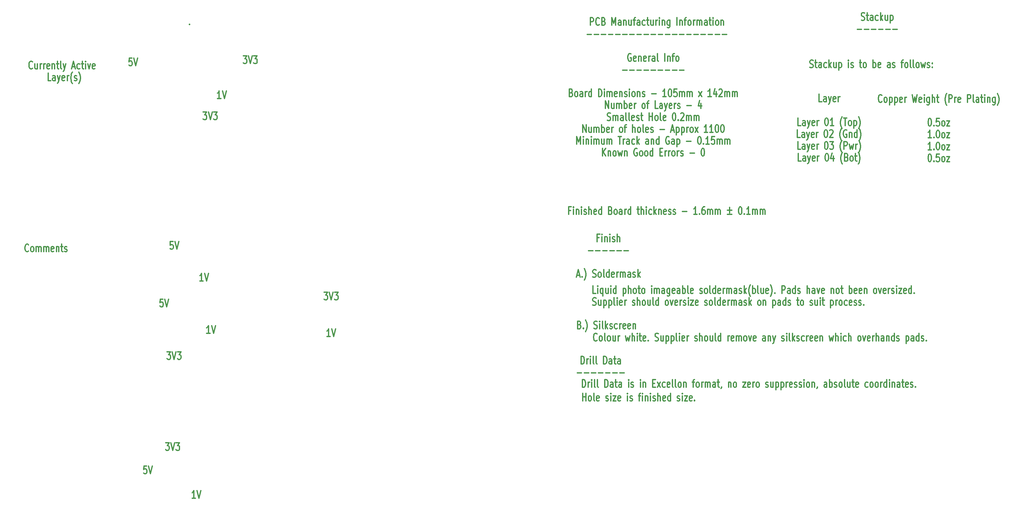
<source format=gbr>
G04 (created by PCBNEW (2013-mar-13)-testing) date Fri 02 Aug 2013 11:02:34 BST*
%MOIN*%
G04 Gerber Fmt 3.4, Leading zero omitted, Abs format*
%FSLAX34Y34*%
G01*
G70*
G90*
G04 APERTURE LIST*
%ADD10C,0.000787*%
%ADD11C,0.015000*%
%ADD12C,0.012000*%
G04 APERTURE END LIST*
G54D10*
G54D11*
X22555Y-12003D02*
X22531Y-12003D01*
G54D12*
X6163Y-16584D02*
X6135Y-16622D01*
X6049Y-16660D01*
X5992Y-16660D01*
X5906Y-16622D01*
X5849Y-16546D01*
X5820Y-16470D01*
X5792Y-16318D01*
X5792Y-16203D01*
X5820Y-16051D01*
X5849Y-15975D01*
X5906Y-15899D01*
X5992Y-15860D01*
X6049Y-15860D01*
X6135Y-15899D01*
X6163Y-15937D01*
X6677Y-16127D02*
X6677Y-16660D01*
X6420Y-16127D02*
X6420Y-16546D01*
X6449Y-16622D01*
X6506Y-16660D01*
X6592Y-16660D01*
X6649Y-16622D01*
X6677Y-16584D01*
X6963Y-16660D02*
X6963Y-16127D01*
X6963Y-16279D02*
X6992Y-16203D01*
X7020Y-16165D01*
X7077Y-16127D01*
X7135Y-16127D01*
X7335Y-16660D02*
X7335Y-16127D01*
X7335Y-16279D02*
X7363Y-16203D01*
X7392Y-16165D01*
X7449Y-16127D01*
X7506Y-16127D01*
X7935Y-16622D02*
X7878Y-16660D01*
X7763Y-16660D01*
X7706Y-16622D01*
X7678Y-16546D01*
X7678Y-16241D01*
X7706Y-16165D01*
X7763Y-16127D01*
X7878Y-16127D01*
X7935Y-16165D01*
X7963Y-16241D01*
X7963Y-16318D01*
X7678Y-16394D01*
X8220Y-16127D02*
X8220Y-16660D01*
X8220Y-16203D02*
X8249Y-16165D01*
X8306Y-16127D01*
X8392Y-16127D01*
X8449Y-16165D01*
X8478Y-16241D01*
X8478Y-16660D01*
X8678Y-16127D02*
X8906Y-16127D01*
X8763Y-15860D02*
X8763Y-16546D01*
X8792Y-16622D01*
X8849Y-16660D01*
X8906Y-16660D01*
X9192Y-16660D02*
X9135Y-16622D01*
X9106Y-16546D01*
X9106Y-15860D01*
X9363Y-16127D02*
X9506Y-16660D01*
X9649Y-16127D02*
X9506Y-16660D01*
X9449Y-16851D01*
X9420Y-16889D01*
X9363Y-16927D01*
X10306Y-16432D02*
X10592Y-16432D01*
X10249Y-16660D02*
X10449Y-15860D01*
X10649Y-16660D01*
X11106Y-16622D02*
X11049Y-16660D01*
X10935Y-16660D01*
X10878Y-16622D01*
X10849Y-16584D01*
X10820Y-16508D01*
X10820Y-16279D01*
X10849Y-16203D01*
X10878Y-16165D01*
X10935Y-16127D01*
X11049Y-16127D01*
X11106Y-16165D01*
X11278Y-16127D02*
X11506Y-16127D01*
X11363Y-15860D02*
X11363Y-16546D01*
X11392Y-16622D01*
X11449Y-16660D01*
X11506Y-16660D01*
X11706Y-16660D02*
X11706Y-16127D01*
X11706Y-15860D02*
X11678Y-15899D01*
X11706Y-15937D01*
X11735Y-15899D01*
X11706Y-15860D01*
X11706Y-15937D01*
X11935Y-16127D02*
X12078Y-16660D01*
X12220Y-16127D01*
X12678Y-16622D02*
X12620Y-16660D01*
X12506Y-16660D01*
X12449Y-16622D01*
X12420Y-16546D01*
X12420Y-16241D01*
X12449Y-16165D01*
X12506Y-16127D01*
X12620Y-16127D01*
X12678Y-16165D01*
X12706Y-16241D01*
X12706Y-16318D01*
X12420Y-16394D01*
X8078Y-17900D02*
X7792Y-17900D01*
X7792Y-17100D01*
X8535Y-17900D02*
X8535Y-17481D01*
X8506Y-17405D01*
X8449Y-17367D01*
X8335Y-17367D01*
X8278Y-17405D01*
X8535Y-17862D02*
X8478Y-17900D01*
X8335Y-17900D01*
X8278Y-17862D01*
X8249Y-17786D01*
X8249Y-17710D01*
X8278Y-17634D01*
X8335Y-17596D01*
X8478Y-17596D01*
X8535Y-17558D01*
X8763Y-17367D02*
X8906Y-17900D01*
X9049Y-17367D02*
X8906Y-17900D01*
X8849Y-18091D01*
X8820Y-18129D01*
X8763Y-18167D01*
X9506Y-17862D02*
X9449Y-17900D01*
X9335Y-17900D01*
X9278Y-17862D01*
X9249Y-17786D01*
X9249Y-17481D01*
X9278Y-17405D01*
X9335Y-17367D01*
X9449Y-17367D01*
X9506Y-17405D01*
X9535Y-17481D01*
X9535Y-17558D01*
X9249Y-17634D01*
X9792Y-17900D02*
X9792Y-17367D01*
X9792Y-17519D02*
X9820Y-17443D01*
X9849Y-17405D01*
X9906Y-17367D01*
X9963Y-17367D01*
X10335Y-18205D02*
X10306Y-18167D01*
X10249Y-18053D01*
X10220Y-17977D01*
X10192Y-17862D01*
X10163Y-17672D01*
X10163Y-17519D01*
X10192Y-17329D01*
X10220Y-17215D01*
X10249Y-17139D01*
X10306Y-17024D01*
X10335Y-16986D01*
X10535Y-17862D02*
X10592Y-17900D01*
X10706Y-17900D01*
X10763Y-17862D01*
X10792Y-17786D01*
X10792Y-17748D01*
X10763Y-17672D01*
X10706Y-17634D01*
X10620Y-17634D01*
X10563Y-17596D01*
X10535Y-17519D01*
X10535Y-17481D01*
X10563Y-17405D01*
X10620Y-17367D01*
X10706Y-17367D01*
X10763Y-17405D01*
X10992Y-18205D02*
X11020Y-18167D01*
X11078Y-18053D01*
X11106Y-17977D01*
X11135Y-17862D01*
X11163Y-17672D01*
X11163Y-17519D01*
X11135Y-17329D01*
X11106Y-17215D01*
X11078Y-17139D01*
X11020Y-17024D01*
X10992Y-16986D01*
X92692Y-11554D02*
X92778Y-11592D01*
X92921Y-11592D01*
X92978Y-11554D01*
X93007Y-11516D01*
X93035Y-11440D01*
X93035Y-11364D01*
X93007Y-11288D01*
X92978Y-11250D01*
X92921Y-11211D01*
X92807Y-11173D01*
X92750Y-11135D01*
X92721Y-11097D01*
X92692Y-11021D01*
X92692Y-10945D01*
X92721Y-10869D01*
X92750Y-10831D01*
X92807Y-10792D01*
X92950Y-10792D01*
X93035Y-10831D01*
X93207Y-11059D02*
X93435Y-11059D01*
X93292Y-10792D02*
X93292Y-11478D01*
X93321Y-11554D01*
X93378Y-11592D01*
X93435Y-11592D01*
X93892Y-11592D02*
X93892Y-11173D01*
X93864Y-11097D01*
X93807Y-11059D01*
X93692Y-11059D01*
X93635Y-11097D01*
X93892Y-11554D02*
X93835Y-11592D01*
X93692Y-11592D01*
X93635Y-11554D01*
X93607Y-11478D01*
X93607Y-11402D01*
X93635Y-11326D01*
X93692Y-11288D01*
X93835Y-11288D01*
X93892Y-11250D01*
X94435Y-11554D02*
X94378Y-11592D01*
X94264Y-11592D01*
X94207Y-11554D01*
X94178Y-11516D01*
X94150Y-11440D01*
X94150Y-11211D01*
X94178Y-11135D01*
X94207Y-11097D01*
X94264Y-11059D01*
X94378Y-11059D01*
X94435Y-11097D01*
X94692Y-11592D02*
X94692Y-10792D01*
X94750Y-11288D02*
X94921Y-11592D01*
X94921Y-11059D02*
X94692Y-11364D01*
X95435Y-11059D02*
X95435Y-11592D01*
X95178Y-11059D02*
X95178Y-11478D01*
X95207Y-11554D01*
X95264Y-11592D01*
X95350Y-11592D01*
X95407Y-11554D01*
X95435Y-11516D01*
X95721Y-11059D02*
X95721Y-11859D01*
X95721Y-11097D02*
X95778Y-11059D01*
X95892Y-11059D01*
X95950Y-11097D01*
X95978Y-11135D01*
X96007Y-11211D01*
X96007Y-11440D01*
X95978Y-11516D01*
X95950Y-11554D01*
X95892Y-11592D01*
X95778Y-11592D01*
X95721Y-11554D01*
X92264Y-12528D02*
X92721Y-12528D01*
X93007Y-12528D02*
X93464Y-12528D01*
X93750Y-12528D02*
X94207Y-12528D01*
X94492Y-12528D02*
X94950Y-12528D01*
X95235Y-12528D02*
X95692Y-12528D01*
X95978Y-12528D02*
X96435Y-12528D01*
X5750Y-35698D02*
X5721Y-35736D01*
X5636Y-35774D01*
X5579Y-35774D01*
X5493Y-35736D01*
X5436Y-35660D01*
X5407Y-35584D01*
X5379Y-35432D01*
X5379Y-35317D01*
X5407Y-35165D01*
X5436Y-35089D01*
X5493Y-35013D01*
X5579Y-34974D01*
X5636Y-34974D01*
X5721Y-35013D01*
X5750Y-35051D01*
X6093Y-35774D02*
X6036Y-35736D01*
X6007Y-35698D01*
X5979Y-35622D01*
X5979Y-35393D01*
X6007Y-35317D01*
X6036Y-35279D01*
X6093Y-35241D01*
X6179Y-35241D01*
X6236Y-35279D01*
X6264Y-35317D01*
X6293Y-35393D01*
X6293Y-35622D01*
X6264Y-35698D01*
X6236Y-35736D01*
X6179Y-35774D01*
X6093Y-35774D01*
X6550Y-35774D02*
X6550Y-35241D01*
X6550Y-35317D02*
X6579Y-35279D01*
X6636Y-35241D01*
X6721Y-35241D01*
X6779Y-35279D01*
X6807Y-35355D01*
X6807Y-35774D01*
X6807Y-35355D02*
X6836Y-35279D01*
X6893Y-35241D01*
X6979Y-35241D01*
X7036Y-35279D01*
X7064Y-35355D01*
X7064Y-35774D01*
X7350Y-35774D02*
X7350Y-35241D01*
X7350Y-35317D02*
X7379Y-35279D01*
X7436Y-35241D01*
X7521Y-35241D01*
X7579Y-35279D01*
X7607Y-35355D01*
X7607Y-35774D01*
X7607Y-35355D02*
X7636Y-35279D01*
X7693Y-35241D01*
X7779Y-35241D01*
X7836Y-35279D01*
X7864Y-35355D01*
X7864Y-35774D01*
X8379Y-35736D02*
X8321Y-35774D01*
X8207Y-35774D01*
X8150Y-35736D01*
X8121Y-35660D01*
X8121Y-35355D01*
X8150Y-35279D01*
X8207Y-35241D01*
X8321Y-35241D01*
X8379Y-35279D01*
X8407Y-35355D01*
X8407Y-35432D01*
X8121Y-35508D01*
X8664Y-35241D02*
X8664Y-35774D01*
X8664Y-35317D02*
X8693Y-35279D01*
X8750Y-35241D01*
X8836Y-35241D01*
X8893Y-35279D01*
X8921Y-35355D01*
X8921Y-35774D01*
X9121Y-35241D02*
X9350Y-35241D01*
X9207Y-34974D02*
X9207Y-35660D01*
X9236Y-35736D01*
X9293Y-35774D01*
X9350Y-35774D01*
X9521Y-35736D02*
X9579Y-35774D01*
X9693Y-35774D01*
X9750Y-35736D01*
X9779Y-35660D01*
X9779Y-35622D01*
X9750Y-35546D01*
X9693Y-35508D01*
X9607Y-35508D01*
X9550Y-35470D01*
X9521Y-35393D01*
X9521Y-35355D01*
X9550Y-35279D01*
X9607Y-35241D01*
X9693Y-35241D01*
X9750Y-35279D01*
X18085Y-58161D02*
X17800Y-58161D01*
X17771Y-58542D01*
X17800Y-58504D01*
X17857Y-58466D01*
X18000Y-58466D01*
X18057Y-58504D01*
X18085Y-58542D01*
X18114Y-58619D01*
X18114Y-58809D01*
X18085Y-58885D01*
X18057Y-58923D01*
X18000Y-58961D01*
X17857Y-58961D01*
X17800Y-58923D01*
X17771Y-58885D01*
X18285Y-58161D02*
X18485Y-58961D01*
X18685Y-58161D01*
X20064Y-55722D02*
X20435Y-55722D01*
X20235Y-56027D01*
X20321Y-56027D01*
X20378Y-56065D01*
X20406Y-56103D01*
X20435Y-56180D01*
X20435Y-56370D01*
X20406Y-56446D01*
X20378Y-56484D01*
X20321Y-56522D01*
X20149Y-56522D01*
X20092Y-56484D01*
X20064Y-56446D01*
X20607Y-55722D02*
X20807Y-56522D01*
X21007Y-55722D01*
X21149Y-55722D02*
X21521Y-55722D01*
X21321Y-56027D01*
X21407Y-56027D01*
X21464Y-56065D01*
X21492Y-56103D01*
X21521Y-56180D01*
X21521Y-56370D01*
X21492Y-56446D01*
X21464Y-56484D01*
X21407Y-56522D01*
X21235Y-56522D01*
X21178Y-56484D01*
X21149Y-56446D01*
X23172Y-61532D02*
X22829Y-61532D01*
X23000Y-61532D02*
X23000Y-60732D01*
X22943Y-60847D01*
X22886Y-60923D01*
X22829Y-60961D01*
X23343Y-60732D02*
X23543Y-61532D01*
X23743Y-60732D01*
X16548Y-15535D02*
X16263Y-15535D01*
X16234Y-15916D01*
X16263Y-15878D01*
X16320Y-15840D01*
X16463Y-15840D01*
X16520Y-15878D01*
X16548Y-15916D01*
X16577Y-15993D01*
X16577Y-16183D01*
X16548Y-16259D01*
X16520Y-16297D01*
X16463Y-16335D01*
X16320Y-16335D01*
X16263Y-16297D01*
X16234Y-16259D01*
X16748Y-15535D02*
X16948Y-16335D01*
X17148Y-15535D01*
X28164Y-15299D02*
X28535Y-15299D01*
X28335Y-15604D01*
X28421Y-15604D01*
X28478Y-15642D01*
X28506Y-15680D01*
X28535Y-15757D01*
X28535Y-15947D01*
X28506Y-16023D01*
X28478Y-16061D01*
X28421Y-16099D01*
X28249Y-16099D01*
X28192Y-16061D01*
X28164Y-16023D01*
X28707Y-15299D02*
X28907Y-16099D01*
X29107Y-15299D01*
X29249Y-15299D02*
X29621Y-15299D01*
X29421Y-15604D01*
X29507Y-15604D01*
X29564Y-15642D01*
X29592Y-15680D01*
X29621Y-15757D01*
X29621Y-15947D01*
X29592Y-16023D01*
X29564Y-16061D01*
X29507Y-16099D01*
X29335Y-16099D01*
X29278Y-16061D01*
X29249Y-16023D01*
X25829Y-19770D02*
X25486Y-19770D01*
X25657Y-19770D02*
X25657Y-18970D01*
X25600Y-19085D01*
X25543Y-19161D01*
X25486Y-19199D01*
X26000Y-18970D02*
X26200Y-19770D01*
X26400Y-18970D01*
X23981Y-21165D02*
X24352Y-21165D01*
X24152Y-21470D01*
X24238Y-21470D01*
X24295Y-21508D01*
X24323Y-21546D01*
X24352Y-21623D01*
X24352Y-21813D01*
X24323Y-21889D01*
X24295Y-21927D01*
X24238Y-21965D01*
X24066Y-21965D01*
X24009Y-21927D01*
X23981Y-21889D01*
X24524Y-21165D02*
X24724Y-21965D01*
X24924Y-21165D01*
X25066Y-21165D02*
X25438Y-21165D01*
X25238Y-21470D01*
X25324Y-21470D01*
X25381Y-21508D01*
X25409Y-21546D01*
X25438Y-21623D01*
X25438Y-21813D01*
X25409Y-21889D01*
X25381Y-21927D01*
X25324Y-21965D01*
X25152Y-21965D01*
X25095Y-21927D01*
X25066Y-21889D01*
X20840Y-34709D02*
X20555Y-34709D01*
X20526Y-35090D01*
X20555Y-35052D01*
X20612Y-35014D01*
X20755Y-35014D01*
X20812Y-35052D01*
X20840Y-35090D01*
X20869Y-35167D01*
X20869Y-35357D01*
X20840Y-35433D01*
X20812Y-35471D01*
X20755Y-35509D01*
X20612Y-35509D01*
X20555Y-35471D01*
X20526Y-35433D01*
X21040Y-34709D02*
X21240Y-35509D01*
X21440Y-34709D01*
X23979Y-38835D02*
X23636Y-38835D01*
X23807Y-38835D02*
X23807Y-38035D01*
X23750Y-38150D01*
X23693Y-38226D01*
X23636Y-38264D01*
X24150Y-38035D02*
X24350Y-38835D01*
X24550Y-38035D01*
X20212Y-46215D02*
X20583Y-46215D01*
X20383Y-46520D01*
X20469Y-46520D01*
X20526Y-46558D01*
X20554Y-46596D01*
X20583Y-46673D01*
X20583Y-46863D01*
X20554Y-46939D01*
X20526Y-46977D01*
X20469Y-47015D01*
X20297Y-47015D01*
X20240Y-46977D01*
X20212Y-46939D01*
X20755Y-46215D02*
X20955Y-47015D01*
X21155Y-46215D01*
X21297Y-46215D02*
X21669Y-46215D01*
X21469Y-46520D01*
X21555Y-46520D01*
X21612Y-46558D01*
X21640Y-46596D01*
X21669Y-46673D01*
X21669Y-46863D01*
X21640Y-46939D01*
X21612Y-46977D01*
X21555Y-47015D01*
X21383Y-47015D01*
X21326Y-46977D01*
X21297Y-46939D01*
X19787Y-40722D02*
X19502Y-40722D01*
X19473Y-41103D01*
X19502Y-41065D01*
X19559Y-41027D01*
X19702Y-41027D01*
X19759Y-41065D01*
X19787Y-41103D01*
X19816Y-41180D01*
X19816Y-41370D01*
X19787Y-41446D01*
X19759Y-41484D01*
X19702Y-41522D01*
X19559Y-41522D01*
X19502Y-41484D01*
X19473Y-41446D01*
X19987Y-40722D02*
X20187Y-41522D01*
X20387Y-40722D01*
X24697Y-44288D02*
X24354Y-44288D01*
X24525Y-44288D02*
X24525Y-43488D01*
X24468Y-43603D01*
X24411Y-43679D01*
X24354Y-43717D01*
X24868Y-43488D02*
X25068Y-44288D01*
X25268Y-43488D01*
X36609Y-39994D02*
X36980Y-39994D01*
X36780Y-40299D01*
X36866Y-40299D01*
X36923Y-40337D01*
X36951Y-40375D01*
X36980Y-40452D01*
X36980Y-40642D01*
X36951Y-40718D01*
X36923Y-40756D01*
X36866Y-40794D01*
X36694Y-40794D01*
X36637Y-40756D01*
X36609Y-40718D01*
X37152Y-39994D02*
X37352Y-40794D01*
X37552Y-39994D01*
X37694Y-39994D02*
X38066Y-39994D01*
X37866Y-40299D01*
X37952Y-40299D01*
X38009Y-40337D01*
X38037Y-40375D01*
X38066Y-40452D01*
X38066Y-40642D01*
X38037Y-40718D01*
X38009Y-40756D01*
X37952Y-40794D01*
X37780Y-40794D01*
X37723Y-40756D01*
X37694Y-40718D01*
X37237Y-44642D02*
X36894Y-44642D01*
X37065Y-44642D02*
X37065Y-43842D01*
X37008Y-43957D01*
X36951Y-44033D01*
X36894Y-44071D01*
X37408Y-43842D02*
X37608Y-44642D01*
X37808Y-43842D01*
X63597Y-51356D02*
X63597Y-50556D01*
X63597Y-50937D02*
X63940Y-50937D01*
X63940Y-51356D02*
X63940Y-50556D01*
X64311Y-51356D02*
X64254Y-51318D01*
X64225Y-51280D01*
X64197Y-51204D01*
X64197Y-50975D01*
X64225Y-50899D01*
X64254Y-50861D01*
X64311Y-50823D01*
X64397Y-50823D01*
X64454Y-50861D01*
X64482Y-50899D01*
X64511Y-50975D01*
X64511Y-51204D01*
X64482Y-51280D01*
X64454Y-51318D01*
X64397Y-51356D01*
X64311Y-51356D01*
X64854Y-51356D02*
X64797Y-51318D01*
X64768Y-51242D01*
X64768Y-50556D01*
X65311Y-51318D02*
X65254Y-51356D01*
X65140Y-51356D01*
X65082Y-51318D01*
X65054Y-51242D01*
X65054Y-50937D01*
X65082Y-50861D01*
X65140Y-50823D01*
X65254Y-50823D01*
X65311Y-50861D01*
X65340Y-50937D01*
X65340Y-51014D01*
X65054Y-51090D01*
X66025Y-51318D02*
X66082Y-51356D01*
X66197Y-51356D01*
X66254Y-51318D01*
X66282Y-51242D01*
X66282Y-51204D01*
X66254Y-51128D01*
X66197Y-51090D01*
X66111Y-51090D01*
X66054Y-51052D01*
X66025Y-50975D01*
X66025Y-50937D01*
X66054Y-50861D01*
X66111Y-50823D01*
X66197Y-50823D01*
X66254Y-50861D01*
X66540Y-51356D02*
X66540Y-50823D01*
X66540Y-50556D02*
X66511Y-50595D01*
X66540Y-50633D01*
X66568Y-50595D01*
X66540Y-50556D01*
X66540Y-50633D01*
X66768Y-50823D02*
X67082Y-50823D01*
X66768Y-51356D01*
X67082Y-51356D01*
X67540Y-51318D02*
X67482Y-51356D01*
X67368Y-51356D01*
X67311Y-51318D01*
X67282Y-51242D01*
X67282Y-50937D01*
X67311Y-50861D01*
X67368Y-50823D01*
X67482Y-50823D01*
X67540Y-50861D01*
X67568Y-50937D01*
X67568Y-51014D01*
X67282Y-51090D01*
X68282Y-51356D02*
X68282Y-50823D01*
X68282Y-50556D02*
X68254Y-50595D01*
X68282Y-50633D01*
X68311Y-50595D01*
X68282Y-50556D01*
X68282Y-50633D01*
X68540Y-51318D02*
X68597Y-51356D01*
X68711Y-51356D01*
X68768Y-51318D01*
X68797Y-51242D01*
X68797Y-51204D01*
X68768Y-51128D01*
X68711Y-51090D01*
X68625Y-51090D01*
X68568Y-51052D01*
X68540Y-50975D01*
X68540Y-50937D01*
X68568Y-50861D01*
X68625Y-50823D01*
X68711Y-50823D01*
X68768Y-50861D01*
X69425Y-50823D02*
X69654Y-50823D01*
X69511Y-51356D02*
X69511Y-50671D01*
X69540Y-50595D01*
X69597Y-50556D01*
X69654Y-50556D01*
X69854Y-51356D02*
X69854Y-50823D01*
X69854Y-50556D02*
X69825Y-50595D01*
X69854Y-50633D01*
X69882Y-50595D01*
X69854Y-50556D01*
X69854Y-50633D01*
X70140Y-50823D02*
X70140Y-51356D01*
X70140Y-50899D02*
X70168Y-50861D01*
X70225Y-50823D01*
X70311Y-50823D01*
X70368Y-50861D01*
X70397Y-50937D01*
X70397Y-51356D01*
X70682Y-51356D02*
X70682Y-50823D01*
X70682Y-50556D02*
X70654Y-50595D01*
X70682Y-50633D01*
X70711Y-50595D01*
X70682Y-50556D01*
X70682Y-50633D01*
X70940Y-51318D02*
X70997Y-51356D01*
X71111Y-51356D01*
X71168Y-51318D01*
X71197Y-51242D01*
X71197Y-51204D01*
X71168Y-51128D01*
X71111Y-51090D01*
X71025Y-51090D01*
X70968Y-51052D01*
X70940Y-50975D01*
X70940Y-50937D01*
X70968Y-50861D01*
X71025Y-50823D01*
X71111Y-50823D01*
X71168Y-50861D01*
X71454Y-51356D02*
X71454Y-50556D01*
X71711Y-51356D02*
X71711Y-50937D01*
X71682Y-50861D01*
X71625Y-50823D01*
X71539Y-50823D01*
X71482Y-50861D01*
X71454Y-50899D01*
X72225Y-51318D02*
X72168Y-51356D01*
X72054Y-51356D01*
X71997Y-51318D01*
X71968Y-51242D01*
X71968Y-50937D01*
X71997Y-50861D01*
X72054Y-50823D01*
X72168Y-50823D01*
X72225Y-50861D01*
X72254Y-50937D01*
X72254Y-51014D01*
X71968Y-51090D01*
X72768Y-51356D02*
X72768Y-50556D01*
X72768Y-51318D02*
X72711Y-51356D01*
X72597Y-51356D01*
X72540Y-51318D01*
X72511Y-51280D01*
X72482Y-51204D01*
X72482Y-50975D01*
X72511Y-50899D01*
X72540Y-50861D01*
X72597Y-50823D01*
X72711Y-50823D01*
X72768Y-50861D01*
X73482Y-51318D02*
X73540Y-51356D01*
X73654Y-51356D01*
X73711Y-51318D01*
X73740Y-51242D01*
X73740Y-51204D01*
X73711Y-51128D01*
X73654Y-51090D01*
X73568Y-51090D01*
X73511Y-51052D01*
X73482Y-50975D01*
X73482Y-50937D01*
X73511Y-50861D01*
X73568Y-50823D01*
X73654Y-50823D01*
X73711Y-50861D01*
X73997Y-51356D02*
X73997Y-50823D01*
X73997Y-50556D02*
X73968Y-50595D01*
X73997Y-50633D01*
X74025Y-50595D01*
X73997Y-50556D01*
X73997Y-50633D01*
X74225Y-50823D02*
X74539Y-50823D01*
X74225Y-51356D01*
X74539Y-51356D01*
X74997Y-51318D02*
X74939Y-51356D01*
X74825Y-51356D01*
X74768Y-51318D01*
X74739Y-51242D01*
X74739Y-50937D01*
X74768Y-50861D01*
X74825Y-50823D01*
X74939Y-50823D01*
X74997Y-50861D01*
X75025Y-50937D01*
X75025Y-51014D01*
X74739Y-51090D01*
X75282Y-51280D02*
X75311Y-51318D01*
X75282Y-51356D01*
X75254Y-51318D01*
X75282Y-51280D01*
X75282Y-51356D01*
X63570Y-49939D02*
X63570Y-49139D01*
X63713Y-49139D01*
X63798Y-49178D01*
X63856Y-49254D01*
X63884Y-49330D01*
X63913Y-49482D01*
X63913Y-49597D01*
X63884Y-49749D01*
X63856Y-49825D01*
X63798Y-49901D01*
X63713Y-49939D01*
X63570Y-49939D01*
X64170Y-49939D02*
X64170Y-49406D01*
X64170Y-49558D02*
X64198Y-49482D01*
X64227Y-49444D01*
X64284Y-49406D01*
X64341Y-49406D01*
X64541Y-49939D02*
X64541Y-49406D01*
X64541Y-49139D02*
X64513Y-49178D01*
X64541Y-49216D01*
X64570Y-49178D01*
X64541Y-49139D01*
X64541Y-49216D01*
X64913Y-49939D02*
X64856Y-49901D01*
X64827Y-49825D01*
X64827Y-49139D01*
X65227Y-49939D02*
X65170Y-49901D01*
X65141Y-49825D01*
X65141Y-49139D01*
X65913Y-49939D02*
X65913Y-49139D01*
X66056Y-49139D01*
X66141Y-49178D01*
X66198Y-49254D01*
X66227Y-49330D01*
X66256Y-49482D01*
X66256Y-49597D01*
X66227Y-49749D01*
X66198Y-49825D01*
X66141Y-49901D01*
X66056Y-49939D01*
X65913Y-49939D01*
X66770Y-49939D02*
X66770Y-49520D01*
X66741Y-49444D01*
X66684Y-49406D01*
X66570Y-49406D01*
X66513Y-49444D01*
X66770Y-49901D02*
X66713Y-49939D01*
X66570Y-49939D01*
X66513Y-49901D01*
X66484Y-49825D01*
X66484Y-49749D01*
X66513Y-49673D01*
X66570Y-49635D01*
X66713Y-49635D01*
X66770Y-49597D01*
X66970Y-49406D02*
X67198Y-49406D01*
X67056Y-49139D02*
X67056Y-49825D01*
X67084Y-49901D01*
X67141Y-49939D01*
X67198Y-49939D01*
X67656Y-49939D02*
X67656Y-49520D01*
X67627Y-49444D01*
X67570Y-49406D01*
X67456Y-49406D01*
X67398Y-49444D01*
X67656Y-49901D02*
X67598Y-49939D01*
X67456Y-49939D01*
X67398Y-49901D01*
X67370Y-49825D01*
X67370Y-49749D01*
X67398Y-49673D01*
X67456Y-49635D01*
X67598Y-49635D01*
X67656Y-49597D01*
X68398Y-49939D02*
X68398Y-49406D01*
X68398Y-49139D02*
X68370Y-49178D01*
X68398Y-49216D01*
X68427Y-49178D01*
X68398Y-49139D01*
X68398Y-49216D01*
X68656Y-49901D02*
X68713Y-49939D01*
X68827Y-49939D01*
X68884Y-49901D01*
X68913Y-49825D01*
X68913Y-49787D01*
X68884Y-49711D01*
X68827Y-49673D01*
X68741Y-49673D01*
X68684Y-49635D01*
X68656Y-49558D01*
X68656Y-49520D01*
X68684Y-49444D01*
X68741Y-49406D01*
X68827Y-49406D01*
X68884Y-49444D01*
X69627Y-49939D02*
X69627Y-49406D01*
X69627Y-49139D02*
X69598Y-49178D01*
X69627Y-49216D01*
X69656Y-49178D01*
X69627Y-49139D01*
X69627Y-49216D01*
X69913Y-49406D02*
X69913Y-49939D01*
X69913Y-49482D02*
X69941Y-49444D01*
X69998Y-49406D01*
X70084Y-49406D01*
X70141Y-49444D01*
X70170Y-49520D01*
X70170Y-49939D01*
X70913Y-49520D02*
X71113Y-49520D01*
X71198Y-49939D02*
X70913Y-49939D01*
X70913Y-49139D01*
X71198Y-49139D01*
X71398Y-49939D02*
X71713Y-49406D01*
X71398Y-49406D02*
X71713Y-49939D01*
X72198Y-49901D02*
X72141Y-49939D01*
X72027Y-49939D01*
X71970Y-49901D01*
X71941Y-49863D01*
X71913Y-49787D01*
X71913Y-49558D01*
X71941Y-49482D01*
X71970Y-49444D01*
X72027Y-49406D01*
X72141Y-49406D01*
X72198Y-49444D01*
X72684Y-49901D02*
X72627Y-49939D01*
X72513Y-49939D01*
X72456Y-49901D01*
X72427Y-49825D01*
X72427Y-49520D01*
X72456Y-49444D01*
X72513Y-49406D01*
X72627Y-49406D01*
X72684Y-49444D01*
X72713Y-49520D01*
X72713Y-49597D01*
X72427Y-49673D01*
X73056Y-49939D02*
X72998Y-49901D01*
X72970Y-49825D01*
X72970Y-49139D01*
X73370Y-49939D02*
X73313Y-49901D01*
X73284Y-49825D01*
X73284Y-49139D01*
X73684Y-49939D02*
X73627Y-49901D01*
X73598Y-49863D01*
X73570Y-49787D01*
X73570Y-49558D01*
X73598Y-49482D01*
X73627Y-49444D01*
X73684Y-49406D01*
X73770Y-49406D01*
X73827Y-49444D01*
X73856Y-49482D01*
X73884Y-49558D01*
X73884Y-49787D01*
X73856Y-49863D01*
X73827Y-49901D01*
X73770Y-49939D01*
X73684Y-49939D01*
X74141Y-49406D02*
X74141Y-49939D01*
X74141Y-49482D02*
X74170Y-49444D01*
X74227Y-49406D01*
X74313Y-49406D01*
X74370Y-49444D01*
X74398Y-49520D01*
X74398Y-49939D01*
X75056Y-49406D02*
X75284Y-49406D01*
X75141Y-49939D02*
X75141Y-49254D01*
X75170Y-49178D01*
X75227Y-49139D01*
X75284Y-49139D01*
X75570Y-49939D02*
X75513Y-49901D01*
X75484Y-49863D01*
X75456Y-49787D01*
X75456Y-49558D01*
X75484Y-49482D01*
X75513Y-49444D01*
X75570Y-49406D01*
X75656Y-49406D01*
X75713Y-49444D01*
X75741Y-49482D01*
X75770Y-49558D01*
X75770Y-49787D01*
X75741Y-49863D01*
X75713Y-49901D01*
X75656Y-49939D01*
X75570Y-49939D01*
X76027Y-49939D02*
X76027Y-49406D01*
X76027Y-49558D02*
X76056Y-49482D01*
X76084Y-49444D01*
X76141Y-49406D01*
X76198Y-49406D01*
X76398Y-49939D02*
X76398Y-49406D01*
X76398Y-49482D02*
X76427Y-49444D01*
X76484Y-49406D01*
X76570Y-49406D01*
X76627Y-49444D01*
X76656Y-49520D01*
X76656Y-49939D01*
X76656Y-49520D02*
X76684Y-49444D01*
X76741Y-49406D01*
X76827Y-49406D01*
X76884Y-49444D01*
X76913Y-49520D01*
X76913Y-49939D01*
X77456Y-49939D02*
X77456Y-49520D01*
X77427Y-49444D01*
X77370Y-49406D01*
X77256Y-49406D01*
X77198Y-49444D01*
X77456Y-49901D02*
X77398Y-49939D01*
X77256Y-49939D01*
X77198Y-49901D01*
X77170Y-49825D01*
X77170Y-49749D01*
X77198Y-49673D01*
X77256Y-49635D01*
X77398Y-49635D01*
X77456Y-49597D01*
X77656Y-49406D02*
X77884Y-49406D01*
X77741Y-49139D02*
X77741Y-49825D01*
X77770Y-49901D01*
X77827Y-49939D01*
X77884Y-49939D01*
X78113Y-49901D02*
X78113Y-49939D01*
X78084Y-50016D01*
X78056Y-50054D01*
X78827Y-49406D02*
X78827Y-49939D01*
X78827Y-49482D02*
X78856Y-49444D01*
X78913Y-49406D01*
X78998Y-49406D01*
X79056Y-49444D01*
X79084Y-49520D01*
X79084Y-49939D01*
X79456Y-49939D02*
X79398Y-49901D01*
X79370Y-49863D01*
X79341Y-49787D01*
X79341Y-49558D01*
X79370Y-49482D01*
X79398Y-49444D01*
X79456Y-49406D01*
X79541Y-49406D01*
X79598Y-49444D01*
X79627Y-49482D01*
X79656Y-49558D01*
X79656Y-49787D01*
X79627Y-49863D01*
X79598Y-49901D01*
X79541Y-49939D01*
X79456Y-49939D01*
X80313Y-49406D02*
X80627Y-49406D01*
X80313Y-49939D01*
X80627Y-49939D01*
X81084Y-49901D02*
X81027Y-49939D01*
X80913Y-49939D01*
X80856Y-49901D01*
X80827Y-49825D01*
X80827Y-49520D01*
X80856Y-49444D01*
X80913Y-49406D01*
X81027Y-49406D01*
X81084Y-49444D01*
X81113Y-49520D01*
X81113Y-49597D01*
X80827Y-49673D01*
X81370Y-49939D02*
X81370Y-49406D01*
X81370Y-49558D02*
X81398Y-49482D01*
X81427Y-49444D01*
X81484Y-49406D01*
X81541Y-49406D01*
X81827Y-49939D02*
X81770Y-49901D01*
X81741Y-49863D01*
X81713Y-49787D01*
X81713Y-49558D01*
X81741Y-49482D01*
X81770Y-49444D01*
X81827Y-49406D01*
X81913Y-49406D01*
X81970Y-49444D01*
X81998Y-49482D01*
X82027Y-49558D01*
X82027Y-49787D01*
X81998Y-49863D01*
X81970Y-49901D01*
X81913Y-49939D01*
X81827Y-49939D01*
X82713Y-49901D02*
X82770Y-49939D01*
X82884Y-49939D01*
X82941Y-49901D01*
X82970Y-49825D01*
X82970Y-49787D01*
X82941Y-49711D01*
X82884Y-49673D01*
X82798Y-49673D01*
X82741Y-49635D01*
X82713Y-49558D01*
X82713Y-49520D01*
X82741Y-49444D01*
X82798Y-49406D01*
X82884Y-49406D01*
X82941Y-49444D01*
X83484Y-49406D02*
X83484Y-49939D01*
X83227Y-49406D02*
X83227Y-49825D01*
X83256Y-49901D01*
X83313Y-49939D01*
X83398Y-49939D01*
X83456Y-49901D01*
X83484Y-49863D01*
X83770Y-49406D02*
X83770Y-50206D01*
X83770Y-49444D02*
X83827Y-49406D01*
X83941Y-49406D01*
X83998Y-49444D01*
X84027Y-49482D01*
X84056Y-49558D01*
X84056Y-49787D01*
X84027Y-49863D01*
X83998Y-49901D01*
X83941Y-49939D01*
X83827Y-49939D01*
X83770Y-49901D01*
X84313Y-49406D02*
X84313Y-50206D01*
X84313Y-49444D02*
X84370Y-49406D01*
X84484Y-49406D01*
X84541Y-49444D01*
X84570Y-49482D01*
X84598Y-49558D01*
X84598Y-49787D01*
X84570Y-49863D01*
X84541Y-49901D01*
X84484Y-49939D01*
X84370Y-49939D01*
X84313Y-49901D01*
X84856Y-49939D02*
X84856Y-49406D01*
X84856Y-49558D02*
X84884Y-49482D01*
X84913Y-49444D01*
X84970Y-49406D01*
X85027Y-49406D01*
X85456Y-49901D02*
X85398Y-49939D01*
X85284Y-49939D01*
X85227Y-49901D01*
X85198Y-49825D01*
X85198Y-49520D01*
X85227Y-49444D01*
X85284Y-49406D01*
X85398Y-49406D01*
X85456Y-49444D01*
X85484Y-49520D01*
X85484Y-49597D01*
X85198Y-49673D01*
X85713Y-49901D02*
X85770Y-49939D01*
X85884Y-49939D01*
X85941Y-49901D01*
X85970Y-49825D01*
X85970Y-49787D01*
X85941Y-49711D01*
X85884Y-49673D01*
X85798Y-49673D01*
X85741Y-49635D01*
X85713Y-49558D01*
X85713Y-49520D01*
X85741Y-49444D01*
X85798Y-49406D01*
X85884Y-49406D01*
X85941Y-49444D01*
X86198Y-49901D02*
X86256Y-49939D01*
X86370Y-49939D01*
X86427Y-49901D01*
X86456Y-49825D01*
X86456Y-49787D01*
X86427Y-49711D01*
X86370Y-49673D01*
X86284Y-49673D01*
X86227Y-49635D01*
X86198Y-49558D01*
X86198Y-49520D01*
X86227Y-49444D01*
X86284Y-49406D01*
X86370Y-49406D01*
X86427Y-49444D01*
X86713Y-49939D02*
X86713Y-49406D01*
X86713Y-49139D02*
X86684Y-49178D01*
X86713Y-49216D01*
X86741Y-49178D01*
X86713Y-49139D01*
X86713Y-49216D01*
X87084Y-49939D02*
X87027Y-49901D01*
X86998Y-49863D01*
X86970Y-49787D01*
X86970Y-49558D01*
X86998Y-49482D01*
X87027Y-49444D01*
X87084Y-49406D01*
X87170Y-49406D01*
X87227Y-49444D01*
X87256Y-49482D01*
X87284Y-49558D01*
X87284Y-49787D01*
X87256Y-49863D01*
X87227Y-49901D01*
X87170Y-49939D01*
X87084Y-49939D01*
X87541Y-49406D02*
X87541Y-49939D01*
X87541Y-49482D02*
X87570Y-49444D01*
X87627Y-49406D01*
X87713Y-49406D01*
X87770Y-49444D01*
X87798Y-49520D01*
X87798Y-49939D01*
X88113Y-49901D02*
X88113Y-49939D01*
X88084Y-50016D01*
X88056Y-50054D01*
X89084Y-49939D02*
X89084Y-49520D01*
X89056Y-49444D01*
X88998Y-49406D01*
X88884Y-49406D01*
X88827Y-49444D01*
X89084Y-49901D02*
X89027Y-49939D01*
X88884Y-49939D01*
X88827Y-49901D01*
X88798Y-49825D01*
X88798Y-49749D01*
X88827Y-49673D01*
X88884Y-49635D01*
X89027Y-49635D01*
X89084Y-49597D01*
X89370Y-49939D02*
X89370Y-49139D01*
X89370Y-49444D02*
X89427Y-49406D01*
X89541Y-49406D01*
X89598Y-49444D01*
X89627Y-49482D01*
X89656Y-49558D01*
X89656Y-49787D01*
X89627Y-49863D01*
X89598Y-49901D01*
X89541Y-49939D01*
X89427Y-49939D01*
X89370Y-49901D01*
X89884Y-49901D02*
X89941Y-49939D01*
X90056Y-49939D01*
X90113Y-49901D01*
X90141Y-49825D01*
X90141Y-49787D01*
X90113Y-49711D01*
X90056Y-49673D01*
X89970Y-49673D01*
X89913Y-49635D01*
X89884Y-49558D01*
X89884Y-49520D01*
X89913Y-49444D01*
X89970Y-49406D01*
X90056Y-49406D01*
X90113Y-49444D01*
X90484Y-49939D02*
X90427Y-49901D01*
X90398Y-49863D01*
X90370Y-49787D01*
X90370Y-49558D01*
X90398Y-49482D01*
X90427Y-49444D01*
X90484Y-49406D01*
X90570Y-49406D01*
X90627Y-49444D01*
X90656Y-49482D01*
X90684Y-49558D01*
X90684Y-49787D01*
X90656Y-49863D01*
X90627Y-49901D01*
X90570Y-49939D01*
X90484Y-49939D01*
X91027Y-49939D02*
X90970Y-49901D01*
X90941Y-49825D01*
X90941Y-49139D01*
X91513Y-49406D02*
X91513Y-49939D01*
X91256Y-49406D02*
X91256Y-49825D01*
X91284Y-49901D01*
X91341Y-49939D01*
X91427Y-49939D01*
X91484Y-49901D01*
X91513Y-49863D01*
X91713Y-49406D02*
X91941Y-49406D01*
X91798Y-49139D02*
X91798Y-49825D01*
X91827Y-49901D01*
X91884Y-49939D01*
X91941Y-49939D01*
X92370Y-49901D02*
X92313Y-49939D01*
X92198Y-49939D01*
X92141Y-49901D01*
X92113Y-49825D01*
X92113Y-49520D01*
X92141Y-49444D01*
X92198Y-49406D01*
X92313Y-49406D01*
X92370Y-49444D01*
X92398Y-49520D01*
X92398Y-49597D01*
X92113Y-49673D01*
X93370Y-49901D02*
X93313Y-49939D01*
X93198Y-49939D01*
X93141Y-49901D01*
X93113Y-49863D01*
X93084Y-49787D01*
X93084Y-49558D01*
X93113Y-49482D01*
X93141Y-49444D01*
X93198Y-49406D01*
X93313Y-49406D01*
X93370Y-49444D01*
X93713Y-49939D02*
X93656Y-49901D01*
X93627Y-49863D01*
X93598Y-49787D01*
X93598Y-49558D01*
X93627Y-49482D01*
X93656Y-49444D01*
X93713Y-49406D01*
X93798Y-49406D01*
X93856Y-49444D01*
X93884Y-49482D01*
X93913Y-49558D01*
X93913Y-49787D01*
X93884Y-49863D01*
X93856Y-49901D01*
X93798Y-49939D01*
X93713Y-49939D01*
X94256Y-49939D02*
X94198Y-49901D01*
X94170Y-49863D01*
X94141Y-49787D01*
X94141Y-49558D01*
X94170Y-49482D01*
X94198Y-49444D01*
X94256Y-49406D01*
X94341Y-49406D01*
X94398Y-49444D01*
X94427Y-49482D01*
X94456Y-49558D01*
X94456Y-49787D01*
X94427Y-49863D01*
X94398Y-49901D01*
X94341Y-49939D01*
X94256Y-49939D01*
X94713Y-49939D02*
X94713Y-49406D01*
X94713Y-49558D02*
X94741Y-49482D01*
X94770Y-49444D01*
X94827Y-49406D01*
X94884Y-49406D01*
X95341Y-49939D02*
X95341Y-49139D01*
X95341Y-49901D02*
X95284Y-49939D01*
X95170Y-49939D01*
X95113Y-49901D01*
X95084Y-49863D01*
X95056Y-49787D01*
X95056Y-49558D01*
X95084Y-49482D01*
X95113Y-49444D01*
X95170Y-49406D01*
X95284Y-49406D01*
X95341Y-49444D01*
X95627Y-49939D02*
X95627Y-49406D01*
X95627Y-49139D02*
X95598Y-49178D01*
X95627Y-49216D01*
X95656Y-49178D01*
X95627Y-49139D01*
X95627Y-49216D01*
X95913Y-49406D02*
X95913Y-49939D01*
X95913Y-49482D02*
X95941Y-49444D01*
X95998Y-49406D01*
X96084Y-49406D01*
X96141Y-49444D01*
X96170Y-49520D01*
X96170Y-49939D01*
X96713Y-49939D02*
X96713Y-49520D01*
X96684Y-49444D01*
X96627Y-49406D01*
X96513Y-49406D01*
X96456Y-49444D01*
X96713Y-49901D02*
X96656Y-49939D01*
X96513Y-49939D01*
X96456Y-49901D01*
X96427Y-49825D01*
X96427Y-49749D01*
X96456Y-49673D01*
X96513Y-49635D01*
X96656Y-49635D01*
X96713Y-49597D01*
X96913Y-49406D02*
X97141Y-49406D01*
X96998Y-49139D02*
X96998Y-49825D01*
X97027Y-49901D01*
X97084Y-49939D01*
X97141Y-49939D01*
X97570Y-49901D02*
X97513Y-49939D01*
X97398Y-49939D01*
X97341Y-49901D01*
X97313Y-49825D01*
X97313Y-49520D01*
X97341Y-49444D01*
X97398Y-49406D01*
X97513Y-49406D01*
X97570Y-49444D01*
X97598Y-49520D01*
X97598Y-49597D01*
X97313Y-49673D01*
X97827Y-49901D02*
X97884Y-49939D01*
X97998Y-49939D01*
X98056Y-49901D01*
X98084Y-49825D01*
X98084Y-49787D01*
X98056Y-49711D01*
X97998Y-49673D01*
X97913Y-49673D01*
X97856Y-49635D01*
X97827Y-49558D01*
X97827Y-49520D01*
X97856Y-49444D01*
X97913Y-49406D01*
X97998Y-49406D01*
X98056Y-49444D01*
X98341Y-49863D02*
X98370Y-49901D01*
X98341Y-49939D01*
X98313Y-49901D01*
X98341Y-49863D01*
X98341Y-49939D01*
X63441Y-47498D02*
X63441Y-46698D01*
X63584Y-46698D01*
X63669Y-46737D01*
X63726Y-46813D01*
X63755Y-46889D01*
X63784Y-47041D01*
X63784Y-47156D01*
X63755Y-47308D01*
X63726Y-47384D01*
X63669Y-47460D01*
X63584Y-47498D01*
X63441Y-47498D01*
X64041Y-47498D02*
X64041Y-46965D01*
X64041Y-47117D02*
X64069Y-47041D01*
X64098Y-47003D01*
X64155Y-46965D01*
X64212Y-46965D01*
X64412Y-47498D02*
X64412Y-46965D01*
X64412Y-46698D02*
X64384Y-46737D01*
X64412Y-46775D01*
X64441Y-46737D01*
X64412Y-46698D01*
X64412Y-46775D01*
X64784Y-47498D02*
X64726Y-47460D01*
X64698Y-47384D01*
X64698Y-46698D01*
X65098Y-47498D02*
X65041Y-47460D01*
X65012Y-47384D01*
X65012Y-46698D01*
X65784Y-47498D02*
X65784Y-46698D01*
X65926Y-46698D01*
X66012Y-46737D01*
X66069Y-46813D01*
X66098Y-46889D01*
X66126Y-47041D01*
X66126Y-47156D01*
X66098Y-47308D01*
X66069Y-47384D01*
X66012Y-47460D01*
X65926Y-47498D01*
X65784Y-47498D01*
X66641Y-47498D02*
X66641Y-47079D01*
X66612Y-47003D01*
X66555Y-46965D01*
X66441Y-46965D01*
X66384Y-47003D01*
X66641Y-47460D02*
X66584Y-47498D01*
X66441Y-47498D01*
X66384Y-47460D01*
X66355Y-47384D01*
X66355Y-47308D01*
X66384Y-47232D01*
X66441Y-47194D01*
X66584Y-47194D01*
X66641Y-47156D01*
X66841Y-46965D02*
X67069Y-46965D01*
X66926Y-46698D02*
X66926Y-47384D01*
X66955Y-47460D01*
X67012Y-47498D01*
X67069Y-47498D01*
X67526Y-47498D02*
X67526Y-47079D01*
X67498Y-47003D01*
X67441Y-46965D01*
X67326Y-46965D01*
X67269Y-47003D01*
X67526Y-47460D02*
X67469Y-47498D01*
X67326Y-47498D01*
X67269Y-47460D01*
X67241Y-47384D01*
X67241Y-47308D01*
X67269Y-47232D01*
X67326Y-47194D01*
X67469Y-47194D01*
X67526Y-47156D01*
X63026Y-48434D02*
X63484Y-48434D01*
X63769Y-48434D02*
X64226Y-48434D01*
X64512Y-48434D02*
X64969Y-48434D01*
X65255Y-48434D02*
X65712Y-48434D01*
X65998Y-48434D02*
X66455Y-48434D01*
X66741Y-48434D02*
X67198Y-48434D01*
X67484Y-48434D02*
X67941Y-48434D01*
X65103Y-45020D02*
X65075Y-45058D01*
X64989Y-45096D01*
X64932Y-45096D01*
X64846Y-45058D01*
X64789Y-44982D01*
X64760Y-44906D01*
X64732Y-44754D01*
X64732Y-44639D01*
X64760Y-44487D01*
X64789Y-44411D01*
X64846Y-44335D01*
X64932Y-44296D01*
X64989Y-44296D01*
X65075Y-44335D01*
X65103Y-44373D01*
X65446Y-45096D02*
X65389Y-45058D01*
X65360Y-45020D01*
X65332Y-44944D01*
X65332Y-44715D01*
X65360Y-44639D01*
X65389Y-44601D01*
X65446Y-44563D01*
X65532Y-44563D01*
X65589Y-44601D01*
X65618Y-44639D01*
X65646Y-44715D01*
X65646Y-44944D01*
X65618Y-45020D01*
X65589Y-45058D01*
X65532Y-45096D01*
X65446Y-45096D01*
X65989Y-45096D02*
X65932Y-45058D01*
X65903Y-44982D01*
X65903Y-44296D01*
X66303Y-45096D02*
X66246Y-45058D01*
X66218Y-45020D01*
X66189Y-44944D01*
X66189Y-44715D01*
X66218Y-44639D01*
X66246Y-44601D01*
X66303Y-44563D01*
X66389Y-44563D01*
X66446Y-44601D01*
X66475Y-44639D01*
X66503Y-44715D01*
X66503Y-44944D01*
X66475Y-45020D01*
X66446Y-45058D01*
X66389Y-45096D01*
X66303Y-45096D01*
X67018Y-44563D02*
X67018Y-45096D01*
X66760Y-44563D02*
X66760Y-44982D01*
X66789Y-45058D01*
X66846Y-45096D01*
X66932Y-45096D01*
X66989Y-45058D01*
X67018Y-45020D01*
X67303Y-45096D02*
X67303Y-44563D01*
X67303Y-44715D02*
X67332Y-44639D01*
X67360Y-44601D01*
X67418Y-44563D01*
X67475Y-44563D01*
X68075Y-44563D02*
X68189Y-45096D01*
X68303Y-44715D01*
X68418Y-45096D01*
X68532Y-44563D01*
X68760Y-45096D02*
X68760Y-44296D01*
X69018Y-45096D02*
X69018Y-44677D01*
X68989Y-44601D01*
X68932Y-44563D01*
X68846Y-44563D01*
X68789Y-44601D01*
X68760Y-44639D01*
X69303Y-45096D02*
X69303Y-44563D01*
X69303Y-44296D02*
X69275Y-44335D01*
X69303Y-44373D01*
X69332Y-44335D01*
X69303Y-44296D01*
X69303Y-44373D01*
X69503Y-44563D02*
X69732Y-44563D01*
X69589Y-44296D02*
X69589Y-44982D01*
X69618Y-45058D01*
X69675Y-45096D01*
X69732Y-45096D01*
X70160Y-45058D02*
X70103Y-45096D01*
X69989Y-45096D01*
X69932Y-45058D01*
X69903Y-44982D01*
X69903Y-44677D01*
X69932Y-44601D01*
X69989Y-44563D01*
X70103Y-44563D01*
X70160Y-44601D01*
X70189Y-44677D01*
X70189Y-44754D01*
X69903Y-44830D01*
X70446Y-45020D02*
X70475Y-45058D01*
X70446Y-45096D01*
X70418Y-45058D01*
X70446Y-45020D01*
X70446Y-45096D01*
X71160Y-45058D02*
X71246Y-45096D01*
X71389Y-45096D01*
X71446Y-45058D01*
X71475Y-45020D01*
X71503Y-44944D01*
X71503Y-44868D01*
X71475Y-44792D01*
X71446Y-44754D01*
X71389Y-44715D01*
X71275Y-44677D01*
X71218Y-44639D01*
X71189Y-44601D01*
X71160Y-44525D01*
X71160Y-44449D01*
X71189Y-44373D01*
X71218Y-44335D01*
X71275Y-44296D01*
X71418Y-44296D01*
X71503Y-44335D01*
X72018Y-44563D02*
X72018Y-45096D01*
X71760Y-44563D02*
X71760Y-44982D01*
X71789Y-45058D01*
X71846Y-45096D01*
X71932Y-45096D01*
X71989Y-45058D01*
X72018Y-45020D01*
X72303Y-44563D02*
X72303Y-45363D01*
X72303Y-44601D02*
X72360Y-44563D01*
X72475Y-44563D01*
X72532Y-44601D01*
X72560Y-44639D01*
X72589Y-44715D01*
X72589Y-44944D01*
X72560Y-45020D01*
X72532Y-45058D01*
X72475Y-45096D01*
X72360Y-45096D01*
X72303Y-45058D01*
X72846Y-44563D02*
X72846Y-45363D01*
X72846Y-44601D02*
X72903Y-44563D01*
X73018Y-44563D01*
X73075Y-44601D01*
X73103Y-44639D01*
X73132Y-44715D01*
X73132Y-44944D01*
X73103Y-45020D01*
X73075Y-45058D01*
X73018Y-45096D01*
X72903Y-45096D01*
X72846Y-45058D01*
X73475Y-45096D02*
X73418Y-45058D01*
X73389Y-44982D01*
X73389Y-44296D01*
X73703Y-45096D02*
X73703Y-44563D01*
X73703Y-44296D02*
X73675Y-44335D01*
X73703Y-44373D01*
X73732Y-44335D01*
X73703Y-44296D01*
X73703Y-44373D01*
X74218Y-45058D02*
X74160Y-45096D01*
X74046Y-45096D01*
X73989Y-45058D01*
X73960Y-44982D01*
X73960Y-44677D01*
X73989Y-44601D01*
X74046Y-44563D01*
X74160Y-44563D01*
X74218Y-44601D01*
X74246Y-44677D01*
X74246Y-44754D01*
X73960Y-44830D01*
X74503Y-45096D02*
X74503Y-44563D01*
X74503Y-44715D02*
X74532Y-44639D01*
X74560Y-44601D01*
X74618Y-44563D01*
X74675Y-44563D01*
X75303Y-45058D02*
X75360Y-45096D01*
X75475Y-45096D01*
X75532Y-45058D01*
X75560Y-44982D01*
X75560Y-44944D01*
X75532Y-44868D01*
X75475Y-44830D01*
X75389Y-44830D01*
X75332Y-44792D01*
X75303Y-44715D01*
X75303Y-44677D01*
X75332Y-44601D01*
X75389Y-44563D01*
X75475Y-44563D01*
X75532Y-44601D01*
X75818Y-45096D02*
X75818Y-44296D01*
X76075Y-45096D02*
X76075Y-44677D01*
X76046Y-44601D01*
X75989Y-44563D01*
X75903Y-44563D01*
X75846Y-44601D01*
X75818Y-44639D01*
X76446Y-45096D02*
X76389Y-45058D01*
X76360Y-45020D01*
X76332Y-44944D01*
X76332Y-44715D01*
X76360Y-44639D01*
X76389Y-44601D01*
X76446Y-44563D01*
X76532Y-44563D01*
X76589Y-44601D01*
X76618Y-44639D01*
X76646Y-44715D01*
X76646Y-44944D01*
X76618Y-45020D01*
X76589Y-45058D01*
X76532Y-45096D01*
X76446Y-45096D01*
X77160Y-44563D02*
X77160Y-45096D01*
X76903Y-44563D02*
X76903Y-44982D01*
X76932Y-45058D01*
X76989Y-45096D01*
X77075Y-45096D01*
X77132Y-45058D01*
X77160Y-45020D01*
X77532Y-45096D02*
X77475Y-45058D01*
X77446Y-44982D01*
X77446Y-44296D01*
X78018Y-45096D02*
X78018Y-44296D01*
X78018Y-45058D02*
X77960Y-45096D01*
X77846Y-45096D01*
X77789Y-45058D01*
X77760Y-45020D01*
X77732Y-44944D01*
X77732Y-44715D01*
X77760Y-44639D01*
X77789Y-44601D01*
X77846Y-44563D01*
X77960Y-44563D01*
X78018Y-44601D01*
X78760Y-45096D02*
X78760Y-44563D01*
X78760Y-44715D02*
X78789Y-44639D01*
X78818Y-44601D01*
X78875Y-44563D01*
X78932Y-44563D01*
X79360Y-45058D02*
X79303Y-45096D01*
X79189Y-45096D01*
X79132Y-45058D01*
X79103Y-44982D01*
X79103Y-44677D01*
X79132Y-44601D01*
X79189Y-44563D01*
X79303Y-44563D01*
X79360Y-44601D01*
X79389Y-44677D01*
X79389Y-44754D01*
X79103Y-44830D01*
X79646Y-45096D02*
X79646Y-44563D01*
X79646Y-44639D02*
X79675Y-44601D01*
X79732Y-44563D01*
X79818Y-44563D01*
X79875Y-44601D01*
X79903Y-44677D01*
X79903Y-45096D01*
X79903Y-44677D02*
X79932Y-44601D01*
X79989Y-44563D01*
X80075Y-44563D01*
X80132Y-44601D01*
X80160Y-44677D01*
X80160Y-45096D01*
X80532Y-45096D02*
X80475Y-45058D01*
X80446Y-45020D01*
X80418Y-44944D01*
X80418Y-44715D01*
X80446Y-44639D01*
X80475Y-44601D01*
X80532Y-44563D01*
X80618Y-44563D01*
X80675Y-44601D01*
X80703Y-44639D01*
X80732Y-44715D01*
X80732Y-44944D01*
X80703Y-45020D01*
X80675Y-45058D01*
X80618Y-45096D01*
X80532Y-45096D01*
X80932Y-44563D02*
X81075Y-45096D01*
X81218Y-44563D01*
X81675Y-45058D02*
X81618Y-45096D01*
X81503Y-45096D01*
X81446Y-45058D01*
X81418Y-44982D01*
X81418Y-44677D01*
X81446Y-44601D01*
X81503Y-44563D01*
X81618Y-44563D01*
X81675Y-44601D01*
X81703Y-44677D01*
X81703Y-44754D01*
X81418Y-44830D01*
X82675Y-45096D02*
X82675Y-44677D01*
X82646Y-44601D01*
X82589Y-44563D01*
X82475Y-44563D01*
X82418Y-44601D01*
X82675Y-45058D02*
X82618Y-45096D01*
X82475Y-45096D01*
X82418Y-45058D01*
X82389Y-44982D01*
X82389Y-44906D01*
X82418Y-44830D01*
X82475Y-44792D01*
X82618Y-44792D01*
X82675Y-44754D01*
X82960Y-44563D02*
X82960Y-45096D01*
X82960Y-44639D02*
X82989Y-44601D01*
X83046Y-44563D01*
X83132Y-44563D01*
X83189Y-44601D01*
X83218Y-44677D01*
X83218Y-45096D01*
X83446Y-44563D02*
X83589Y-45096D01*
X83732Y-44563D02*
X83589Y-45096D01*
X83532Y-45287D01*
X83503Y-45325D01*
X83446Y-45363D01*
X84389Y-45058D02*
X84446Y-45096D01*
X84560Y-45096D01*
X84618Y-45058D01*
X84646Y-44982D01*
X84646Y-44944D01*
X84618Y-44868D01*
X84560Y-44830D01*
X84475Y-44830D01*
X84418Y-44792D01*
X84389Y-44715D01*
X84389Y-44677D01*
X84418Y-44601D01*
X84475Y-44563D01*
X84560Y-44563D01*
X84618Y-44601D01*
X84903Y-45096D02*
X84903Y-44563D01*
X84903Y-44296D02*
X84875Y-44335D01*
X84903Y-44373D01*
X84932Y-44335D01*
X84903Y-44296D01*
X84903Y-44373D01*
X85275Y-45096D02*
X85218Y-45058D01*
X85189Y-44982D01*
X85189Y-44296D01*
X85503Y-45096D02*
X85503Y-44296D01*
X85560Y-44792D02*
X85732Y-45096D01*
X85732Y-44563D02*
X85503Y-44868D01*
X85960Y-45058D02*
X86018Y-45096D01*
X86132Y-45096D01*
X86189Y-45058D01*
X86218Y-44982D01*
X86218Y-44944D01*
X86189Y-44868D01*
X86132Y-44830D01*
X86046Y-44830D01*
X85989Y-44792D01*
X85960Y-44715D01*
X85960Y-44677D01*
X85989Y-44601D01*
X86046Y-44563D01*
X86132Y-44563D01*
X86189Y-44601D01*
X86732Y-45058D02*
X86675Y-45096D01*
X86560Y-45096D01*
X86503Y-45058D01*
X86475Y-45020D01*
X86446Y-44944D01*
X86446Y-44715D01*
X86475Y-44639D01*
X86503Y-44601D01*
X86560Y-44563D01*
X86675Y-44563D01*
X86732Y-44601D01*
X86989Y-45096D02*
X86989Y-44563D01*
X86989Y-44715D02*
X87018Y-44639D01*
X87046Y-44601D01*
X87103Y-44563D01*
X87160Y-44563D01*
X87589Y-45058D02*
X87532Y-45096D01*
X87418Y-45096D01*
X87360Y-45058D01*
X87332Y-44982D01*
X87332Y-44677D01*
X87360Y-44601D01*
X87418Y-44563D01*
X87532Y-44563D01*
X87589Y-44601D01*
X87618Y-44677D01*
X87618Y-44754D01*
X87332Y-44830D01*
X88103Y-45058D02*
X88046Y-45096D01*
X87932Y-45096D01*
X87875Y-45058D01*
X87846Y-44982D01*
X87846Y-44677D01*
X87875Y-44601D01*
X87932Y-44563D01*
X88046Y-44563D01*
X88103Y-44601D01*
X88132Y-44677D01*
X88132Y-44754D01*
X87846Y-44830D01*
X88389Y-44563D02*
X88389Y-45096D01*
X88389Y-44639D02*
X88418Y-44601D01*
X88475Y-44563D01*
X88560Y-44563D01*
X88618Y-44601D01*
X88646Y-44677D01*
X88646Y-45096D01*
X89332Y-44563D02*
X89446Y-45096D01*
X89560Y-44715D01*
X89675Y-45096D01*
X89789Y-44563D01*
X90018Y-45096D02*
X90018Y-44296D01*
X90275Y-45096D02*
X90275Y-44677D01*
X90246Y-44601D01*
X90189Y-44563D01*
X90103Y-44563D01*
X90046Y-44601D01*
X90018Y-44639D01*
X90560Y-45096D02*
X90560Y-44563D01*
X90560Y-44296D02*
X90532Y-44335D01*
X90560Y-44373D01*
X90589Y-44335D01*
X90560Y-44296D01*
X90560Y-44373D01*
X91103Y-45058D02*
X91046Y-45096D01*
X90932Y-45096D01*
X90875Y-45058D01*
X90846Y-45020D01*
X90818Y-44944D01*
X90818Y-44715D01*
X90846Y-44639D01*
X90875Y-44601D01*
X90932Y-44563D01*
X91046Y-44563D01*
X91103Y-44601D01*
X91360Y-45096D02*
X91360Y-44296D01*
X91618Y-45096D02*
X91618Y-44677D01*
X91589Y-44601D01*
X91532Y-44563D01*
X91446Y-44563D01*
X91389Y-44601D01*
X91360Y-44639D01*
X92446Y-45096D02*
X92389Y-45058D01*
X92360Y-45020D01*
X92332Y-44944D01*
X92332Y-44715D01*
X92360Y-44639D01*
X92389Y-44601D01*
X92446Y-44563D01*
X92532Y-44563D01*
X92589Y-44601D01*
X92618Y-44639D01*
X92646Y-44715D01*
X92646Y-44944D01*
X92618Y-45020D01*
X92589Y-45058D01*
X92532Y-45096D01*
X92446Y-45096D01*
X92846Y-44563D02*
X92989Y-45096D01*
X93132Y-44563D01*
X93589Y-45058D02*
X93532Y-45096D01*
X93418Y-45096D01*
X93360Y-45058D01*
X93332Y-44982D01*
X93332Y-44677D01*
X93360Y-44601D01*
X93418Y-44563D01*
X93532Y-44563D01*
X93589Y-44601D01*
X93618Y-44677D01*
X93618Y-44754D01*
X93332Y-44830D01*
X93875Y-45096D02*
X93875Y-44563D01*
X93875Y-44715D02*
X93903Y-44639D01*
X93932Y-44601D01*
X93989Y-44563D01*
X94046Y-44563D01*
X94246Y-45096D02*
X94246Y-44296D01*
X94503Y-45096D02*
X94503Y-44677D01*
X94475Y-44601D01*
X94418Y-44563D01*
X94332Y-44563D01*
X94275Y-44601D01*
X94246Y-44639D01*
X95046Y-45096D02*
X95046Y-44677D01*
X95018Y-44601D01*
X94960Y-44563D01*
X94846Y-44563D01*
X94789Y-44601D01*
X95046Y-45058D02*
X94989Y-45096D01*
X94846Y-45096D01*
X94789Y-45058D01*
X94760Y-44982D01*
X94760Y-44906D01*
X94789Y-44830D01*
X94846Y-44792D01*
X94989Y-44792D01*
X95046Y-44754D01*
X95332Y-44563D02*
X95332Y-45096D01*
X95332Y-44639D02*
X95360Y-44601D01*
X95418Y-44563D01*
X95503Y-44563D01*
X95560Y-44601D01*
X95589Y-44677D01*
X95589Y-45096D01*
X96132Y-45096D02*
X96132Y-44296D01*
X96132Y-45058D02*
X96075Y-45096D01*
X95960Y-45096D01*
X95903Y-45058D01*
X95875Y-45020D01*
X95846Y-44944D01*
X95846Y-44715D01*
X95875Y-44639D01*
X95903Y-44601D01*
X95960Y-44563D01*
X96075Y-44563D01*
X96132Y-44601D01*
X96389Y-45058D02*
X96446Y-45096D01*
X96560Y-45096D01*
X96618Y-45058D01*
X96646Y-44982D01*
X96646Y-44944D01*
X96618Y-44868D01*
X96560Y-44830D01*
X96475Y-44830D01*
X96418Y-44792D01*
X96389Y-44715D01*
X96389Y-44677D01*
X96418Y-44601D01*
X96475Y-44563D01*
X96560Y-44563D01*
X96618Y-44601D01*
X97360Y-44563D02*
X97360Y-45363D01*
X97360Y-44601D02*
X97418Y-44563D01*
X97532Y-44563D01*
X97589Y-44601D01*
X97618Y-44639D01*
X97646Y-44715D01*
X97646Y-44944D01*
X97618Y-45020D01*
X97589Y-45058D01*
X97532Y-45096D01*
X97418Y-45096D01*
X97360Y-45058D01*
X98160Y-45096D02*
X98160Y-44677D01*
X98132Y-44601D01*
X98075Y-44563D01*
X97960Y-44563D01*
X97903Y-44601D01*
X98160Y-45058D02*
X98103Y-45096D01*
X97960Y-45096D01*
X97903Y-45058D01*
X97875Y-44982D01*
X97875Y-44906D01*
X97903Y-44830D01*
X97960Y-44792D01*
X98103Y-44792D01*
X98160Y-44754D01*
X98703Y-45096D02*
X98703Y-44296D01*
X98703Y-45058D02*
X98646Y-45096D01*
X98532Y-45096D01*
X98475Y-45058D01*
X98446Y-45020D01*
X98418Y-44944D01*
X98418Y-44715D01*
X98446Y-44639D01*
X98475Y-44601D01*
X98532Y-44563D01*
X98646Y-44563D01*
X98703Y-44601D01*
X98960Y-45058D02*
X99018Y-45096D01*
X99132Y-45096D01*
X99189Y-45058D01*
X99218Y-44982D01*
X99218Y-44944D01*
X99189Y-44868D01*
X99132Y-44830D01*
X99046Y-44830D01*
X98989Y-44792D01*
X98960Y-44715D01*
X98960Y-44677D01*
X98989Y-44601D01*
X99046Y-44563D01*
X99132Y-44563D01*
X99189Y-44601D01*
X99475Y-45020D02*
X99503Y-45058D01*
X99475Y-45096D01*
X99446Y-45058D01*
X99475Y-45020D01*
X99475Y-45096D01*
X63265Y-43398D02*
X63351Y-43436D01*
X63379Y-43475D01*
X63408Y-43551D01*
X63408Y-43665D01*
X63379Y-43741D01*
X63351Y-43779D01*
X63294Y-43817D01*
X63065Y-43817D01*
X63065Y-43017D01*
X63265Y-43017D01*
X63322Y-43056D01*
X63351Y-43094D01*
X63379Y-43170D01*
X63379Y-43246D01*
X63351Y-43322D01*
X63322Y-43360D01*
X63265Y-43398D01*
X63065Y-43398D01*
X63665Y-43741D02*
X63694Y-43779D01*
X63665Y-43817D01*
X63636Y-43779D01*
X63665Y-43741D01*
X63665Y-43817D01*
X63893Y-44122D02*
X63922Y-44084D01*
X63979Y-43970D01*
X64008Y-43894D01*
X64036Y-43779D01*
X64065Y-43589D01*
X64065Y-43436D01*
X64036Y-43246D01*
X64008Y-43132D01*
X63979Y-43056D01*
X63922Y-42941D01*
X63893Y-42903D01*
X64779Y-43779D02*
X64865Y-43817D01*
X65008Y-43817D01*
X65065Y-43779D01*
X65093Y-43741D01*
X65122Y-43665D01*
X65122Y-43589D01*
X65093Y-43513D01*
X65065Y-43475D01*
X65008Y-43436D01*
X64893Y-43398D01*
X64836Y-43360D01*
X64808Y-43322D01*
X64779Y-43246D01*
X64779Y-43170D01*
X64808Y-43094D01*
X64836Y-43056D01*
X64893Y-43017D01*
X65036Y-43017D01*
X65122Y-43056D01*
X65379Y-43817D02*
X65379Y-43284D01*
X65379Y-43017D02*
X65351Y-43056D01*
X65379Y-43094D01*
X65408Y-43056D01*
X65379Y-43017D01*
X65379Y-43094D01*
X65751Y-43817D02*
X65694Y-43779D01*
X65665Y-43703D01*
X65665Y-43017D01*
X65979Y-43817D02*
X65979Y-43017D01*
X66036Y-43513D02*
X66208Y-43817D01*
X66208Y-43284D02*
X65979Y-43589D01*
X66436Y-43779D02*
X66494Y-43817D01*
X66608Y-43817D01*
X66665Y-43779D01*
X66694Y-43703D01*
X66694Y-43665D01*
X66665Y-43589D01*
X66608Y-43551D01*
X66522Y-43551D01*
X66465Y-43513D01*
X66436Y-43436D01*
X66436Y-43398D01*
X66465Y-43322D01*
X66522Y-43284D01*
X66608Y-43284D01*
X66665Y-43322D01*
X67208Y-43779D02*
X67151Y-43817D01*
X67036Y-43817D01*
X66979Y-43779D01*
X66951Y-43741D01*
X66922Y-43665D01*
X66922Y-43436D01*
X66951Y-43360D01*
X66979Y-43322D01*
X67036Y-43284D01*
X67151Y-43284D01*
X67208Y-43322D01*
X67465Y-43817D02*
X67465Y-43284D01*
X67465Y-43436D02*
X67494Y-43360D01*
X67522Y-43322D01*
X67579Y-43284D01*
X67636Y-43284D01*
X68065Y-43779D02*
X68008Y-43817D01*
X67894Y-43817D01*
X67836Y-43779D01*
X67808Y-43703D01*
X67808Y-43398D01*
X67836Y-43322D01*
X67894Y-43284D01*
X68008Y-43284D01*
X68065Y-43322D01*
X68094Y-43398D01*
X68094Y-43475D01*
X67808Y-43551D01*
X68579Y-43779D02*
X68522Y-43817D01*
X68408Y-43817D01*
X68351Y-43779D01*
X68322Y-43703D01*
X68322Y-43398D01*
X68351Y-43322D01*
X68408Y-43284D01*
X68522Y-43284D01*
X68579Y-43322D01*
X68608Y-43398D01*
X68608Y-43475D01*
X68322Y-43551D01*
X68865Y-43284D02*
X68865Y-43817D01*
X68865Y-43360D02*
X68894Y-43322D01*
X68951Y-43284D01*
X69036Y-43284D01*
X69094Y-43322D01*
X69122Y-43398D01*
X69122Y-43817D01*
X64653Y-41338D02*
X64739Y-41376D01*
X64882Y-41376D01*
X64939Y-41338D01*
X64968Y-41300D01*
X64996Y-41224D01*
X64996Y-41148D01*
X64968Y-41072D01*
X64939Y-41034D01*
X64882Y-40995D01*
X64768Y-40957D01*
X64711Y-40919D01*
X64682Y-40881D01*
X64653Y-40805D01*
X64653Y-40729D01*
X64682Y-40653D01*
X64711Y-40615D01*
X64768Y-40576D01*
X64911Y-40576D01*
X64996Y-40615D01*
X65511Y-40843D02*
X65511Y-41376D01*
X65253Y-40843D02*
X65253Y-41262D01*
X65282Y-41338D01*
X65339Y-41376D01*
X65425Y-41376D01*
X65482Y-41338D01*
X65511Y-41300D01*
X65796Y-40843D02*
X65796Y-41643D01*
X65796Y-40881D02*
X65853Y-40843D01*
X65968Y-40843D01*
X66025Y-40881D01*
X66053Y-40919D01*
X66082Y-40995D01*
X66082Y-41224D01*
X66053Y-41300D01*
X66025Y-41338D01*
X65968Y-41376D01*
X65853Y-41376D01*
X65796Y-41338D01*
X66339Y-40843D02*
X66339Y-41643D01*
X66339Y-40881D02*
X66396Y-40843D01*
X66511Y-40843D01*
X66568Y-40881D01*
X66596Y-40919D01*
X66625Y-40995D01*
X66625Y-41224D01*
X66596Y-41300D01*
X66568Y-41338D01*
X66511Y-41376D01*
X66396Y-41376D01*
X66339Y-41338D01*
X66968Y-41376D02*
X66911Y-41338D01*
X66882Y-41262D01*
X66882Y-40576D01*
X67196Y-41376D02*
X67196Y-40843D01*
X67196Y-40576D02*
X67168Y-40615D01*
X67196Y-40653D01*
X67225Y-40615D01*
X67196Y-40576D01*
X67196Y-40653D01*
X67711Y-41338D02*
X67653Y-41376D01*
X67539Y-41376D01*
X67482Y-41338D01*
X67453Y-41262D01*
X67453Y-40957D01*
X67482Y-40881D01*
X67539Y-40843D01*
X67653Y-40843D01*
X67711Y-40881D01*
X67739Y-40957D01*
X67739Y-41034D01*
X67453Y-41110D01*
X67996Y-41376D02*
X67996Y-40843D01*
X67996Y-40995D02*
X68025Y-40919D01*
X68053Y-40881D01*
X68111Y-40843D01*
X68168Y-40843D01*
X68796Y-41338D02*
X68853Y-41376D01*
X68968Y-41376D01*
X69025Y-41338D01*
X69053Y-41262D01*
X69053Y-41224D01*
X69025Y-41148D01*
X68968Y-41110D01*
X68882Y-41110D01*
X68825Y-41072D01*
X68796Y-40995D01*
X68796Y-40957D01*
X68825Y-40881D01*
X68882Y-40843D01*
X68968Y-40843D01*
X69025Y-40881D01*
X69311Y-41376D02*
X69311Y-40576D01*
X69568Y-41376D02*
X69568Y-40957D01*
X69539Y-40881D01*
X69482Y-40843D01*
X69396Y-40843D01*
X69339Y-40881D01*
X69311Y-40919D01*
X69939Y-41376D02*
X69882Y-41338D01*
X69853Y-41300D01*
X69825Y-41224D01*
X69825Y-40995D01*
X69853Y-40919D01*
X69882Y-40881D01*
X69939Y-40843D01*
X70025Y-40843D01*
X70082Y-40881D01*
X70111Y-40919D01*
X70139Y-40995D01*
X70139Y-41224D01*
X70111Y-41300D01*
X70082Y-41338D01*
X70025Y-41376D01*
X69939Y-41376D01*
X70653Y-40843D02*
X70653Y-41376D01*
X70396Y-40843D02*
X70396Y-41262D01*
X70425Y-41338D01*
X70482Y-41376D01*
X70568Y-41376D01*
X70625Y-41338D01*
X70653Y-41300D01*
X71025Y-41376D02*
X70968Y-41338D01*
X70939Y-41262D01*
X70939Y-40576D01*
X71511Y-41376D02*
X71511Y-40576D01*
X71511Y-41338D02*
X71453Y-41376D01*
X71339Y-41376D01*
X71282Y-41338D01*
X71253Y-41300D01*
X71225Y-41224D01*
X71225Y-40995D01*
X71253Y-40919D01*
X71282Y-40881D01*
X71339Y-40843D01*
X71453Y-40843D01*
X71511Y-40881D01*
X72339Y-41376D02*
X72282Y-41338D01*
X72253Y-41300D01*
X72225Y-41224D01*
X72225Y-40995D01*
X72253Y-40919D01*
X72282Y-40881D01*
X72339Y-40843D01*
X72425Y-40843D01*
X72482Y-40881D01*
X72511Y-40919D01*
X72539Y-40995D01*
X72539Y-41224D01*
X72511Y-41300D01*
X72482Y-41338D01*
X72425Y-41376D01*
X72339Y-41376D01*
X72739Y-40843D02*
X72882Y-41376D01*
X73025Y-40843D01*
X73482Y-41338D02*
X73425Y-41376D01*
X73311Y-41376D01*
X73253Y-41338D01*
X73225Y-41262D01*
X73225Y-40957D01*
X73253Y-40881D01*
X73311Y-40843D01*
X73425Y-40843D01*
X73482Y-40881D01*
X73511Y-40957D01*
X73511Y-41034D01*
X73225Y-41110D01*
X73768Y-41376D02*
X73768Y-40843D01*
X73768Y-40995D02*
X73796Y-40919D01*
X73825Y-40881D01*
X73882Y-40843D01*
X73939Y-40843D01*
X74111Y-41338D02*
X74168Y-41376D01*
X74282Y-41376D01*
X74339Y-41338D01*
X74368Y-41262D01*
X74368Y-41224D01*
X74339Y-41148D01*
X74282Y-41110D01*
X74196Y-41110D01*
X74139Y-41072D01*
X74111Y-40995D01*
X74111Y-40957D01*
X74139Y-40881D01*
X74196Y-40843D01*
X74282Y-40843D01*
X74339Y-40881D01*
X74625Y-41376D02*
X74625Y-40843D01*
X74625Y-40576D02*
X74596Y-40615D01*
X74625Y-40653D01*
X74653Y-40615D01*
X74625Y-40576D01*
X74625Y-40653D01*
X74853Y-40843D02*
X75168Y-40843D01*
X74853Y-41376D01*
X75168Y-41376D01*
X75625Y-41338D02*
X75568Y-41376D01*
X75453Y-41376D01*
X75396Y-41338D01*
X75368Y-41262D01*
X75368Y-40957D01*
X75396Y-40881D01*
X75453Y-40843D01*
X75568Y-40843D01*
X75625Y-40881D01*
X75653Y-40957D01*
X75653Y-41034D01*
X75368Y-41110D01*
X76339Y-41338D02*
X76396Y-41376D01*
X76511Y-41376D01*
X76568Y-41338D01*
X76596Y-41262D01*
X76596Y-41224D01*
X76568Y-41148D01*
X76511Y-41110D01*
X76425Y-41110D01*
X76368Y-41072D01*
X76339Y-40995D01*
X76339Y-40957D01*
X76368Y-40881D01*
X76425Y-40843D01*
X76511Y-40843D01*
X76568Y-40881D01*
X76939Y-41376D02*
X76882Y-41338D01*
X76853Y-41300D01*
X76825Y-41224D01*
X76825Y-40995D01*
X76853Y-40919D01*
X76882Y-40881D01*
X76939Y-40843D01*
X77025Y-40843D01*
X77082Y-40881D01*
X77111Y-40919D01*
X77139Y-40995D01*
X77139Y-41224D01*
X77111Y-41300D01*
X77082Y-41338D01*
X77025Y-41376D01*
X76939Y-41376D01*
X77482Y-41376D02*
X77425Y-41338D01*
X77396Y-41262D01*
X77396Y-40576D01*
X77968Y-41376D02*
X77968Y-40576D01*
X77968Y-41338D02*
X77911Y-41376D01*
X77796Y-41376D01*
X77739Y-41338D01*
X77711Y-41300D01*
X77682Y-41224D01*
X77682Y-40995D01*
X77711Y-40919D01*
X77739Y-40881D01*
X77796Y-40843D01*
X77911Y-40843D01*
X77968Y-40881D01*
X78482Y-41338D02*
X78425Y-41376D01*
X78311Y-41376D01*
X78253Y-41338D01*
X78225Y-41262D01*
X78225Y-40957D01*
X78253Y-40881D01*
X78311Y-40843D01*
X78425Y-40843D01*
X78482Y-40881D01*
X78511Y-40957D01*
X78511Y-41034D01*
X78225Y-41110D01*
X78768Y-41376D02*
X78768Y-40843D01*
X78768Y-40995D02*
X78796Y-40919D01*
X78825Y-40881D01*
X78882Y-40843D01*
X78939Y-40843D01*
X79139Y-41376D02*
X79139Y-40843D01*
X79139Y-40919D02*
X79168Y-40881D01*
X79225Y-40843D01*
X79311Y-40843D01*
X79368Y-40881D01*
X79396Y-40957D01*
X79396Y-41376D01*
X79396Y-40957D02*
X79425Y-40881D01*
X79482Y-40843D01*
X79568Y-40843D01*
X79625Y-40881D01*
X79653Y-40957D01*
X79653Y-41376D01*
X80196Y-41376D02*
X80196Y-40957D01*
X80168Y-40881D01*
X80111Y-40843D01*
X79996Y-40843D01*
X79939Y-40881D01*
X80196Y-41338D02*
X80139Y-41376D01*
X79996Y-41376D01*
X79939Y-41338D01*
X79911Y-41262D01*
X79911Y-41186D01*
X79939Y-41110D01*
X79996Y-41072D01*
X80139Y-41072D01*
X80196Y-41034D01*
X80453Y-41338D02*
X80511Y-41376D01*
X80625Y-41376D01*
X80682Y-41338D01*
X80711Y-41262D01*
X80711Y-41224D01*
X80682Y-41148D01*
X80625Y-41110D01*
X80539Y-41110D01*
X80482Y-41072D01*
X80453Y-40995D01*
X80453Y-40957D01*
X80482Y-40881D01*
X80539Y-40843D01*
X80625Y-40843D01*
X80682Y-40881D01*
X80968Y-41376D02*
X80968Y-40576D01*
X81025Y-41072D02*
X81196Y-41376D01*
X81196Y-40843D02*
X80968Y-41148D01*
X81996Y-41376D02*
X81939Y-41338D01*
X81911Y-41300D01*
X81882Y-41224D01*
X81882Y-40995D01*
X81911Y-40919D01*
X81939Y-40881D01*
X81996Y-40843D01*
X82082Y-40843D01*
X82139Y-40881D01*
X82168Y-40919D01*
X82196Y-40995D01*
X82196Y-41224D01*
X82168Y-41300D01*
X82139Y-41338D01*
X82082Y-41376D01*
X81996Y-41376D01*
X82453Y-40843D02*
X82453Y-41376D01*
X82453Y-40919D02*
X82482Y-40881D01*
X82539Y-40843D01*
X82625Y-40843D01*
X82682Y-40881D01*
X82711Y-40957D01*
X82711Y-41376D01*
X83453Y-40843D02*
X83453Y-41643D01*
X83453Y-40881D02*
X83511Y-40843D01*
X83625Y-40843D01*
X83682Y-40881D01*
X83711Y-40919D01*
X83739Y-40995D01*
X83739Y-41224D01*
X83711Y-41300D01*
X83682Y-41338D01*
X83625Y-41376D01*
X83511Y-41376D01*
X83453Y-41338D01*
X84253Y-41376D02*
X84253Y-40957D01*
X84225Y-40881D01*
X84168Y-40843D01*
X84053Y-40843D01*
X83996Y-40881D01*
X84253Y-41338D02*
X84196Y-41376D01*
X84053Y-41376D01*
X83996Y-41338D01*
X83968Y-41262D01*
X83968Y-41186D01*
X83996Y-41110D01*
X84053Y-41072D01*
X84196Y-41072D01*
X84253Y-41034D01*
X84796Y-41376D02*
X84796Y-40576D01*
X84796Y-41338D02*
X84739Y-41376D01*
X84625Y-41376D01*
X84568Y-41338D01*
X84539Y-41300D01*
X84511Y-41224D01*
X84511Y-40995D01*
X84539Y-40919D01*
X84568Y-40881D01*
X84625Y-40843D01*
X84739Y-40843D01*
X84796Y-40881D01*
X85053Y-41338D02*
X85111Y-41376D01*
X85225Y-41376D01*
X85282Y-41338D01*
X85311Y-41262D01*
X85311Y-41224D01*
X85282Y-41148D01*
X85225Y-41110D01*
X85139Y-41110D01*
X85082Y-41072D01*
X85053Y-40995D01*
X85053Y-40957D01*
X85082Y-40881D01*
X85139Y-40843D01*
X85225Y-40843D01*
X85282Y-40881D01*
X85939Y-40843D02*
X86168Y-40843D01*
X86025Y-40576D02*
X86025Y-41262D01*
X86053Y-41338D01*
X86111Y-41376D01*
X86168Y-41376D01*
X86453Y-41376D02*
X86396Y-41338D01*
X86368Y-41300D01*
X86339Y-41224D01*
X86339Y-40995D01*
X86368Y-40919D01*
X86396Y-40881D01*
X86453Y-40843D01*
X86539Y-40843D01*
X86596Y-40881D01*
X86625Y-40919D01*
X86653Y-40995D01*
X86653Y-41224D01*
X86625Y-41300D01*
X86596Y-41338D01*
X86539Y-41376D01*
X86453Y-41376D01*
X87339Y-41338D02*
X87396Y-41376D01*
X87511Y-41376D01*
X87568Y-41338D01*
X87596Y-41262D01*
X87596Y-41224D01*
X87568Y-41148D01*
X87511Y-41110D01*
X87425Y-41110D01*
X87368Y-41072D01*
X87339Y-40995D01*
X87339Y-40957D01*
X87368Y-40881D01*
X87425Y-40843D01*
X87511Y-40843D01*
X87568Y-40881D01*
X88111Y-40843D02*
X88111Y-41376D01*
X87853Y-40843D02*
X87853Y-41262D01*
X87882Y-41338D01*
X87939Y-41376D01*
X88025Y-41376D01*
X88082Y-41338D01*
X88111Y-41300D01*
X88396Y-41376D02*
X88396Y-40843D01*
X88396Y-40576D02*
X88368Y-40615D01*
X88396Y-40653D01*
X88425Y-40615D01*
X88396Y-40576D01*
X88396Y-40653D01*
X88596Y-40843D02*
X88825Y-40843D01*
X88682Y-40576D02*
X88682Y-41262D01*
X88711Y-41338D01*
X88768Y-41376D01*
X88825Y-41376D01*
X89482Y-40843D02*
X89482Y-41643D01*
X89482Y-40881D02*
X89539Y-40843D01*
X89653Y-40843D01*
X89711Y-40881D01*
X89739Y-40919D01*
X89768Y-40995D01*
X89768Y-41224D01*
X89739Y-41300D01*
X89711Y-41338D01*
X89653Y-41376D01*
X89539Y-41376D01*
X89482Y-41338D01*
X90025Y-41376D02*
X90025Y-40843D01*
X90025Y-40995D02*
X90053Y-40919D01*
X90082Y-40881D01*
X90139Y-40843D01*
X90196Y-40843D01*
X90482Y-41376D02*
X90425Y-41338D01*
X90396Y-41300D01*
X90368Y-41224D01*
X90368Y-40995D01*
X90396Y-40919D01*
X90425Y-40881D01*
X90482Y-40843D01*
X90568Y-40843D01*
X90625Y-40881D01*
X90653Y-40919D01*
X90682Y-40995D01*
X90682Y-41224D01*
X90653Y-41300D01*
X90625Y-41338D01*
X90568Y-41376D01*
X90482Y-41376D01*
X91196Y-41338D02*
X91139Y-41376D01*
X91025Y-41376D01*
X90968Y-41338D01*
X90939Y-41300D01*
X90911Y-41224D01*
X90911Y-40995D01*
X90939Y-40919D01*
X90968Y-40881D01*
X91025Y-40843D01*
X91139Y-40843D01*
X91196Y-40881D01*
X91682Y-41338D02*
X91625Y-41376D01*
X91511Y-41376D01*
X91453Y-41338D01*
X91425Y-41262D01*
X91425Y-40957D01*
X91453Y-40881D01*
X91511Y-40843D01*
X91625Y-40843D01*
X91682Y-40881D01*
X91711Y-40957D01*
X91711Y-41034D01*
X91425Y-41110D01*
X91939Y-41338D02*
X91996Y-41376D01*
X92111Y-41376D01*
X92168Y-41338D01*
X92196Y-41262D01*
X92196Y-41224D01*
X92168Y-41148D01*
X92111Y-41110D01*
X92025Y-41110D01*
X91968Y-41072D01*
X91939Y-40995D01*
X91939Y-40957D01*
X91968Y-40881D01*
X92025Y-40843D01*
X92111Y-40843D01*
X92168Y-40881D01*
X92425Y-41338D02*
X92482Y-41376D01*
X92596Y-41376D01*
X92653Y-41338D01*
X92682Y-41262D01*
X92682Y-41224D01*
X92653Y-41148D01*
X92596Y-41110D01*
X92511Y-41110D01*
X92453Y-41072D01*
X92425Y-40995D01*
X92425Y-40957D01*
X92453Y-40881D01*
X92511Y-40843D01*
X92596Y-40843D01*
X92653Y-40881D01*
X92939Y-41300D02*
X92968Y-41338D01*
X92939Y-41376D01*
X92911Y-41338D01*
X92939Y-41300D01*
X92939Y-41376D01*
X64976Y-40135D02*
X64690Y-40135D01*
X64690Y-39335D01*
X65176Y-40135D02*
X65176Y-39602D01*
X65176Y-39335D02*
X65148Y-39374D01*
X65176Y-39412D01*
X65205Y-39374D01*
X65176Y-39335D01*
X65176Y-39412D01*
X65719Y-39602D02*
X65719Y-40402D01*
X65719Y-40097D02*
X65662Y-40135D01*
X65548Y-40135D01*
X65490Y-40097D01*
X65462Y-40059D01*
X65433Y-39983D01*
X65433Y-39754D01*
X65462Y-39678D01*
X65490Y-39640D01*
X65548Y-39602D01*
X65662Y-39602D01*
X65719Y-39640D01*
X66262Y-39602D02*
X66262Y-40135D01*
X66005Y-39602D02*
X66005Y-40021D01*
X66033Y-40097D01*
X66090Y-40135D01*
X66176Y-40135D01*
X66233Y-40097D01*
X66262Y-40059D01*
X66548Y-40135D02*
X66548Y-39602D01*
X66548Y-39335D02*
X66519Y-39374D01*
X66548Y-39412D01*
X66576Y-39374D01*
X66548Y-39335D01*
X66548Y-39412D01*
X67090Y-40135D02*
X67090Y-39335D01*
X67090Y-40097D02*
X67033Y-40135D01*
X66919Y-40135D01*
X66862Y-40097D01*
X66833Y-40059D01*
X66805Y-39983D01*
X66805Y-39754D01*
X66833Y-39678D01*
X66862Y-39640D01*
X66919Y-39602D01*
X67033Y-39602D01*
X67090Y-39640D01*
X67833Y-39602D02*
X67833Y-40402D01*
X67833Y-39640D02*
X67890Y-39602D01*
X68005Y-39602D01*
X68062Y-39640D01*
X68090Y-39678D01*
X68119Y-39754D01*
X68119Y-39983D01*
X68090Y-40059D01*
X68062Y-40097D01*
X68005Y-40135D01*
X67890Y-40135D01*
X67833Y-40097D01*
X68376Y-40135D02*
X68376Y-39335D01*
X68633Y-40135D02*
X68633Y-39716D01*
X68605Y-39640D01*
X68548Y-39602D01*
X68462Y-39602D01*
X68405Y-39640D01*
X68376Y-39678D01*
X69005Y-40135D02*
X68948Y-40097D01*
X68919Y-40059D01*
X68890Y-39983D01*
X68890Y-39754D01*
X68919Y-39678D01*
X68948Y-39640D01*
X69005Y-39602D01*
X69090Y-39602D01*
X69148Y-39640D01*
X69176Y-39678D01*
X69205Y-39754D01*
X69205Y-39983D01*
X69176Y-40059D01*
X69148Y-40097D01*
X69090Y-40135D01*
X69005Y-40135D01*
X69376Y-39602D02*
X69605Y-39602D01*
X69462Y-39335D02*
X69462Y-40021D01*
X69490Y-40097D01*
X69547Y-40135D01*
X69605Y-40135D01*
X69890Y-40135D02*
X69833Y-40097D01*
X69805Y-40059D01*
X69776Y-39983D01*
X69776Y-39754D01*
X69805Y-39678D01*
X69833Y-39640D01*
X69890Y-39602D01*
X69976Y-39602D01*
X70033Y-39640D01*
X70062Y-39678D01*
X70090Y-39754D01*
X70090Y-39983D01*
X70062Y-40059D01*
X70033Y-40097D01*
X69976Y-40135D01*
X69890Y-40135D01*
X70805Y-40135D02*
X70805Y-39602D01*
X70805Y-39335D02*
X70776Y-39374D01*
X70805Y-39412D01*
X70833Y-39374D01*
X70805Y-39335D01*
X70805Y-39412D01*
X71090Y-40135D02*
X71090Y-39602D01*
X71090Y-39678D02*
X71119Y-39640D01*
X71176Y-39602D01*
X71262Y-39602D01*
X71319Y-39640D01*
X71347Y-39716D01*
X71347Y-40135D01*
X71347Y-39716D02*
X71376Y-39640D01*
X71433Y-39602D01*
X71519Y-39602D01*
X71576Y-39640D01*
X71605Y-39716D01*
X71605Y-40135D01*
X72147Y-40135D02*
X72147Y-39716D01*
X72119Y-39640D01*
X72062Y-39602D01*
X71947Y-39602D01*
X71890Y-39640D01*
X72147Y-40097D02*
X72090Y-40135D01*
X71947Y-40135D01*
X71890Y-40097D01*
X71862Y-40021D01*
X71862Y-39945D01*
X71890Y-39869D01*
X71947Y-39831D01*
X72090Y-39831D01*
X72147Y-39793D01*
X72690Y-39602D02*
X72690Y-40250D01*
X72662Y-40326D01*
X72633Y-40364D01*
X72576Y-40402D01*
X72490Y-40402D01*
X72433Y-40364D01*
X72690Y-40097D02*
X72633Y-40135D01*
X72519Y-40135D01*
X72462Y-40097D01*
X72433Y-40059D01*
X72405Y-39983D01*
X72405Y-39754D01*
X72433Y-39678D01*
X72462Y-39640D01*
X72519Y-39602D01*
X72633Y-39602D01*
X72690Y-39640D01*
X73205Y-40097D02*
X73147Y-40135D01*
X73033Y-40135D01*
X72976Y-40097D01*
X72947Y-40021D01*
X72947Y-39716D01*
X72976Y-39640D01*
X73033Y-39602D01*
X73147Y-39602D01*
X73205Y-39640D01*
X73233Y-39716D01*
X73233Y-39793D01*
X72947Y-39869D01*
X73747Y-40135D02*
X73747Y-39716D01*
X73719Y-39640D01*
X73662Y-39602D01*
X73547Y-39602D01*
X73490Y-39640D01*
X73747Y-40097D02*
X73690Y-40135D01*
X73547Y-40135D01*
X73490Y-40097D01*
X73462Y-40021D01*
X73462Y-39945D01*
X73490Y-39869D01*
X73547Y-39831D01*
X73690Y-39831D01*
X73747Y-39793D01*
X74033Y-40135D02*
X74033Y-39335D01*
X74033Y-39640D02*
X74090Y-39602D01*
X74205Y-39602D01*
X74262Y-39640D01*
X74290Y-39678D01*
X74319Y-39754D01*
X74319Y-39983D01*
X74290Y-40059D01*
X74262Y-40097D01*
X74205Y-40135D01*
X74090Y-40135D01*
X74033Y-40097D01*
X74662Y-40135D02*
X74605Y-40097D01*
X74576Y-40021D01*
X74576Y-39335D01*
X75119Y-40097D02*
X75062Y-40135D01*
X74947Y-40135D01*
X74890Y-40097D01*
X74862Y-40021D01*
X74862Y-39716D01*
X74890Y-39640D01*
X74947Y-39602D01*
X75062Y-39602D01*
X75119Y-39640D01*
X75147Y-39716D01*
X75147Y-39793D01*
X74862Y-39869D01*
X75833Y-40097D02*
X75890Y-40135D01*
X76005Y-40135D01*
X76062Y-40097D01*
X76090Y-40021D01*
X76090Y-39983D01*
X76062Y-39907D01*
X76005Y-39869D01*
X75919Y-39869D01*
X75862Y-39831D01*
X75833Y-39754D01*
X75833Y-39716D01*
X75862Y-39640D01*
X75919Y-39602D01*
X76005Y-39602D01*
X76062Y-39640D01*
X76433Y-40135D02*
X76376Y-40097D01*
X76347Y-40059D01*
X76319Y-39983D01*
X76319Y-39754D01*
X76347Y-39678D01*
X76376Y-39640D01*
X76433Y-39602D01*
X76519Y-39602D01*
X76576Y-39640D01*
X76605Y-39678D01*
X76633Y-39754D01*
X76633Y-39983D01*
X76605Y-40059D01*
X76576Y-40097D01*
X76519Y-40135D01*
X76433Y-40135D01*
X76976Y-40135D02*
X76919Y-40097D01*
X76890Y-40021D01*
X76890Y-39335D01*
X77462Y-40135D02*
X77462Y-39335D01*
X77462Y-40097D02*
X77405Y-40135D01*
X77290Y-40135D01*
X77233Y-40097D01*
X77205Y-40059D01*
X77176Y-39983D01*
X77176Y-39754D01*
X77205Y-39678D01*
X77233Y-39640D01*
X77290Y-39602D01*
X77405Y-39602D01*
X77462Y-39640D01*
X77976Y-40097D02*
X77919Y-40135D01*
X77805Y-40135D01*
X77747Y-40097D01*
X77719Y-40021D01*
X77719Y-39716D01*
X77747Y-39640D01*
X77805Y-39602D01*
X77919Y-39602D01*
X77976Y-39640D01*
X78005Y-39716D01*
X78005Y-39793D01*
X77719Y-39869D01*
X78262Y-40135D02*
X78262Y-39602D01*
X78262Y-39754D02*
X78290Y-39678D01*
X78319Y-39640D01*
X78376Y-39602D01*
X78433Y-39602D01*
X78633Y-40135D02*
X78633Y-39602D01*
X78633Y-39678D02*
X78662Y-39640D01*
X78719Y-39602D01*
X78805Y-39602D01*
X78862Y-39640D01*
X78890Y-39716D01*
X78890Y-40135D01*
X78890Y-39716D02*
X78919Y-39640D01*
X78976Y-39602D01*
X79062Y-39602D01*
X79119Y-39640D01*
X79148Y-39716D01*
X79148Y-40135D01*
X79690Y-40135D02*
X79690Y-39716D01*
X79662Y-39640D01*
X79605Y-39602D01*
X79490Y-39602D01*
X79433Y-39640D01*
X79690Y-40097D02*
X79633Y-40135D01*
X79490Y-40135D01*
X79433Y-40097D01*
X79405Y-40021D01*
X79405Y-39945D01*
X79433Y-39869D01*
X79490Y-39831D01*
X79633Y-39831D01*
X79690Y-39793D01*
X79948Y-40097D02*
X80005Y-40135D01*
X80119Y-40135D01*
X80176Y-40097D01*
X80205Y-40021D01*
X80205Y-39983D01*
X80176Y-39907D01*
X80119Y-39869D01*
X80033Y-39869D01*
X79976Y-39831D01*
X79948Y-39754D01*
X79948Y-39716D01*
X79976Y-39640D01*
X80033Y-39602D01*
X80119Y-39602D01*
X80176Y-39640D01*
X80462Y-40135D02*
X80462Y-39335D01*
X80519Y-39831D02*
X80690Y-40135D01*
X80690Y-39602D02*
X80462Y-39907D01*
X81119Y-40440D02*
X81090Y-40402D01*
X81033Y-40288D01*
X81005Y-40212D01*
X80976Y-40097D01*
X80947Y-39907D01*
X80947Y-39754D01*
X80976Y-39564D01*
X81005Y-39450D01*
X81033Y-39374D01*
X81090Y-39259D01*
X81119Y-39221D01*
X81347Y-40135D02*
X81347Y-39335D01*
X81347Y-39640D02*
X81405Y-39602D01*
X81519Y-39602D01*
X81576Y-39640D01*
X81605Y-39678D01*
X81633Y-39754D01*
X81633Y-39983D01*
X81605Y-40059D01*
X81576Y-40097D01*
X81519Y-40135D01*
X81405Y-40135D01*
X81347Y-40097D01*
X81976Y-40135D02*
X81919Y-40097D01*
X81890Y-40021D01*
X81890Y-39335D01*
X82462Y-39602D02*
X82462Y-40135D01*
X82205Y-39602D02*
X82205Y-40021D01*
X82233Y-40097D01*
X82290Y-40135D01*
X82376Y-40135D01*
X82433Y-40097D01*
X82462Y-40059D01*
X82976Y-40097D02*
X82919Y-40135D01*
X82805Y-40135D01*
X82747Y-40097D01*
X82719Y-40021D01*
X82719Y-39716D01*
X82747Y-39640D01*
X82805Y-39602D01*
X82919Y-39602D01*
X82976Y-39640D01*
X83005Y-39716D01*
X83005Y-39793D01*
X82719Y-39869D01*
X83205Y-40440D02*
X83233Y-40402D01*
X83290Y-40288D01*
X83319Y-40212D01*
X83347Y-40097D01*
X83376Y-39907D01*
X83376Y-39754D01*
X83347Y-39564D01*
X83319Y-39450D01*
X83290Y-39374D01*
X83233Y-39259D01*
X83205Y-39221D01*
X83662Y-40059D02*
X83690Y-40097D01*
X83662Y-40135D01*
X83633Y-40097D01*
X83662Y-40059D01*
X83662Y-40135D01*
X84405Y-40135D02*
X84405Y-39335D01*
X84633Y-39335D01*
X84690Y-39374D01*
X84719Y-39412D01*
X84747Y-39488D01*
X84747Y-39602D01*
X84719Y-39678D01*
X84690Y-39716D01*
X84633Y-39754D01*
X84405Y-39754D01*
X85262Y-40135D02*
X85262Y-39716D01*
X85233Y-39640D01*
X85176Y-39602D01*
X85062Y-39602D01*
X85005Y-39640D01*
X85262Y-40097D02*
X85205Y-40135D01*
X85062Y-40135D01*
X85005Y-40097D01*
X84976Y-40021D01*
X84976Y-39945D01*
X85005Y-39869D01*
X85062Y-39831D01*
X85205Y-39831D01*
X85262Y-39793D01*
X85805Y-40135D02*
X85805Y-39335D01*
X85805Y-40097D02*
X85747Y-40135D01*
X85633Y-40135D01*
X85576Y-40097D01*
X85547Y-40059D01*
X85519Y-39983D01*
X85519Y-39754D01*
X85547Y-39678D01*
X85576Y-39640D01*
X85633Y-39602D01*
X85747Y-39602D01*
X85805Y-39640D01*
X86062Y-40097D02*
X86119Y-40135D01*
X86233Y-40135D01*
X86290Y-40097D01*
X86319Y-40021D01*
X86319Y-39983D01*
X86290Y-39907D01*
X86233Y-39869D01*
X86147Y-39869D01*
X86090Y-39831D01*
X86062Y-39754D01*
X86062Y-39716D01*
X86090Y-39640D01*
X86147Y-39602D01*
X86233Y-39602D01*
X86290Y-39640D01*
X87033Y-40135D02*
X87033Y-39335D01*
X87290Y-40135D02*
X87290Y-39716D01*
X87262Y-39640D01*
X87205Y-39602D01*
X87119Y-39602D01*
X87062Y-39640D01*
X87033Y-39678D01*
X87833Y-40135D02*
X87833Y-39716D01*
X87805Y-39640D01*
X87747Y-39602D01*
X87633Y-39602D01*
X87576Y-39640D01*
X87833Y-40097D02*
X87776Y-40135D01*
X87633Y-40135D01*
X87576Y-40097D01*
X87547Y-40021D01*
X87547Y-39945D01*
X87576Y-39869D01*
X87633Y-39831D01*
X87776Y-39831D01*
X87833Y-39793D01*
X88062Y-39602D02*
X88205Y-40135D01*
X88347Y-39602D01*
X88805Y-40097D02*
X88747Y-40135D01*
X88633Y-40135D01*
X88576Y-40097D01*
X88547Y-40021D01*
X88547Y-39716D01*
X88576Y-39640D01*
X88633Y-39602D01*
X88747Y-39602D01*
X88805Y-39640D01*
X88833Y-39716D01*
X88833Y-39793D01*
X88547Y-39869D01*
X89547Y-39602D02*
X89547Y-40135D01*
X89547Y-39678D02*
X89576Y-39640D01*
X89633Y-39602D01*
X89719Y-39602D01*
X89776Y-39640D01*
X89805Y-39716D01*
X89805Y-40135D01*
X90176Y-40135D02*
X90119Y-40097D01*
X90090Y-40059D01*
X90062Y-39983D01*
X90062Y-39754D01*
X90090Y-39678D01*
X90119Y-39640D01*
X90176Y-39602D01*
X90262Y-39602D01*
X90319Y-39640D01*
X90347Y-39678D01*
X90376Y-39754D01*
X90376Y-39983D01*
X90347Y-40059D01*
X90319Y-40097D01*
X90262Y-40135D01*
X90176Y-40135D01*
X90547Y-39602D02*
X90776Y-39602D01*
X90633Y-39335D02*
X90633Y-40021D01*
X90662Y-40097D01*
X90719Y-40135D01*
X90776Y-40135D01*
X91433Y-40135D02*
X91433Y-39335D01*
X91433Y-39640D02*
X91490Y-39602D01*
X91605Y-39602D01*
X91662Y-39640D01*
X91690Y-39678D01*
X91719Y-39754D01*
X91719Y-39983D01*
X91690Y-40059D01*
X91662Y-40097D01*
X91605Y-40135D01*
X91490Y-40135D01*
X91433Y-40097D01*
X92205Y-40097D02*
X92147Y-40135D01*
X92033Y-40135D01*
X91976Y-40097D01*
X91947Y-40021D01*
X91947Y-39716D01*
X91976Y-39640D01*
X92033Y-39602D01*
X92147Y-39602D01*
X92205Y-39640D01*
X92233Y-39716D01*
X92233Y-39793D01*
X91947Y-39869D01*
X92719Y-40097D02*
X92662Y-40135D01*
X92547Y-40135D01*
X92490Y-40097D01*
X92462Y-40021D01*
X92462Y-39716D01*
X92490Y-39640D01*
X92547Y-39602D01*
X92662Y-39602D01*
X92719Y-39640D01*
X92747Y-39716D01*
X92747Y-39793D01*
X92462Y-39869D01*
X93005Y-39602D02*
X93005Y-40135D01*
X93005Y-39678D02*
X93033Y-39640D01*
X93090Y-39602D01*
X93176Y-39602D01*
X93233Y-39640D01*
X93262Y-39716D01*
X93262Y-40135D01*
X94090Y-40135D02*
X94033Y-40097D01*
X94005Y-40059D01*
X93976Y-39983D01*
X93976Y-39754D01*
X94005Y-39678D01*
X94033Y-39640D01*
X94090Y-39602D01*
X94176Y-39602D01*
X94233Y-39640D01*
X94262Y-39678D01*
X94290Y-39754D01*
X94290Y-39983D01*
X94262Y-40059D01*
X94233Y-40097D01*
X94176Y-40135D01*
X94090Y-40135D01*
X94490Y-39602D02*
X94633Y-40135D01*
X94776Y-39602D01*
X95233Y-40097D02*
X95176Y-40135D01*
X95062Y-40135D01*
X95005Y-40097D01*
X94976Y-40021D01*
X94976Y-39716D01*
X95005Y-39640D01*
X95062Y-39602D01*
X95176Y-39602D01*
X95233Y-39640D01*
X95262Y-39716D01*
X95262Y-39793D01*
X94976Y-39869D01*
X95519Y-40135D02*
X95519Y-39602D01*
X95519Y-39754D02*
X95548Y-39678D01*
X95576Y-39640D01*
X95633Y-39602D01*
X95690Y-39602D01*
X95862Y-40097D02*
X95919Y-40135D01*
X96033Y-40135D01*
X96090Y-40097D01*
X96119Y-40021D01*
X96119Y-39983D01*
X96090Y-39907D01*
X96033Y-39869D01*
X95948Y-39869D01*
X95890Y-39831D01*
X95862Y-39754D01*
X95862Y-39716D01*
X95890Y-39640D01*
X95948Y-39602D01*
X96033Y-39602D01*
X96090Y-39640D01*
X96376Y-40135D02*
X96376Y-39602D01*
X96376Y-39335D02*
X96348Y-39374D01*
X96376Y-39412D01*
X96405Y-39374D01*
X96376Y-39335D01*
X96376Y-39412D01*
X96605Y-39602D02*
X96919Y-39602D01*
X96605Y-40135D01*
X96919Y-40135D01*
X97376Y-40097D02*
X97319Y-40135D01*
X97205Y-40135D01*
X97147Y-40097D01*
X97119Y-40021D01*
X97119Y-39716D01*
X97147Y-39640D01*
X97205Y-39602D01*
X97319Y-39602D01*
X97376Y-39640D01*
X97405Y-39716D01*
X97405Y-39793D01*
X97119Y-39869D01*
X97919Y-40135D02*
X97919Y-39335D01*
X97919Y-40097D02*
X97862Y-40135D01*
X97747Y-40135D01*
X97690Y-40097D01*
X97662Y-40059D01*
X97633Y-39983D01*
X97633Y-39754D01*
X97662Y-39678D01*
X97690Y-39640D01*
X97747Y-39602D01*
X97862Y-39602D01*
X97919Y-39640D01*
X98205Y-40059D02*
X98233Y-40097D01*
X98205Y-40135D01*
X98176Y-40097D01*
X98205Y-40059D01*
X98205Y-40135D01*
X65305Y-34303D02*
X65105Y-34303D01*
X65105Y-34722D02*
X65105Y-33922D01*
X65391Y-33922D01*
X65619Y-34722D02*
X65619Y-34189D01*
X65619Y-33922D02*
X65591Y-33961D01*
X65619Y-33999D01*
X65648Y-33961D01*
X65619Y-33922D01*
X65619Y-33999D01*
X65905Y-34189D02*
X65905Y-34722D01*
X65905Y-34265D02*
X65933Y-34227D01*
X65991Y-34189D01*
X66076Y-34189D01*
X66133Y-34227D01*
X66162Y-34303D01*
X66162Y-34722D01*
X66448Y-34722D02*
X66448Y-34189D01*
X66448Y-33922D02*
X66419Y-33961D01*
X66448Y-33999D01*
X66476Y-33961D01*
X66448Y-33922D01*
X66448Y-33999D01*
X66705Y-34684D02*
X66762Y-34722D01*
X66876Y-34722D01*
X66933Y-34684D01*
X66962Y-34608D01*
X66962Y-34570D01*
X66933Y-34494D01*
X66876Y-34456D01*
X66791Y-34456D01*
X66733Y-34418D01*
X66705Y-34341D01*
X66705Y-34303D01*
X66733Y-34227D01*
X66791Y-34189D01*
X66876Y-34189D01*
X66933Y-34227D01*
X67219Y-34722D02*
X67219Y-33922D01*
X67476Y-34722D02*
X67476Y-34303D01*
X67448Y-34227D01*
X67391Y-34189D01*
X67305Y-34189D01*
X67248Y-34227D01*
X67219Y-34265D01*
X64205Y-35658D02*
X64662Y-35658D01*
X64948Y-35658D02*
X65405Y-35658D01*
X65691Y-35658D02*
X66148Y-35658D01*
X66433Y-35658D02*
X66891Y-35658D01*
X67176Y-35658D02*
X67633Y-35658D01*
X67919Y-35658D02*
X68376Y-35658D01*
X62991Y-38214D02*
X63276Y-38214D01*
X62933Y-38442D02*
X63133Y-37642D01*
X63333Y-38442D01*
X63533Y-38366D02*
X63562Y-38404D01*
X63533Y-38442D01*
X63505Y-38404D01*
X63533Y-38366D01*
X63533Y-38442D01*
X63762Y-38747D02*
X63791Y-38709D01*
X63848Y-38595D01*
X63876Y-38519D01*
X63905Y-38404D01*
X63933Y-38214D01*
X63933Y-38061D01*
X63905Y-37871D01*
X63876Y-37757D01*
X63848Y-37681D01*
X63791Y-37566D01*
X63762Y-37528D01*
X64648Y-38404D02*
X64733Y-38442D01*
X64876Y-38442D01*
X64933Y-38404D01*
X64962Y-38366D01*
X64991Y-38290D01*
X64991Y-38214D01*
X64962Y-38138D01*
X64933Y-38100D01*
X64876Y-38061D01*
X64762Y-38023D01*
X64705Y-37985D01*
X64676Y-37947D01*
X64648Y-37871D01*
X64648Y-37795D01*
X64676Y-37719D01*
X64705Y-37681D01*
X64762Y-37642D01*
X64905Y-37642D01*
X64991Y-37681D01*
X65333Y-38442D02*
X65276Y-38404D01*
X65248Y-38366D01*
X65219Y-38290D01*
X65219Y-38061D01*
X65248Y-37985D01*
X65276Y-37947D01*
X65333Y-37909D01*
X65419Y-37909D01*
X65476Y-37947D01*
X65505Y-37985D01*
X65533Y-38061D01*
X65533Y-38290D01*
X65505Y-38366D01*
X65476Y-38404D01*
X65419Y-38442D01*
X65333Y-38442D01*
X65876Y-38442D02*
X65819Y-38404D01*
X65791Y-38328D01*
X65791Y-37642D01*
X66362Y-38442D02*
X66362Y-37642D01*
X66362Y-38404D02*
X66305Y-38442D01*
X66191Y-38442D01*
X66133Y-38404D01*
X66105Y-38366D01*
X66076Y-38290D01*
X66076Y-38061D01*
X66105Y-37985D01*
X66133Y-37947D01*
X66191Y-37909D01*
X66305Y-37909D01*
X66362Y-37947D01*
X66876Y-38404D02*
X66819Y-38442D01*
X66705Y-38442D01*
X66648Y-38404D01*
X66619Y-38328D01*
X66619Y-38023D01*
X66648Y-37947D01*
X66705Y-37909D01*
X66819Y-37909D01*
X66876Y-37947D01*
X66905Y-38023D01*
X66905Y-38100D01*
X66619Y-38176D01*
X67162Y-38442D02*
X67162Y-37909D01*
X67162Y-38061D02*
X67191Y-37985D01*
X67219Y-37947D01*
X67276Y-37909D01*
X67333Y-37909D01*
X67533Y-38442D02*
X67533Y-37909D01*
X67533Y-37985D02*
X67562Y-37947D01*
X67619Y-37909D01*
X67705Y-37909D01*
X67762Y-37947D01*
X67791Y-38023D01*
X67791Y-38442D01*
X67791Y-38023D02*
X67819Y-37947D01*
X67876Y-37909D01*
X67962Y-37909D01*
X68019Y-37947D01*
X68048Y-38023D01*
X68048Y-38442D01*
X68591Y-38442D02*
X68591Y-38023D01*
X68562Y-37947D01*
X68505Y-37909D01*
X68391Y-37909D01*
X68333Y-37947D01*
X68591Y-38404D02*
X68533Y-38442D01*
X68391Y-38442D01*
X68333Y-38404D01*
X68305Y-38328D01*
X68305Y-38252D01*
X68333Y-38176D01*
X68391Y-38138D01*
X68533Y-38138D01*
X68591Y-38100D01*
X68848Y-38404D02*
X68905Y-38442D01*
X69019Y-38442D01*
X69076Y-38404D01*
X69105Y-38328D01*
X69105Y-38290D01*
X69076Y-38214D01*
X69019Y-38176D01*
X68933Y-38176D01*
X68876Y-38138D01*
X68848Y-38061D01*
X68848Y-38023D01*
X68876Y-37947D01*
X68933Y-37909D01*
X69019Y-37909D01*
X69076Y-37947D01*
X69362Y-38442D02*
X69362Y-37642D01*
X69419Y-38138D02*
X69591Y-38442D01*
X69591Y-37909D02*
X69362Y-38214D01*
X62334Y-31458D02*
X62134Y-31458D01*
X62134Y-31877D02*
X62134Y-31077D01*
X62420Y-31077D01*
X62649Y-31877D02*
X62649Y-31344D01*
X62649Y-31077D02*
X62620Y-31116D01*
X62649Y-31154D01*
X62677Y-31116D01*
X62649Y-31077D01*
X62649Y-31154D01*
X62934Y-31344D02*
X62934Y-31877D01*
X62934Y-31420D02*
X62963Y-31382D01*
X63020Y-31344D01*
X63106Y-31344D01*
X63163Y-31382D01*
X63192Y-31458D01*
X63192Y-31877D01*
X63477Y-31877D02*
X63477Y-31344D01*
X63477Y-31077D02*
X63449Y-31116D01*
X63477Y-31154D01*
X63506Y-31116D01*
X63477Y-31077D01*
X63477Y-31154D01*
X63734Y-31839D02*
X63792Y-31877D01*
X63906Y-31877D01*
X63963Y-31839D01*
X63992Y-31763D01*
X63992Y-31725D01*
X63963Y-31649D01*
X63906Y-31611D01*
X63820Y-31611D01*
X63763Y-31573D01*
X63734Y-31496D01*
X63734Y-31458D01*
X63763Y-31382D01*
X63820Y-31344D01*
X63906Y-31344D01*
X63963Y-31382D01*
X64249Y-31877D02*
X64249Y-31077D01*
X64506Y-31877D02*
X64506Y-31458D01*
X64477Y-31382D01*
X64420Y-31344D01*
X64334Y-31344D01*
X64277Y-31382D01*
X64249Y-31420D01*
X65020Y-31839D02*
X64963Y-31877D01*
X64849Y-31877D01*
X64791Y-31839D01*
X64763Y-31763D01*
X64763Y-31458D01*
X64791Y-31382D01*
X64849Y-31344D01*
X64963Y-31344D01*
X65020Y-31382D01*
X65049Y-31458D01*
X65049Y-31535D01*
X64763Y-31611D01*
X65563Y-31877D02*
X65563Y-31077D01*
X65563Y-31839D02*
X65506Y-31877D01*
X65391Y-31877D01*
X65334Y-31839D01*
X65306Y-31801D01*
X65277Y-31725D01*
X65277Y-31496D01*
X65306Y-31420D01*
X65334Y-31382D01*
X65391Y-31344D01*
X65506Y-31344D01*
X65563Y-31382D01*
X66506Y-31458D02*
X66591Y-31496D01*
X66620Y-31535D01*
X66649Y-31611D01*
X66649Y-31725D01*
X66620Y-31801D01*
X66591Y-31839D01*
X66534Y-31877D01*
X66306Y-31877D01*
X66306Y-31077D01*
X66506Y-31077D01*
X66563Y-31116D01*
X66591Y-31154D01*
X66620Y-31230D01*
X66620Y-31306D01*
X66591Y-31382D01*
X66563Y-31420D01*
X66506Y-31458D01*
X66306Y-31458D01*
X66991Y-31877D02*
X66934Y-31839D01*
X66906Y-31801D01*
X66877Y-31725D01*
X66877Y-31496D01*
X66906Y-31420D01*
X66934Y-31382D01*
X66991Y-31344D01*
X67077Y-31344D01*
X67134Y-31382D01*
X67163Y-31420D01*
X67191Y-31496D01*
X67191Y-31725D01*
X67163Y-31801D01*
X67134Y-31839D01*
X67077Y-31877D01*
X66991Y-31877D01*
X67706Y-31877D02*
X67706Y-31458D01*
X67677Y-31382D01*
X67620Y-31344D01*
X67506Y-31344D01*
X67449Y-31382D01*
X67706Y-31839D02*
X67649Y-31877D01*
X67506Y-31877D01*
X67449Y-31839D01*
X67420Y-31763D01*
X67420Y-31687D01*
X67449Y-31611D01*
X67506Y-31573D01*
X67649Y-31573D01*
X67706Y-31535D01*
X67991Y-31877D02*
X67991Y-31344D01*
X67991Y-31496D02*
X68020Y-31420D01*
X68049Y-31382D01*
X68106Y-31344D01*
X68163Y-31344D01*
X68620Y-31877D02*
X68620Y-31077D01*
X68620Y-31839D02*
X68563Y-31877D01*
X68449Y-31877D01*
X68392Y-31839D01*
X68363Y-31801D01*
X68334Y-31725D01*
X68334Y-31496D01*
X68363Y-31420D01*
X68392Y-31382D01*
X68449Y-31344D01*
X68563Y-31344D01*
X68620Y-31382D01*
X69277Y-31344D02*
X69506Y-31344D01*
X69363Y-31077D02*
X69363Y-31763D01*
X69392Y-31839D01*
X69449Y-31877D01*
X69506Y-31877D01*
X69706Y-31877D02*
X69706Y-31077D01*
X69963Y-31877D02*
X69963Y-31458D01*
X69934Y-31382D01*
X69877Y-31344D01*
X69791Y-31344D01*
X69734Y-31382D01*
X69706Y-31420D01*
X70249Y-31877D02*
X70249Y-31344D01*
X70249Y-31077D02*
X70220Y-31116D01*
X70249Y-31154D01*
X70277Y-31116D01*
X70249Y-31077D01*
X70249Y-31154D01*
X70791Y-31839D02*
X70734Y-31877D01*
X70620Y-31877D01*
X70563Y-31839D01*
X70534Y-31801D01*
X70506Y-31725D01*
X70506Y-31496D01*
X70534Y-31420D01*
X70563Y-31382D01*
X70620Y-31344D01*
X70734Y-31344D01*
X70791Y-31382D01*
X71049Y-31877D02*
X71049Y-31077D01*
X71106Y-31573D02*
X71277Y-31877D01*
X71277Y-31344D02*
X71049Y-31649D01*
X71534Y-31344D02*
X71534Y-31877D01*
X71534Y-31420D02*
X71563Y-31382D01*
X71620Y-31344D01*
X71706Y-31344D01*
X71763Y-31382D01*
X71791Y-31458D01*
X71791Y-31877D01*
X72306Y-31839D02*
X72249Y-31877D01*
X72134Y-31877D01*
X72077Y-31839D01*
X72049Y-31763D01*
X72049Y-31458D01*
X72077Y-31382D01*
X72134Y-31344D01*
X72249Y-31344D01*
X72306Y-31382D01*
X72334Y-31458D01*
X72334Y-31535D01*
X72049Y-31611D01*
X72563Y-31839D02*
X72620Y-31877D01*
X72734Y-31877D01*
X72791Y-31839D01*
X72820Y-31763D01*
X72820Y-31725D01*
X72791Y-31649D01*
X72734Y-31611D01*
X72649Y-31611D01*
X72591Y-31573D01*
X72563Y-31496D01*
X72563Y-31458D01*
X72591Y-31382D01*
X72649Y-31344D01*
X72734Y-31344D01*
X72791Y-31382D01*
X73049Y-31839D02*
X73106Y-31877D01*
X73220Y-31877D01*
X73277Y-31839D01*
X73306Y-31763D01*
X73306Y-31725D01*
X73277Y-31649D01*
X73220Y-31611D01*
X73134Y-31611D01*
X73077Y-31573D01*
X73049Y-31496D01*
X73049Y-31458D01*
X73077Y-31382D01*
X73134Y-31344D01*
X73220Y-31344D01*
X73277Y-31382D01*
X74020Y-31573D02*
X74477Y-31573D01*
X75534Y-31877D02*
X75191Y-31877D01*
X75363Y-31877D02*
X75363Y-31077D01*
X75306Y-31192D01*
X75249Y-31268D01*
X75191Y-31306D01*
X75791Y-31801D02*
X75820Y-31839D01*
X75791Y-31877D01*
X75763Y-31839D01*
X75791Y-31801D01*
X75791Y-31877D01*
X76334Y-31077D02*
X76220Y-31077D01*
X76163Y-31116D01*
X76134Y-31154D01*
X76077Y-31268D01*
X76049Y-31420D01*
X76049Y-31725D01*
X76077Y-31801D01*
X76106Y-31839D01*
X76163Y-31877D01*
X76277Y-31877D01*
X76334Y-31839D01*
X76363Y-31801D01*
X76391Y-31725D01*
X76391Y-31535D01*
X76363Y-31458D01*
X76334Y-31420D01*
X76277Y-31382D01*
X76163Y-31382D01*
X76106Y-31420D01*
X76077Y-31458D01*
X76049Y-31535D01*
X76649Y-31877D02*
X76649Y-31344D01*
X76649Y-31420D02*
X76677Y-31382D01*
X76734Y-31344D01*
X76820Y-31344D01*
X76877Y-31382D01*
X76906Y-31458D01*
X76906Y-31877D01*
X76906Y-31458D02*
X76934Y-31382D01*
X76991Y-31344D01*
X77077Y-31344D01*
X77134Y-31382D01*
X77163Y-31458D01*
X77163Y-31877D01*
X77449Y-31877D02*
X77449Y-31344D01*
X77449Y-31420D02*
X77477Y-31382D01*
X77534Y-31344D01*
X77620Y-31344D01*
X77677Y-31382D01*
X77706Y-31458D01*
X77706Y-31877D01*
X77706Y-31458D02*
X77734Y-31382D01*
X77791Y-31344D01*
X77877Y-31344D01*
X77934Y-31382D01*
X77963Y-31458D01*
X77963Y-31877D01*
X78706Y-31420D02*
X79163Y-31420D01*
X78934Y-31725D02*
X78934Y-31116D01*
X79163Y-31877D02*
X78706Y-31877D01*
X80020Y-31077D02*
X80077Y-31077D01*
X80134Y-31116D01*
X80163Y-31154D01*
X80191Y-31230D01*
X80220Y-31382D01*
X80220Y-31573D01*
X80191Y-31725D01*
X80163Y-31801D01*
X80134Y-31839D01*
X80077Y-31877D01*
X80020Y-31877D01*
X79963Y-31839D01*
X79934Y-31801D01*
X79906Y-31725D01*
X79877Y-31573D01*
X79877Y-31382D01*
X79906Y-31230D01*
X79934Y-31154D01*
X79963Y-31116D01*
X80020Y-31077D01*
X80477Y-31801D02*
X80506Y-31839D01*
X80477Y-31877D01*
X80449Y-31839D01*
X80477Y-31801D01*
X80477Y-31877D01*
X81077Y-31877D02*
X80734Y-31877D01*
X80906Y-31877D02*
X80906Y-31077D01*
X80849Y-31192D01*
X80792Y-31268D01*
X80734Y-31306D01*
X81334Y-31877D02*
X81334Y-31344D01*
X81334Y-31420D02*
X81363Y-31382D01*
X81420Y-31344D01*
X81506Y-31344D01*
X81563Y-31382D01*
X81592Y-31458D01*
X81592Y-31877D01*
X81592Y-31458D02*
X81620Y-31382D01*
X81677Y-31344D01*
X81763Y-31344D01*
X81820Y-31382D01*
X81849Y-31458D01*
X81849Y-31877D01*
X82134Y-31877D02*
X82134Y-31344D01*
X82134Y-31420D02*
X82163Y-31382D01*
X82220Y-31344D01*
X82306Y-31344D01*
X82363Y-31382D01*
X82392Y-31458D01*
X82392Y-31877D01*
X82392Y-31458D02*
X82420Y-31382D01*
X82477Y-31344D01*
X82563Y-31344D01*
X82620Y-31382D01*
X82649Y-31458D01*
X82649Y-31877D01*
X94834Y-20079D02*
X94805Y-20117D01*
X94719Y-20155D01*
X94662Y-20155D01*
X94577Y-20117D01*
X94519Y-20041D01*
X94491Y-19965D01*
X94462Y-19813D01*
X94462Y-19698D01*
X94491Y-19546D01*
X94519Y-19470D01*
X94577Y-19394D01*
X94662Y-19355D01*
X94719Y-19355D01*
X94805Y-19394D01*
X94834Y-19432D01*
X95177Y-20155D02*
X95119Y-20117D01*
X95091Y-20079D01*
X95062Y-20003D01*
X95062Y-19774D01*
X95091Y-19698D01*
X95119Y-19660D01*
X95177Y-19622D01*
X95262Y-19622D01*
X95319Y-19660D01*
X95348Y-19698D01*
X95377Y-19774D01*
X95377Y-20003D01*
X95348Y-20079D01*
X95319Y-20117D01*
X95262Y-20155D01*
X95177Y-20155D01*
X95634Y-19622D02*
X95634Y-20422D01*
X95634Y-19660D02*
X95691Y-19622D01*
X95805Y-19622D01*
X95862Y-19660D01*
X95891Y-19698D01*
X95919Y-19774D01*
X95919Y-20003D01*
X95891Y-20079D01*
X95862Y-20117D01*
X95805Y-20155D01*
X95691Y-20155D01*
X95634Y-20117D01*
X96177Y-19622D02*
X96177Y-20422D01*
X96177Y-19660D02*
X96234Y-19622D01*
X96348Y-19622D01*
X96405Y-19660D01*
X96434Y-19698D01*
X96462Y-19774D01*
X96462Y-20003D01*
X96434Y-20079D01*
X96405Y-20117D01*
X96348Y-20155D01*
X96234Y-20155D01*
X96177Y-20117D01*
X96948Y-20117D02*
X96891Y-20155D01*
X96777Y-20155D01*
X96719Y-20117D01*
X96691Y-20041D01*
X96691Y-19736D01*
X96719Y-19660D01*
X96777Y-19622D01*
X96891Y-19622D01*
X96948Y-19660D01*
X96977Y-19736D01*
X96977Y-19813D01*
X96691Y-19889D01*
X97234Y-20155D02*
X97234Y-19622D01*
X97234Y-19774D02*
X97262Y-19698D01*
X97291Y-19660D01*
X97348Y-19622D01*
X97405Y-19622D01*
X98005Y-19355D02*
X98148Y-20155D01*
X98262Y-19584D01*
X98377Y-20155D01*
X98519Y-19355D01*
X98977Y-20117D02*
X98919Y-20155D01*
X98805Y-20155D01*
X98748Y-20117D01*
X98719Y-20041D01*
X98719Y-19736D01*
X98748Y-19660D01*
X98805Y-19622D01*
X98919Y-19622D01*
X98977Y-19660D01*
X99005Y-19736D01*
X99005Y-19813D01*
X98719Y-19889D01*
X99262Y-20155D02*
X99262Y-19622D01*
X99262Y-19355D02*
X99234Y-19394D01*
X99262Y-19432D01*
X99291Y-19394D01*
X99262Y-19355D01*
X99262Y-19432D01*
X99805Y-19622D02*
X99805Y-20270D01*
X99777Y-20346D01*
X99748Y-20384D01*
X99691Y-20422D01*
X99605Y-20422D01*
X99548Y-20384D01*
X99805Y-20117D02*
X99748Y-20155D01*
X99634Y-20155D01*
X99577Y-20117D01*
X99548Y-20079D01*
X99519Y-20003D01*
X99519Y-19774D01*
X99548Y-19698D01*
X99577Y-19660D01*
X99634Y-19622D01*
X99748Y-19622D01*
X99805Y-19660D01*
X100091Y-20155D02*
X100091Y-19355D01*
X100348Y-20155D02*
X100348Y-19736D01*
X100319Y-19660D01*
X100262Y-19622D01*
X100177Y-19622D01*
X100119Y-19660D01*
X100091Y-19698D01*
X100548Y-19622D02*
X100777Y-19622D01*
X100634Y-19355D02*
X100634Y-20041D01*
X100662Y-20117D01*
X100719Y-20155D01*
X100777Y-20155D01*
X101605Y-20460D02*
X101577Y-20422D01*
X101519Y-20308D01*
X101491Y-20232D01*
X101462Y-20117D01*
X101434Y-19927D01*
X101434Y-19774D01*
X101462Y-19584D01*
X101491Y-19470D01*
X101519Y-19394D01*
X101577Y-19279D01*
X101605Y-19241D01*
X101834Y-20155D02*
X101834Y-19355D01*
X102062Y-19355D01*
X102119Y-19394D01*
X102148Y-19432D01*
X102177Y-19508D01*
X102177Y-19622D01*
X102148Y-19698D01*
X102119Y-19736D01*
X102062Y-19774D01*
X101834Y-19774D01*
X102434Y-20155D02*
X102434Y-19622D01*
X102434Y-19774D02*
X102462Y-19698D01*
X102491Y-19660D01*
X102548Y-19622D01*
X102605Y-19622D01*
X103034Y-20117D02*
X102977Y-20155D01*
X102862Y-20155D01*
X102805Y-20117D01*
X102777Y-20041D01*
X102777Y-19736D01*
X102805Y-19660D01*
X102862Y-19622D01*
X102977Y-19622D01*
X103034Y-19660D01*
X103062Y-19736D01*
X103062Y-19813D01*
X102777Y-19889D01*
X103777Y-20155D02*
X103777Y-19355D01*
X104005Y-19355D01*
X104062Y-19394D01*
X104091Y-19432D01*
X104119Y-19508D01*
X104119Y-19622D01*
X104091Y-19698D01*
X104062Y-19736D01*
X104005Y-19774D01*
X103777Y-19774D01*
X104462Y-20155D02*
X104405Y-20117D01*
X104377Y-20041D01*
X104377Y-19355D01*
X104948Y-20155D02*
X104948Y-19736D01*
X104919Y-19660D01*
X104862Y-19622D01*
X104748Y-19622D01*
X104691Y-19660D01*
X104948Y-20117D02*
X104891Y-20155D01*
X104748Y-20155D01*
X104691Y-20117D01*
X104662Y-20041D01*
X104662Y-19965D01*
X104691Y-19889D01*
X104748Y-19851D01*
X104891Y-19851D01*
X104948Y-19813D01*
X105148Y-19622D02*
X105377Y-19622D01*
X105234Y-19355D02*
X105234Y-20041D01*
X105262Y-20117D01*
X105319Y-20155D01*
X105377Y-20155D01*
X105577Y-20155D02*
X105577Y-19622D01*
X105577Y-19355D02*
X105548Y-19394D01*
X105577Y-19432D01*
X105605Y-19394D01*
X105577Y-19355D01*
X105577Y-19432D01*
X105862Y-19622D02*
X105862Y-20155D01*
X105862Y-19698D02*
X105891Y-19660D01*
X105948Y-19622D01*
X106034Y-19622D01*
X106091Y-19660D01*
X106119Y-19736D01*
X106119Y-20155D01*
X106662Y-19622D02*
X106662Y-20270D01*
X106634Y-20346D01*
X106605Y-20384D01*
X106548Y-20422D01*
X106462Y-20422D01*
X106405Y-20384D01*
X106662Y-20117D02*
X106605Y-20155D01*
X106491Y-20155D01*
X106434Y-20117D01*
X106405Y-20079D01*
X106377Y-20003D01*
X106377Y-19774D01*
X106405Y-19698D01*
X106434Y-19660D01*
X106491Y-19622D01*
X106605Y-19622D01*
X106662Y-19660D01*
X106891Y-20460D02*
X106919Y-20422D01*
X106977Y-20308D01*
X107005Y-20232D01*
X107034Y-20117D01*
X107062Y-19927D01*
X107062Y-19774D01*
X107034Y-19584D01*
X107005Y-19470D01*
X106977Y-19394D01*
X106919Y-19279D01*
X106891Y-19241D01*
X99805Y-21835D02*
X99862Y-21835D01*
X99919Y-21874D01*
X99948Y-21912D01*
X99977Y-21988D01*
X100005Y-22140D01*
X100005Y-22331D01*
X99977Y-22483D01*
X99948Y-22559D01*
X99919Y-22597D01*
X99862Y-22635D01*
X99805Y-22635D01*
X99748Y-22597D01*
X99719Y-22559D01*
X99691Y-22483D01*
X99662Y-22331D01*
X99662Y-22140D01*
X99691Y-21988D01*
X99719Y-21912D01*
X99748Y-21874D01*
X99805Y-21835D01*
X100262Y-22559D02*
X100291Y-22597D01*
X100262Y-22635D01*
X100234Y-22597D01*
X100262Y-22559D01*
X100262Y-22635D01*
X100834Y-21835D02*
X100548Y-21835D01*
X100519Y-22216D01*
X100548Y-22178D01*
X100605Y-22140D01*
X100748Y-22140D01*
X100805Y-22178D01*
X100834Y-22216D01*
X100862Y-22293D01*
X100862Y-22483D01*
X100834Y-22559D01*
X100805Y-22597D01*
X100748Y-22635D01*
X100605Y-22635D01*
X100548Y-22597D01*
X100519Y-22559D01*
X101205Y-22635D02*
X101148Y-22597D01*
X101119Y-22559D01*
X101091Y-22483D01*
X101091Y-22254D01*
X101119Y-22178D01*
X101148Y-22140D01*
X101205Y-22102D01*
X101291Y-22102D01*
X101348Y-22140D01*
X101377Y-22178D01*
X101405Y-22254D01*
X101405Y-22483D01*
X101377Y-22559D01*
X101348Y-22597D01*
X101291Y-22635D01*
X101205Y-22635D01*
X101605Y-22102D02*
X101919Y-22102D01*
X101605Y-22635D01*
X101919Y-22635D01*
X100005Y-23875D02*
X99662Y-23875D01*
X99834Y-23875D02*
X99834Y-23075D01*
X99777Y-23190D01*
X99719Y-23266D01*
X99662Y-23304D01*
X100262Y-23799D02*
X100291Y-23837D01*
X100262Y-23875D01*
X100234Y-23837D01*
X100262Y-23799D01*
X100262Y-23875D01*
X100662Y-23075D02*
X100719Y-23075D01*
X100777Y-23114D01*
X100805Y-23152D01*
X100834Y-23228D01*
X100862Y-23380D01*
X100862Y-23571D01*
X100834Y-23723D01*
X100805Y-23799D01*
X100777Y-23837D01*
X100719Y-23875D01*
X100662Y-23875D01*
X100605Y-23837D01*
X100577Y-23799D01*
X100548Y-23723D01*
X100519Y-23571D01*
X100519Y-23380D01*
X100548Y-23228D01*
X100577Y-23152D01*
X100605Y-23114D01*
X100662Y-23075D01*
X101205Y-23875D02*
X101148Y-23837D01*
X101119Y-23799D01*
X101091Y-23723D01*
X101091Y-23494D01*
X101119Y-23418D01*
X101148Y-23380D01*
X101205Y-23342D01*
X101291Y-23342D01*
X101348Y-23380D01*
X101377Y-23418D01*
X101405Y-23494D01*
X101405Y-23723D01*
X101377Y-23799D01*
X101348Y-23837D01*
X101291Y-23875D01*
X101205Y-23875D01*
X101605Y-23342D02*
X101919Y-23342D01*
X101605Y-23875D01*
X101919Y-23875D01*
X100005Y-25115D02*
X99662Y-25115D01*
X99834Y-25115D02*
X99834Y-24315D01*
X99777Y-24430D01*
X99719Y-24506D01*
X99662Y-24544D01*
X100262Y-25039D02*
X100291Y-25077D01*
X100262Y-25115D01*
X100234Y-25077D01*
X100262Y-25039D01*
X100262Y-25115D01*
X100662Y-24315D02*
X100719Y-24315D01*
X100777Y-24354D01*
X100805Y-24392D01*
X100834Y-24468D01*
X100862Y-24620D01*
X100862Y-24811D01*
X100834Y-24963D01*
X100805Y-25039D01*
X100777Y-25077D01*
X100719Y-25115D01*
X100662Y-25115D01*
X100605Y-25077D01*
X100577Y-25039D01*
X100548Y-24963D01*
X100519Y-24811D01*
X100519Y-24620D01*
X100548Y-24468D01*
X100577Y-24392D01*
X100605Y-24354D01*
X100662Y-24315D01*
X101205Y-25115D02*
X101148Y-25077D01*
X101119Y-25039D01*
X101091Y-24963D01*
X101091Y-24734D01*
X101119Y-24658D01*
X101148Y-24620D01*
X101205Y-24582D01*
X101291Y-24582D01*
X101348Y-24620D01*
X101377Y-24658D01*
X101405Y-24734D01*
X101405Y-24963D01*
X101377Y-25039D01*
X101348Y-25077D01*
X101291Y-25115D01*
X101205Y-25115D01*
X101605Y-24582D02*
X101919Y-24582D01*
X101605Y-25115D01*
X101919Y-25115D01*
X99805Y-25555D02*
X99862Y-25555D01*
X99919Y-25594D01*
X99948Y-25632D01*
X99977Y-25708D01*
X100005Y-25860D01*
X100005Y-26051D01*
X99977Y-26203D01*
X99948Y-26279D01*
X99919Y-26317D01*
X99862Y-26355D01*
X99805Y-26355D01*
X99748Y-26317D01*
X99719Y-26279D01*
X99691Y-26203D01*
X99662Y-26051D01*
X99662Y-25860D01*
X99691Y-25708D01*
X99719Y-25632D01*
X99748Y-25594D01*
X99805Y-25555D01*
X100262Y-26279D02*
X100291Y-26317D01*
X100262Y-26355D01*
X100234Y-26317D01*
X100262Y-26279D01*
X100262Y-26355D01*
X100834Y-25555D02*
X100548Y-25555D01*
X100519Y-25936D01*
X100548Y-25898D01*
X100605Y-25860D01*
X100748Y-25860D01*
X100805Y-25898D01*
X100834Y-25936D01*
X100862Y-26013D01*
X100862Y-26203D01*
X100834Y-26279D01*
X100805Y-26317D01*
X100748Y-26355D01*
X100605Y-26355D01*
X100548Y-26317D01*
X100519Y-26279D01*
X101205Y-26355D02*
X101148Y-26317D01*
X101119Y-26279D01*
X101091Y-26203D01*
X101091Y-25974D01*
X101119Y-25898D01*
X101148Y-25860D01*
X101205Y-25822D01*
X101291Y-25822D01*
X101348Y-25860D01*
X101377Y-25898D01*
X101405Y-25974D01*
X101405Y-26203D01*
X101377Y-26279D01*
X101348Y-26317D01*
X101291Y-26355D01*
X101205Y-26355D01*
X101605Y-25822D02*
X101919Y-25822D01*
X101605Y-26355D01*
X101919Y-26355D01*
X88573Y-20106D02*
X88288Y-20106D01*
X88288Y-19306D01*
X89031Y-20106D02*
X89031Y-19687D01*
X89002Y-19611D01*
X88945Y-19573D01*
X88831Y-19573D01*
X88773Y-19611D01*
X89031Y-20068D02*
X88973Y-20106D01*
X88831Y-20106D01*
X88773Y-20068D01*
X88745Y-19992D01*
X88745Y-19916D01*
X88773Y-19840D01*
X88831Y-19802D01*
X88973Y-19802D01*
X89031Y-19764D01*
X89259Y-19573D02*
X89402Y-20106D01*
X89545Y-19573D02*
X89402Y-20106D01*
X89345Y-20297D01*
X89316Y-20335D01*
X89259Y-20373D01*
X90002Y-20068D02*
X89945Y-20106D01*
X89831Y-20106D01*
X89773Y-20068D01*
X89745Y-19992D01*
X89745Y-19687D01*
X89773Y-19611D01*
X89831Y-19573D01*
X89945Y-19573D01*
X90002Y-19611D01*
X90031Y-19687D01*
X90031Y-19764D01*
X89745Y-19840D01*
X90288Y-20106D02*
X90288Y-19573D01*
X90288Y-19725D02*
X90316Y-19649D01*
X90345Y-19611D01*
X90402Y-19573D01*
X90459Y-19573D01*
X86373Y-22586D02*
X86088Y-22586D01*
X86088Y-21786D01*
X86830Y-22586D02*
X86830Y-22167D01*
X86802Y-22091D01*
X86745Y-22053D01*
X86630Y-22053D01*
X86573Y-22091D01*
X86830Y-22548D02*
X86773Y-22586D01*
X86630Y-22586D01*
X86573Y-22548D01*
X86545Y-22472D01*
X86545Y-22396D01*
X86573Y-22320D01*
X86630Y-22282D01*
X86773Y-22282D01*
X86830Y-22244D01*
X87059Y-22053D02*
X87202Y-22586D01*
X87345Y-22053D02*
X87202Y-22586D01*
X87145Y-22777D01*
X87116Y-22815D01*
X87059Y-22853D01*
X87802Y-22548D02*
X87745Y-22586D01*
X87630Y-22586D01*
X87573Y-22548D01*
X87545Y-22472D01*
X87545Y-22167D01*
X87573Y-22091D01*
X87630Y-22053D01*
X87745Y-22053D01*
X87802Y-22091D01*
X87830Y-22167D01*
X87830Y-22244D01*
X87545Y-22320D01*
X88088Y-22586D02*
X88088Y-22053D01*
X88088Y-22205D02*
X88116Y-22129D01*
X88145Y-22091D01*
X88202Y-22053D01*
X88259Y-22053D01*
X89031Y-21786D02*
X89088Y-21786D01*
X89145Y-21825D01*
X89173Y-21863D01*
X89202Y-21939D01*
X89231Y-22091D01*
X89231Y-22282D01*
X89202Y-22434D01*
X89173Y-22510D01*
X89145Y-22548D01*
X89088Y-22586D01*
X89031Y-22586D01*
X88973Y-22548D01*
X88945Y-22510D01*
X88916Y-22434D01*
X88888Y-22282D01*
X88888Y-22091D01*
X88916Y-21939D01*
X88945Y-21863D01*
X88973Y-21825D01*
X89031Y-21786D01*
X89802Y-22586D02*
X89459Y-22586D01*
X89631Y-22586D02*
X89631Y-21786D01*
X89573Y-21901D01*
X89516Y-21977D01*
X89459Y-22015D01*
X90688Y-22891D02*
X90659Y-22853D01*
X90602Y-22739D01*
X90573Y-22663D01*
X90545Y-22548D01*
X90516Y-22358D01*
X90516Y-22205D01*
X90545Y-22015D01*
X90573Y-21901D01*
X90602Y-21825D01*
X90659Y-21710D01*
X90688Y-21672D01*
X90831Y-21786D02*
X91173Y-21786D01*
X91002Y-22586D02*
X91002Y-21786D01*
X91459Y-22586D02*
X91402Y-22548D01*
X91373Y-22510D01*
X91345Y-22434D01*
X91345Y-22205D01*
X91373Y-22129D01*
X91402Y-22091D01*
X91459Y-22053D01*
X91545Y-22053D01*
X91602Y-22091D01*
X91631Y-22129D01*
X91659Y-22205D01*
X91659Y-22434D01*
X91631Y-22510D01*
X91602Y-22548D01*
X91545Y-22586D01*
X91459Y-22586D01*
X91916Y-22053D02*
X91916Y-22853D01*
X91916Y-22091D02*
X91973Y-22053D01*
X92088Y-22053D01*
X92145Y-22091D01*
X92173Y-22129D01*
X92202Y-22205D01*
X92202Y-22434D01*
X92173Y-22510D01*
X92145Y-22548D01*
X92088Y-22586D01*
X91973Y-22586D01*
X91916Y-22548D01*
X92402Y-22891D02*
X92431Y-22853D01*
X92488Y-22739D01*
X92516Y-22663D01*
X92545Y-22548D01*
X92573Y-22358D01*
X92573Y-22205D01*
X92545Y-22015D01*
X92516Y-21901D01*
X92488Y-21825D01*
X92431Y-21710D01*
X92402Y-21672D01*
X86302Y-23826D02*
X86016Y-23826D01*
X86016Y-23026D01*
X86759Y-23826D02*
X86759Y-23407D01*
X86731Y-23331D01*
X86673Y-23293D01*
X86559Y-23293D01*
X86502Y-23331D01*
X86759Y-23788D02*
X86702Y-23826D01*
X86559Y-23826D01*
X86502Y-23788D01*
X86473Y-23712D01*
X86473Y-23636D01*
X86502Y-23560D01*
X86559Y-23522D01*
X86702Y-23522D01*
X86759Y-23484D01*
X86988Y-23293D02*
X87130Y-23826D01*
X87273Y-23293D02*
X87130Y-23826D01*
X87073Y-24017D01*
X87045Y-24055D01*
X86988Y-24093D01*
X87731Y-23788D02*
X87673Y-23826D01*
X87559Y-23826D01*
X87502Y-23788D01*
X87473Y-23712D01*
X87473Y-23407D01*
X87502Y-23331D01*
X87559Y-23293D01*
X87673Y-23293D01*
X87731Y-23331D01*
X87759Y-23407D01*
X87759Y-23484D01*
X87473Y-23560D01*
X88016Y-23826D02*
X88016Y-23293D01*
X88016Y-23445D02*
X88045Y-23369D01*
X88073Y-23331D01*
X88131Y-23293D01*
X88188Y-23293D01*
X88959Y-23026D02*
X89016Y-23026D01*
X89073Y-23065D01*
X89102Y-23103D01*
X89131Y-23179D01*
X89159Y-23331D01*
X89159Y-23522D01*
X89131Y-23674D01*
X89102Y-23750D01*
X89073Y-23788D01*
X89016Y-23826D01*
X88959Y-23826D01*
X88902Y-23788D01*
X88873Y-23750D01*
X88845Y-23674D01*
X88816Y-23522D01*
X88816Y-23331D01*
X88845Y-23179D01*
X88873Y-23103D01*
X88902Y-23065D01*
X88959Y-23026D01*
X89388Y-23103D02*
X89416Y-23065D01*
X89473Y-23026D01*
X89616Y-23026D01*
X89673Y-23065D01*
X89702Y-23103D01*
X89731Y-23179D01*
X89731Y-23255D01*
X89702Y-23369D01*
X89359Y-23826D01*
X89731Y-23826D01*
X90616Y-24131D02*
X90588Y-24093D01*
X90531Y-23979D01*
X90502Y-23903D01*
X90473Y-23788D01*
X90445Y-23598D01*
X90445Y-23445D01*
X90473Y-23255D01*
X90502Y-23141D01*
X90531Y-23065D01*
X90588Y-22950D01*
X90616Y-22912D01*
X91159Y-23065D02*
X91102Y-23026D01*
X91016Y-23026D01*
X90931Y-23065D01*
X90873Y-23141D01*
X90845Y-23217D01*
X90816Y-23369D01*
X90816Y-23484D01*
X90845Y-23636D01*
X90873Y-23712D01*
X90931Y-23788D01*
X91016Y-23826D01*
X91073Y-23826D01*
X91159Y-23788D01*
X91188Y-23750D01*
X91188Y-23484D01*
X91073Y-23484D01*
X91445Y-23293D02*
X91445Y-23826D01*
X91445Y-23369D02*
X91473Y-23331D01*
X91531Y-23293D01*
X91616Y-23293D01*
X91673Y-23331D01*
X91702Y-23407D01*
X91702Y-23826D01*
X92245Y-23826D02*
X92245Y-23026D01*
X92245Y-23788D02*
X92188Y-23826D01*
X92073Y-23826D01*
X92016Y-23788D01*
X91988Y-23750D01*
X91959Y-23674D01*
X91959Y-23445D01*
X91988Y-23369D01*
X92016Y-23331D01*
X92073Y-23293D01*
X92188Y-23293D01*
X92245Y-23331D01*
X92473Y-24131D02*
X92502Y-24093D01*
X92559Y-23979D01*
X92588Y-23903D01*
X92616Y-23788D01*
X92645Y-23598D01*
X92645Y-23445D01*
X92616Y-23255D01*
X92588Y-23141D01*
X92559Y-23065D01*
X92502Y-22950D01*
X92473Y-22912D01*
X86345Y-25066D02*
X86059Y-25066D01*
X86059Y-24266D01*
X86802Y-25066D02*
X86802Y-24647D01*
X86773Y-24571D01*
X86716Y-24533D01*
X86602Y-24533D01*
X86545Y-24571D01*
X86802Y-25028D02*
X86745Y-25066D01*
X86602Y-25066D01*
X86545Y-25028D01*
X86516Y-24952D01*
X86516Y-24876D01*
X86545Y-24800D01*
X86602Y-24762D01*
X86745Y-24762D01*
X86802Y-24724D01*
X87030Y-24533D02*
X87173Y-25066D01*
X87316Y-24533D02*
X87173Y-25066D01*
X87116Y-25257D01*
X87088Y-25295D01*
X87030Y-25333D01*
X87773Y-25028D02*
X87716Y-25066D01*
X87602Y-25066D01*
X87545Y-25028D01*
X87516Y-24952D01*
X87516Y-24647D01*
X87545Y-24571D01*
X87602Y-24533D01*
X87716Y-24533D01*
X87773Y-24571D01*
X87802Y-24647D01*
X87802Y-24724D01*
X87516Y-24800D01*
X88059Y-25066D02*
X88059Y-24533D01*
X88059Y-24685D02*
X88088Y-24609D01*
X88116Y-24571D01*
X88173Y-24533D01*
X88231Y-24533D01*
X89002Y-24266D02*
X89059Y-24266D01*
X89116Y-24305D01*
X89145Y-24343D01*
X89173Y-24419D01*
X89202Y-24571D01*
X89202Y-24762D01*
X89173Y-24914D01*
X89145Y-24990D01*
X89116Y-25028D01*
X89059Y-25066D01*
X89002Y-25066D01*
X88945Y-25028D01*
X88916Y-24990D01*
X88888Y-24914D01*
X88859Y-24762D01*
X88859Y-24571D01*
X88888Y-24419D01*
X88916Y-24343D01*
X88945Y-24305D01*
X89002Y-24266D01*
X89402Y-24266D02*
X89773Y-24266D01*
X89573Y-24571D01*
X89659Y-24571D01*
X89716Y-24609D01*
X89745Y-24647D01*
X89773Y-24724D01*
X89773Y-24914D01*
X89745Y-24990D01*
X89716Y-25028D01*
X89659Y-25066D01*
X89488Y-25066D01*
X89431Y-25028D01*
X89402Y-24990D01*
X90659Y-25371D02*
X90631Y-25333D01*
X90573Y-25219D01*
X90545Y-25143D01*
X90516Y-25028D01*
X90488Y-24838D01*
X90488Y-24685D01*
X90516Y-24495D01*
X90545Y-24381D01*
X90573Y-24305D01*
X90631Y-24190D01*
X90659Y-24152D01*
X90888Y-25066D02*
X90888Y-24266D01*
X91116Y-24266D01*
X91173Y-24305D01*
X91202Y-24343D01*
X91231Y-24419D01*
X91231Y-24533D01*
X91202Y-24609D01*
X91173Y-24647D01*
X91116Y-24685D01*
X90888Y-24685D01*
X91431Y-24533D02*
X91545Y-25066D01*
X91659Y-24685D01*
X91773Y-25066D01*
X91888Y-24533D01*
X92116Y-25066D02*
X92116Y-24533D01*
X92116Y-24685D02*
X92145Y-24609D01*
X92173Y-24571D01*
X92231Y-24533D01*
X92288Y-24533D01*
X92431Y-25371D02*
X92459Y-25333D01*
X92516Y-25219D01*
X92545Y-25143D01*
X92573Y-25028D01*
X92602Y-24838D01*
X92602Y-24685D01*
X92573Y-24495D01*
X92545Y-24381D01*
X92516Y-24305D01*
X92459Y-24190D01*
X92431Y-24152D01*
X86402Y-26306D02*
X86116Y-26306D01*
X86116Y-25506D01*
X86859Y-26306D02*
X86859Y-25887D01*
X86831Y-25811D01*
X86773Y-25773D01*
X86659Y-25773D01*
X86602Y-25811D01*
X86859Y-26268D02*
X86802Y-26306D01*
X86659Y-26306D01*
X86602Y-26268D01*
X86573Y-26192D01*
X86573Y-26116D01*
X86602Y-26040D01*
X86659Y-26002D01*
X86802Y-26002D01*
X86859Y-25964D01*
X87088Y-25773D02*
X87230Y-26306D01*
X87373Y-25773D02*
X87230Y-26306D01*
X87173Y-26497D01*
X87145Y-26535D01*
X87088Y-26573D01*
X87831Y-26268D02*
X87773Y-26306D01*
X87659Y-26306D01*
X87602Y-26268D01*
X87573Y-26192D01*
X87573Y-25887D01*
X87602Y-25811D01*
X87659Y-25773D01*
X87773Y-25773D01*
X87831Y-25811D01*
X87859Y-25887D01*
X87859Y-25964D01*
X87573Y-26040D01*
X88116Y-26306D02*
X88116Y-25773D01*
X88116Y-25925D02*
X88145Y-25849D01*
X88173Y-25811D01*
X88231Y-25773D01*
X88288Y-25773D01*
X89059Y-25506D02*
X89116Y-25506D01*
X89173Y-25545D01*
X89202Y-25583D01*
X89231Y-25659D01*
X89259Y-25811D01*
X89259Y-26002D01*
X89231Y-26154D01*
X89202Y-26230D01*
X89173Y-26268D01*
X89116Y-26306D01*
X89059Y-26306D01*
X89002Y-26268D01*
X88973Y-26230D01*
X88945Y-26154D01*
X88916Y-26002D01*
X88916Y-25811D01*
X88945Y-25659D01*
X88973Y-25583D01*
X89002Y-25545D01*
X89059Y-25506D01*
X89773Y-25773D02*
X89773Y-26306D01*
X89631Y-25468D02*
X89488Y-26040D01*
X89859Y-26040D01*
X90716Y-26611D02*
X90688Y-26573D01*
X90631Y-26459D01*
X90602Y-26383D01*
X90573Y-26268D01*
X90545Y-26078D01*
X90545Y-25925D01*
X90573Y-25735D01*
X90602Y-25621D01*
X90631Y-25545D01*
X90688Y-25430D01*
X90716Y-25392D01*
X91145Y-25887D02*
X91231Y-25925D01*
X91259Y-25964D01*
X91288Y-26040D01*
X91288Y-26154D01*
X91259Y-26230D01*
X91231Y-26268D01*
X91173Y-26306D01*
X90945Y-26306D01*
X90945Y-25506D01*
X91145Y-25506D01*
X91202Y-25545D01*
X91231Y-25583D01*
X91259Y-25659D01*
X91259Y-25735D01*
X91231Y-25811D01*
X91202Y-25849D01*
X91145Y-25887D01*
X90945Y-25887D01*
X91631Y-26306D02*
X91573Y-26268D01*
X91545Y-26230D01*
X91516Y-26154D01*
X91516Y-25925D01*
X91545Y-25849D01*
X91573Y-25811D01*
X91631Y-25773D01*
X91716Y-25773D01*
X91773Y-25811D01*
X91802Y-25849D01*
X91831Y-25925D01*
X91831Y-26154D01*
X91802Y-26230D01*
X91773Y-26268D01*
X91716Y-26306D01*
X91631Y-26306D01*
X92002Y-25773D02*
X92231Y-25773D01*
X92088Y-25506D02*
X92088Y-26192D01*
X92116Y-26268D01*
X92173Y-26306D01*
X92231Y-26306D01*
X92373Y-26611D02*
X92402Y-26573D01*
X92459Y-26459D01*
X92488Y-26383D01*
X92516Y-26268D01*
X92545Y-26078D01*
X92545Y-25925D01*
X92516Y-25735D01*
X92488Y-25621D01*
X92459Y-25545D01*
X92402Y-25430D01*
X92373Y-25392D01*
X87322Y-16504D02*
X87407Y-16542D01*
X87550Y-16542D01*
X87607Y-16504D01*
X87636Y-16466D01*
X87664Y-16390D01*
X87664Y-16314D01*
X87636Y-16238D01*
X87607Y-16200D01*
X87550Y-16161D01*
X87436Y-16123D01*
X87379Y-16085D01*
X87350Y-16047D01*
X87322Y-15971D01*
X87322Y-15895D01*
X87350Y-15819D01*
X87379Y-15781D01*
X87436Y-15742D01*
X87579Y-15742D01*
X87664Y-15781D01*
X87836Y-16009D02*
X88064Y-16009D01*
X87922Y-15742D02*
X87922Y-16428D01*
X87950Y-16504D01*
X88007Y-16542D01*
X88064Y-16542D01*
X88522Y-16542D02*
X88522Y-16123D01*
X88493Y-16047D01*
X88436Y-16009D01*
X88322Y-16009D01*
X88264Y-16047D01*
X88522Y-16504D02*
X88464Y-16542D01*
X88322Y-16542D01*
X88264Y-16504D01*
X88236Y-16428D01*
X88236Y-16352D01*
X88264Y-16276D01*
X88322Y-16238D01*
X88464Y-16238D01*
X88522Y-16200D01*
X89064Y-16504D02*
X89007Y-16542D01*
X88893Y-16542D01*
X88836Y-16504D01*
X88807Y-16466D01*
X88779Y-16390D01*
X88779Y-16161D01*
X88807Y-16085D01*
X88836Y-16047D01*
X88893Y-16009D01*
X89007Y-16009D01*
X89064Y-16047D01*
X89322Y-16542D02*
X89322Y-15742D01*
X89379Y-16238D02*
X89550Y-16542D01*
X89550Y-16009D02*
X89322Y-16314D01*
X90064Y-16009D02*
X90064Y-16542D01*
X89807Y-16009D02*
X89807Y-16428D01*
X89836Y-16504D01*
X89893Y-16542D01*
X89979Y-16542D01*
X90036Y-16504D01*
X90064Y-16466D01*
X90350Y-16009D02*
X90350Y-16809D01*
X90350Y-16047D02*
X90407Y-16009D01*
X90522Y-16009D01*
X90579Y-16047D01*
X90607Y-16085D01*
X90636Y-16161D01*
X90636Y-16390D01*
X90607Y-16466D01*
X90579Y-16504D01*
X90522Y-16542D01*
X90407Y-16542D01*
X90350Y-16504D01*
X91350Y-16542D02*
X91350Y-16009D01*
X91350Y-15742D02*
X91322Y-15781D01*
X91350Y-15819D01*
X91379Y-15781D01*
X91350Y-15742D01*
X91350Y-15819D01*
X91607Y-16504D02*
X91664Y-16542D01*
X91779Y-16542D01*
X91836Y-16504D01*
X91864Y-16428D01*
X91864Y-16390D01*
X91836Y-16314D01*
X91779Y-16276D01*
X91693Y-16276D01*
X91636Y-16238D01*
X91607Y-16161D01*
X91607Y-16123D01*
X91636Y-16047D01*
X91693Y-16009D01*
X91779Y-16009D01*
X91836Y-16047D01*
X92493Y-16009D02*
X92722Y-16009D01*
X92579Y-15742D02*
X92579Y-16428D01*
X92607Y-16504D01*
X92664Y-16542D01*
X92722Y-16542D01*
X93007Y-16542D02*
X92950Y-16504D01*
X92922Y-16466D01*
X92893Y-16390D01*
X92893Y-16161D01*
X92922Y-16085D01*
X92950Y-16047D01*
X93007Y-16009D01*
X93093Y-16009D01*
X93150Y-16047D01*
X93179Y-16085D01*
X93207Y-16161D01*
X93207Y-16390D01*
X93179Y-16466D01*
X93150Y-16504D01*
X93093Y-16542D01*
X93007Y-16542D01*
X93922Y-16542D02*
X93922Y-15742D01*
X93922Y-16047D02*
X93979Y-16009D01*
X94093Y-16009D01*
X94150Y-16047D01*
X94179Y-16085D01*
X94207Y-16161D01*
X94207Y-16390D01*
X94179Y-16466D01*
X94150Y-16504D01*
X94093Y-16542D01*
X93979Y-16542D01*
X93922Y-16504D01*
X94693Y-16504D02*
X94636Y-16542D01*
X94522Y-16542D01*
X94464Y-16504D01*
X94436Y-16428D01*
X94436Y-16123D01*
X94464Y-16047D01*
X94522Y-16009D01*
X94636Y-16009D01*
X94693Y-16047D01*
X94722Y-16123D01*
X94722Y-16200D01*
X94436Y-16276D01*
X95693Y-16542D02*
X95693Y-16123D01*
X95664Y-16047D01*
X95607Y-16009D01*
X95493Y-16009D01*
X95436Y-16047D01*
X95693Y-16504D02*
X95636Y-16542D01*
X95493Y-16542D01*
X95436Y-16504D01*
X95407Y-16428D01*
X95407Y-16352D01*
X95436Y-16276D01*
X95493Y-16238D01*
X95636Y-16238D01*
X95693Y-16200D01*
X95950Y-16504D02*
X96007Y-16542D01*
X96122Y-16542D01*
X96179Y-16504D01*
X96207Y-16428D01*
X96207Y-16390D01*
X96179Y-16314D01*
X96122Y-16276D01*
X96036Y-16276D01*
X95979Y-16238D01*
X95950Y-16161D01*
X95950Y-16123D01*
X95979Y-16047D01*
X96036Y-16009D01*
X96122Y-16009D01*
X96179Y-16047D01*
X96836Y-16009D02*
X97064Y-16009D01*
X96922Y-16542D02*
X96922Y-15857D01*
X96950Y-15781D01*
X97007Y-15742D01*
X97064Y-15742D01*
X97350Y-16542D02*
X97293Y-16504D01*
X97264Y-16466D01*
X97236Y-16390D01*
X97236Y-16161D01*
X97264Y-16085D01*
X97293Y-16047D01*
X97350Y-16009D01*
X97436Y-16009D01*
X97493Y-16047D01*
X97522Y-16085D01*
X97550Y-16161D01*
X97550Y-16390D01*
X97522Y-16466D01*
X97493Y-16504D01*
X97436Y-16542D01*
X97350Y-16542D01*
X97893Y-16542D02*
X97836Y-16504D01*
X97807Y-16428D01*
X97807Y-15742D01*
X98207Y-16542D02*
X98150Y-16504D01*
X98122Y-16428D01*
X98122Y-15742D01*
X98522Y-16542D02*
X98464Y-16504D01*
X98436Y-16466D01*
X98407Y-16390D01*
X98407Y-16161D01*
X98436Y-16085D01*
X98464Y-16047D01*
X98522Y-16009D01*
X98607Y-16009D01*
X98664Y-16047D01*
X98693Y-16085D01*
X98722Y-16161D01*
X98722Y-16390D01*
X98693Y-16466D01*
X98664Y-16504D01*
X98607Y-16542D01*
X98522Y-16542D01*
X98922Y-16009D02*
X99036Y-16542D01*
X99150Y-16161D01*
X99264Y-16542D01*
X99379Y-16009D01*
X99579Y-16504D02*
X99636Y-16542D01*
X99750Y-16542D01*
X99807Y-16504D01*
X99836Y-16428D01*
X99836Y-16390D01*
X99807Y-16314D01*
X99750Y-16276D01*
X99664Y-16276D01*
X99607Y-16238D01*
X99579Y-16161D01*
X99579Y-16123D01*
X99607Y-16047D01*
X99664Y-16009D01*
X99750Y-16009D01*
X99807Y-16047D01*
X100093Y-16466D02*
X100122Y-16504D01*
X100093Y-16542D01*
X100064Y-16504D01*
X100093Y-16466D01*
X100093Y-16542D01*
X100093Y-16047D02*
X100122Y-16085D01*
X100093Y-16123D01*
X100064Y-16085D01*
X100093Y-16047D01*
X100093Y-16123D01*
X68646Y-15092D02*
X68589Y-15053D01*
X68503Y-15053D01*
X68417Y-15092D01*
X68360Y-15168D01*
X68332Y-15244D01*
X68303Y-15396D01*
X68303Y-15511D01*
X68332Y-15663D01*
X68360Y-15739D01*
X68417Y-15815D01*
X68503Y-15853D01*
X68560Y-15853D01*
X68646Y-15815D01*
X68675Y-15777D01*
X68675Y-15511D01*
X68560Y-15511D01*
X69160Y-15815D02*
X69103Y-15853D01*
X68989Y-15853D01*
X68932Y-15815D01*
X68903Y-15739D01*
X68903Y-15434D01*
X68932Y-15358D01*
X68989Y-15320D01*
X69103Y-15320D01*
X69160Y-15358D01*
X69189Y-15434D01*
X69189Y-15511D01*
X68903Y-15587D01*
X69446Y-15320D02*
X69446Y-15853D01*
X69446Y-15396D02*
X69475Y-15358D01*
X69532Y-15320D01*
X69617Y-15320D01*
X69675Y-15358D01*
X69703Y-15434D01*
X69703Y-15853D01*
X70217Y-15815D02*
X70160Y-15853D01*
X70046Y-15853D01*
X69989Y-15815D01*
X69960Y-15739D01*
X69960Y-15434D01*
X69989Y-15358D01*
X70046Y-15320D01*
X70160Y-15320D01*
X70217Y-15358D01*
X70246Y-15434D01*
X70246Y-15511D01*
X69960Y-15587D01*
X70503Y-15853D02*
X70503Y-15320D01*
X70503Y-15472D02*
X70532Y-15396D01*
X70560Y-15358D01*
X70617Y-15320D01*
X70675Y-15320D01*
X71132Y-15853D02*
X71132Y-15434D01*
X71103Y-15358D01*
X71046Y-15320D01*
X70932Y-15320D01*
X70875Y-15358D01*
X71132Y-15815D02*
X71075Y-15853D01*
X70932Y-15853D01*
X70875Y-15815D01*
X70846Y-15739D01*
X70846Y-15663D01*
X70875Y-15587D01*
X70932Y-15549D01*
X71075Y-15549D01*
X71132Y-15511D01*
X71503Y-15853D02*
X71446Y-15815D01*
X71417Y-15739D01*
X71417Y-15053D01*
X72189Y-15853D02*
X72189Y-15053D01*
X72475Y-15320D02*
X72475Y-15853D01*
X72475Y-15396D02*
X72503Y-15358D01*
X72560Y-15320D01*
X72646Y-15320D01*
X72703Y-15358D01*
X72732Y-15434D01*
X72732Y-15853D01*
X72932Y-15320D02*
X73160Y-15320D01*
X73017Y-15853D02*
X73017Y-15168D01*
X73046Y-15092D01*
X73103Y-15053D01*
X73160Y-15053D01*
X73446Y-15853D02*
X73389Y-15815D01*
X73360Y-15777D01*
X73332Y-15701D01*
X73332Y-15472D01*
X73360Y-15396D01*
X73389Y-15358D01*
X73446Y-15320D01*
X73532Y-15320D01*
X73589Y-15358D01*
X73617Y-15396D01*
X73646Y-15472D01*
X73646Y-15701D01*
X73617Y-15777D01*
X73589Y-15815D01*
X73532Y-15853D01*
X73446Y-15853D01*
X67775Y-16789D02*
X68232Y-16789D01*
X68517Y-16789D02*
X68975Y-16789D01*
X69260Y-16789D02*
X69717Y-16789D01*
X70003Y-16789D02*
X70460Y-16789D01*
X70746Y-16789D02*
X71203Y-16789D01*
X71489Y-16789D02*
X71946Y-16789D01*
X72232Y-16789D02*
X72689Y-16789D01*
X72975Y-16789D02*
X73432Y-16789D01*
X73717Y-16789D02*
X74175Y-16789D01*
X62403Y-19154D02*
X62489Y-19192D01*
X62517Y-19231D01*
X62546Y-19307D01*
X62546Y-19421D01*
X62517Y-19497D01*
X62489Y-19535D01*
X62432Y-19573D01*
X62203Y-19573D01*
X62203Y-18773D01*
X62403Y-18773D01*
X62460Y-18812D01*
X62489Y-18850D01*
X62517Y-18926D01*
X62517Y-19002D01*
X62489Y-19078D01*
X62460Y-19116D01*
X62403Y-19154D01*
X62203Y-19154D01*
X62889Y-19573D02*
X62832Y-19535D01*
X62803Y-19497D01*
X62775Y-19421D01*
X62775Y-19192D01*
X62803Y-19116D01*
X62832Y-19078D01*
X62889Y-19040D01*
X62975Y-19040D01*
X63032Y-19078D01*
X63060Y-19116D01*
X63089Y-19192D01*
X63089Y-19421D01*
X63060Y-19497D01*
X63032Y-19535D01*
X62975Y-19573D01*
X62889Y-19573D01*
X63603Y-19573D02*
X63603Y-19154D01*
X63575Y-19078D01*
X63517Y-19040D01*
X63403Y-19040D01*
X63346Y-19078D01*
X63603Y-19535D02*
X63546Y-19573D01*
X63403Y-19573D01*
X63346Y-19535D01*
X63317Y-19459D01*
X63317Y-19383D01*
X63346Y-19307D01*
X63403Y-19269D01*
X63546Y-19269D01*
X63603Y-19231D01*
X63889Y-19573D02*
X63889Y-19040D01*
X63889Y-19192D02*
X63917Y-19116D01*
X63946Y-19078D01*
X64003Y-19040D01*
X64060Y-19040D01*
X64517Y-19573D02*
X64517Y-18773D01*
X64517Y-19535D02*
X64460Y-19573D01*
X64346Y-19573D01*
X64289Y-19535D01*
X64260Y-19497D01*
X64232Y-19421D01*
X64232Y-19192D01*
X64260Y-19116D01*
X64289Y-19078D01*
X64346Y-19040D01*
X64460Y-19040D01*
X64517Y-19078D01*
X65260Y-19573D02*
X65260Y-18773D01*
X65403Y-18773D01*
X65489Y-18812D01*
X65546Y-18888D01*
X65575Y-18964D01*
X65603Y-19116D01*
X65603Y-19231D01*
X65575Y-19383D01*
X65546Y-19459D01*
X65489Y-19535D01*
X65403Y-19573D01*
X65260Y-19573D01*
X65860Y-19573D02*
X65860Y-19040D01*
X65860Y-18773D02*
X65832Y-18812D01*
X65860Y-18850D01*
X65889Y-18812D01*
X65860Y-18773D01*
X65860Y-18850D01*
X66146Y-19573D02*
X66146Y-19040D01*
X66146Y-19116D02*
X66175Y-19078D01*
X66232Y-19040D01*
X66317Y-19040D01*
X66375Y-19078D01*
X66403Y-19154D01*
X66403Y-19573D01*
X66403Y-19154D02*
X66432Y-19078D01*
X66489Y-19040D01*
X66575Y-19040D01*
X66632Y-19078D01*
X66660Y-19154D01*
X66660Y-19573D01*
X67175Y-19535D02*
X67117Y-19573D01*
X67003Y-19573D01*
X66946Y-19535D01*
X66917Y-19459D01*
X66917Y-19154D01*
X66946Y-19078D01*
X67003Y-19040D01*
X67117Y-19040D01*
X67175Y-19078D01*
X67203Y-19154D01*
X67203Y-19231D01*
X66917Y-19307D01*
X67460Y-19040D02*
X67460Y-19573D01*
X67460Y-19116D02*
X67489Y-19078D01*
X67546Y-19040D01*
X67632Y-19040D01*
X67689Y-19078D01*
X67717Y-19154D01*
X67717Y-19573D01*
X67975Y-19535D02*
X68032Y-19573D01*
X68146Y-19573D01*
X68203Y-19535D01*
X68232Y-19459D01*
X68232Y-19421D01*
X68203Y-19345D01*
X68146Y-19307D01*
X68060Y-19307D01*
X68003Y-19269D01*
X67975Y-19192D01*
X67975Y-19154D01*
X68003Y-19078D01*
X68060Y-19040D01*
X68146Y-19040D01*
X68203Y-19078D01*
X68489Y-19573D02*
X68489Y-19040D01*
X68489Y-18773D02*
X68460Y-18812D01*
X68489Y-18850D01*
X68517Y-18812D01*
X68489Y-18773D01*
X68489Y-18850D01*
X68860Y-19573D02*
X68803Y-19535D01*
X68774Y-19497D01*
X68746Y-19421D01*
X68746Y-19192D01*
X68774Y-19116D01*
X68803Y-19078D01*
X68860Y-19040D01*
X68946Y-19040D01*
X69003Y-19078D01*
X69032Y-19116D01*
X69060Y-19192D01*
X69060Y-19421D01*
X69032Y-19497D01*
X69003Y-19535D01*
X68946Y-19573D01*
X68860Y-19573D01*
X69317Y-19040D02*
X69317Y-19573D01*
X69317Y-19116D02*
X69346Y-19078D01*
X69403Y-19040D01*
X69489Y-19040D01*
X69546Y-19078D01*
X69574Y-19154D01*
X69574Y-19573D01*
X69832Y-19535D02*
X69889Y-19573D01*
X70003Y-19573D01*
X70060Y-19535D01*
X70089Y-19459D01*
X70089Y-19421D01*
X70060Y-19345D01*
X70003Y-19307D01*
X69917Y-19307D01*
X69860Y-19269D01*
X69832Y-19192D01*
X69832Y-19154D01*
X69860Y-19078D01*
X69917Y-19040D01*
X70003Y-19040D01*
X70060Y-19078D01*
X70803Y-19269D02*
X71260Y-19269D01*
X72317Y-19573D02*
X71974Y-19573D01*
X72146Y-19573D02*
X72146Y-18773D01*
X72089Y-18888D01*
X72032Y-18964D01*
X71974Y-19002D01*
X72689Y-18773D02*
X72746Y-18773D01*
X72803Y-18812D01*
X72832Y-18850D01*
X72860Y-18926D01*
X72889Y-19078D01*
X72889Y-19269D01*
X72860Y-19421D01*
X72832Y-19497D01*
X72803Y-19535D01*
X72746Y-19573D01*
X72689Y-19573D01*
X72632Y-19535D01*
X72603Y-19497D01*
X72574Y-19421D01*
X72546Y-19269D01*
X72546Y-19078D01*
X72574Y-18926D01*
X72603Y-18850D01*
X72632Y-18812D01*
X72689Y-18773D01*
X73432Y-18773D02*
X73146Y-18773D01*
X73117Y-19154D01*
X73146Y-19116D01*
X73203Y-19078D01*
X73346Y-19078D01*
X73403Y-19116D01*
X73432Y-19154D01*
X73460Y-19231D01*
X73460Y-19421D01*
X73432Y-19497D01*
X73403Y-19535D01*
X73346Y-19573D01*
X73203Y-19573D01*
X73146Y-19535D01*
X73117Y-19497D01*
X73717Y-19573D02*
X73717Y-19040D01*
X73717Y-19116D02*
X73746Y-19078D01*
X73803Y-19040D01*
X73889Y-19040D01*
X73946Y-19078D01*
X73975Y-19154D01*
X73975Y-19573D01*
X73975Y-19154D02*
X74003Y-19078D01*
X74060Y-19040D01*
X74146Y-19040D01*
X74203Y-19078D01*
X74232Y-19154D01*
X74232Y-19573D01*
X74517Y-19573D02*
X74517Y-19040D01*
X74517Y-19116D02*
X74546Y-19078D01*
X74603Y-19040D01*
X74689Y-19040D01*
X74746Y-19078D01*
X74775Y-19154D01*
X74775Y-19573D01*
X74775Y-19154D02*
X74803Y-19078D01*
X74860Y-19040D01*
X74946Y-19040D01*
X75003Y-19078D01*
X75032Y-19154D01*
X75032Y-19573D01*
X75717Y-19573D02*
X76032Y-19040D01*
X75717Y-19040D02*
X76032Y-19573D01*
X77032Y-19573D02*
X76689Y-19573D01*
X76860Y-19573D02*
X76860Y-18773D01*
X76803Y-18888D01*
X76746Y-18964D01*
X76689Y-19002D01*
X77546Y-19040D02*
X77546Y-19573D01*
X77403Y-18735D02*
X77260Y-19307D01*
X77632Y-19307D01*
X77832Y-18850D02*
X77860Y-18812D01*
X77917Y-18773D01*
X78060Y-18773D01*
X78117Y-18812D01*
X78146Y-18850D01*
X78175Y-18926D01*
X78175Y-19002D01*
X78146Y-19116D01*
X77803Y-19573D01*
X78175Y-19573D01*
X78432Y-19573D02*
X78432Y-19040D01*
X78432Y-19116D02*
X78460Y-19078D01*
X78517Y-19040D01*
X78603Y-19040D01*
X78660Y-19078D01*
X78689Y-19154D01*
X78689Y-19573D01*
X78689Y-19154D02*
X78717Y-19078D01*
X78775Y-19040D01*
X78860Y-19040D01*
X78917Y-19078D01*
X78946Y-19154D01*
X78946Y-19573D01*
X79232Y-19573D02*
X79232Y-19040D01*
X79232Y-19116D02*
X79260Y-19078D01*
X79317Y-19040D01*
X79403Y-19040D01*
X79460Y-19078D01*
X79489Y-19154D01*
X79489Y-19573D01*
X79489Y-19154D02*
X79517Y-19078D01*
X79575Y-19040D01*
X79660Y-19040D01*
X79717Y-19078D01*
X79746Y-19154D01*
X79746Y-19573D01*
X65975Y-20813D02*
X65975Y-20013D01*
X66317Y-20813D01*
X66317Y-20013D01*
X66860Y-20280D02*
X66860Y-20813D01*
X66603Y-20280D02*
X66603Y-20699D01*
X66632Y-20775D01*
X66689Y-20813D01*
X66775Y-20813D01*
X66832Y-20775D01*
X66860Y-20737D01*
X67146Y-20813D02*
X67146Y-20280D01*
X67146Y-20356D02*
X67175Y-20318D01*
X67232Y-20280D01*
X67317Y-20280D01*
X67375Y-20318D01*
X67403Y-20394D01*
X67403Y-20813D01*
X67403Y-20394D02*
X67432Y-20318D01*
X67489Y-20280D01*
X67575Y-20280D01*
X67632Y-20318D01*
X67660Y-20394D01*
X67660Y-20813D01*
X67946Y-20813D02*
X67946Y-20013D01*
X67946Y-20318D02*
X68003Y-20280D01*
X68117Y-20280D01*
X68175Y-20318D01*
X68203Y-20356D01*
X68232Y-20432D01*
X68232Y-20661D01*
X68203Y-20737D01*
X68175Y-20775D01*
X68117Y-20813D01*
X68003Y-20813D01*
X67946Y-20775D01*
X68717Y-20775D02*
X68660Y-20813D01*
X68546Y-20813D01*
X68489Y-20775D01*
X68460Y-20699D01*
X68460Y-20394D01*
X68489Y-20318D01*
X68546Y-20280D01*
X68660Y-20280D01*
X68717Y-20318D01*
X68746Y-20394D01*
X68746Y-20471D01*
X68460Y-20547D01*
X69003Y-20813D02*
X69003Y-20280D01*
X69003Y-20432D02*
X69032Y-20356D01*
X69060Y-20318D01*
X69117Y-20280D01*
X69175Y-20280D01*
X69917Y-20813D02*
X69860Y-20775D01*
X69832Y-20737D01*
X69803Y-20661D01*
X69803Y-20432D01*
X69832Y-20356D01*
X69860Y-20318D01*
X69917Y-20280D01*
X70003Y-20280D01*
X70060Y-20318D01*
X70089Y-20356D01*
X70117Y-20432D01*
X70117Y-20661D01*
X70089Y-20737D01*
X70060Y-20775D01*
X70003Y-20813D01*
X69917Y-20813D01*
X70289Y-20280D02*
X70517Y-20280D01*
X70375Y-20813D02*
X70375Y-20128D01*
X70403Y-20052D01*
X70460Y-20013D01*
X70517Y-20013D01*
X71460Y-20813D02*
X71175Y-20813D01*
X71175Y-20013D01*
X71917Y-20813D02*
X71917Y-20394D01*
X71889Y-20318D01*
X71832Y-20280D01*
X71717Y-20280D01*
X71660Y-20318D01*
X71917Y-20775D02*
X71860Y-20813D01*
X71717Y-20813D01*
X71660Y-20775D01*
X71632Y-20699D01*
X71632Y-20623D01*
X71660Y-20547D01*
X71717Y-20509D01*
X71860Y-20509D01*
X71917Y-20471D01*
X72146Y-20280D02*
X72289Y-20813D01*
X72432Y-20280D02*
X72289Y-20813D01*
X72232Y-21004D01*
X72203Y-21042D01*
X72146Y-21080D01*
X72889Y-20775D02*
X72832Y-20813D01*
X72717Y-20813D01*
X72660Y-20775D01*
X72632Y-20699D01*
X72632Y-20394D01*
X72660Y-20318D01*
X72717Y-20280D01*
X72832Y-20280D01*
X72889Y-20318D01*
X72917Y-20394D01*
X72917Y-20471D01*
X72632Y-20547D01*
X73175Y-20813D02*
X73175Y-20280D01*
X73175Y-20432D02*
X73203Y-20356D01*
X73232Y-20318D01*
X73289Y-20280D01*
X73346Y-20280D01*
X73517Y-20775D02*
X73575Y-20813D01*
X73689Y-20813D01*
X73746Y-20775D01*
X73775Y-20699D01*
X73775Y-20661D01*
X73746Y-20585D01*
X73689Y-20547D01*
X73603Y-20547D01*
X73546Y-20509D01*
X73517Y-20432D01*
X73517Y-20394D01*
X73546Y-20318D01*
X73603Y-20280D01*
X73689Y-20280D01*
X73746Y-20318D01*
X74489Y-20509D02*
X74946Y-20509D01*
X75946Y-20280D02*
X75946Y-20813D01*
X75803Y-19975D02*
X75660Y-20547D01*
X76032Y-20547D01*
X66175Y-22015D02*
X66260Y-22053D01*
X66403Y-22053D01*
X66460Y-22015D01*
X66489Y-21977D01*
X66517Y-21901D01*
X66517Y-21825D01*
X66489Y-21749D01*
X66460Y-21711D01*
X66403Y-21672D01*
X66289Y-21634D01*
X66232Y-21596D01*
X66203Y-21558D01*
X66175Y-21482D01*
X66175Y-21406D01*
X66203Y-21330D01*
X66232Y-21292D01*
X66289Y-21253D01*
X66432Y-21253D01*
X66517Y-21292D01*
X66775Y-22053D02*
X66775Y-21520D01*
X66775Y-21596D02*
X66803Y-21558D01*
X66860Y-21520D01*
X66946Y-21520D01*
X67003Y-21558D01*
X67032Y-21634D01*
X67032Y-22053D01*
X67032Y-21634D02*
X67060Y-21558D01*
X67117Y-21520D01*
X67203Y-21520D01*
X67260Y-21558D01*
X67289Y-21634D01*
X67289Y-22053D01*
X67832Y-22053D02*
X67832Y-21634D01*
X67803Y-21558D01*
X67746Y-21520D01*
X67632Y-21520D01*
X67575Y-21558D01*
X67832Y-22015D02*
X67775Y-22053D01*
X67632Y-22053D01*
X67575Y-22015D01*
X67546Y-21939D01*
X67546Y-21863D01*
X67575Y-21787D01*
X67632Y-21749D01*
X67775Y-21749D01*
X67832Y-21711D01*
X68203Y-22053D02*
X68146Y-22015D01*
X68117Y-21939D01*
X68117Y-21253D01*
X68517Y-22053D02*
X68460Y-22015D01*
X68432Y-21939D01*
X68432Y-21253D01*
X68975Y-22015D02*
X68917Y-22053D01*
X68803Y-22053D01*
X68746Y-22015D01*
X68717Y-21939D01*
X68717Y-21634D01*
X68746Y-21558D01*
X68803Y-21520D01*
X68917Y-21520D01*
X68975Y-21558D01*
X69003Y-21634D01*
X69003Y-21711D01*
X68717Y-21787D01*
X69232Y-22015D02*
X69289Y-22053D01*
X69403Y-22053D01*
X69460Y-22015D01*
X69489Y-21939D01*
X69489Y-21901D01*
X69460Y-21825D01*
X69403Y-21787D01*
X69317Y-21787D01*
X69260Y-21749D01*
X69232Y-21672D01*
X69232Y-21634D01*
X69260Y-21558D01*
X69317Y-21520D01*
X69403Y-21520D01*
X69460Y-21558D01*
X69660Y-21520D02*
X69889Y-21520D01*
X69746Y-21253D02*
X69746Y-21939D01*
X69775Y-22015D01*
X69832Y-22053D01*
X69889Y-22053D01*
X70546Y-22053D02*
X70546Y-21253D01*
X70546Y-21634D02*
X70889Y-21634D01*
X70889Y-22053D02*
X70889Y-21253D01*
X71260Y-22053D02*
X71203Y-22015D01*
X71175Y-21977D01*
X71146Y-21901D01*
X71146Y-21672D01*
X71175Y-21596D01*
X71203Y-21558D01*
X71260Y-21520D01*
X71346Y-21520D01*
X71403Y-21558D01*
X71432Y-21596D01*
X71460Y-21672D01*
X71460Y-21901D01*
X71432Y-21977D01*
X71403Y-22015D01*
X71346Y-22053D01*
X71260Y-22053D01*
X71803Y-22053D02*
X71746Y-22015D01*
X71717Y-21939D01*
X71717Y-21253D01*
X72260Y-22015D02*
X72203Y-22053D01*
X72089Y-22053D01*
X72032Y-22015D01*
X72003Y-21939D01*
X72003Y-21634D01*
X72032Y-21558D01*
X72089Y-21520D01*
X72203Y-21520D01*
X72260Y-21558D01*
X72289Y-21634D01*
X72289Y-21711D01*
X72003Y-21787D01*
X73117Y-21253D02*
X73175Y-21253D01*
X73232Y-21292D01*
X73260Y-21330D01*
X73289Y-21406D01*
X73317Y-21558D01*
X73317Y-21749D01*
X73289Y-21901D01*
X73260Y-21977D01*
X73232Y-22015D01*
X73175Y-22053D01*
X73117Y-22053D01*
X73060Y-22015D01*
X73032Y-21977D01*
X73003Y-21901D01*
X72975Y-21749D01*
X72975Y-21558D01*
X73003Y-21406D01*
X73032Y-21330D01*
X73060Y-21292D01*
X73117Y-21253D01*
X73575Y-21977D02*
X73603Y-22015D01*
X73575Y-22053D01*
X73546Y-22015D01*
X73575Y-21977D01*
X73575Y-22053D01*
X73832Y-21330D02*
X73860Y-21292D01*
X73917Y-21253D01*
X74060Y-21253D01*
X74117Y-21292D01*
X74146Y-21330D01*
X74175Y-21406D01*
X74175Y-21482D01*
X74146Y-21596D01*
X73803Y-22053D01*
X74175Y-22053D01*
X74432Y-22053D02*
X74432Y-21520D01*
X74432Y-21596D02*
X74460Y-21558D01*
X74517Y-21520D01*
X74603Y-21520D01*
X74660Y-21558D01*
X74689Y-21634D01*
X74689Y-22053D01*
X74689Y-21634D02*
X74717Y-21558D01*
X74775Y-21520D01*
X74860Y-21520D01*
X74917Y-21558D01*
X74946Y-21634D01*
X74946Y-22053D01*
X75232Y-22053D02*
X75232Y-21520D01*
X75232Y-21596D02*
X75260Y-21558D01*
X75317Y-21520D01*
X75403Y-21520D01*
X75460Y-21558D01*
X75489Y-21634D01*
X75489Y-22053D01*
X75489Y-21634D02*
X75517Y-21558D01*
X75575Y-21520D01*
X75660Y-21520D01*
X75717Y-21558D01*
X75746Y-21634D01*
X75746Y-22053D01*
X63617Y-23293D02*
X63617Y-22493D01*
X63960Y-23293D01*
X63960Y-22493D01*
X64503Y-22760D02*
X64503Y-23293D01*
X64246Y-22760D02*
X64246Y-23179D01*
X64274Y-23255D01*
X64332Y-23293D01*
X64417Y-23293D01*
X64474Y-23255D01*
X64503Y-23217D01*
X64789Y-23293D02*
X64789Y-22760D01*
X64789Y-22836D02*
X64817Y-22798D01*
X64874Y-22760D01*
X64960Y-22760D01*
X65017Y-22798D01*
X65046Y-22874D01*
X65046Y-23293D01*
X65046Y-22874D02*
X65074Y-22798D01*
X65132Y-22760D01*
X65217Y-22760D01*
X65274Y-22798D01*
X65303Y-22874D01*
X65303Y-23293D01*
X65589Y-23293D02*
X65589Y-22493D01*
X65589Y-22798D02*
X65646Y-22760D01*
X65760Y-22760D01*
X65817Y-22798D01*
X65846Y-22836D01*
X65874Y-22912D01*
X65874Y-23141D01*
X65846Y-23217D01*
X65817Y-23255D01*
X65760Y-23293D01*
X65646Y-23293D01*
X65589Y-23255D01*
X66360Y-23255D02*
X66303Y-23293D01*
X66189Y-23293D01*
X66132Y-23255D01*
X66103Y-23179D01*
X66103Y-22874D01*
X66132Y-22798D01*
X66189Y-22760D01*
X66303Y-22760D01*
X66360Y-22798D01*
X66389Y-22874D01*
X66389Y-22951D01*
X66103Y-23027D01*
X66646Y-23293D02*
X66646Y-22760D01*
X66646Y-22912D02*
X66674Y-22836D01*
X66703Y-22798D01*
X66760Y-22760D01*
X66817Y-22760D01*
X67560Y-23293D02*
X67503Y-23255D01*
X67474Y-23217D01*
X67446Y-23141D01*
X67446Y-22912D01*
X67474Y-22836D01*
X67503Y-22798D01*
X67560Y-22760D01*
X67646Y-22760D01*
X67703Y-22798D01*
X67732Y-22836D01*
X67760Y-22912D01*
X67760Y-23141D01*
X67732Y-23217D01*
X67703Y-23255D01*
X67646Y-23293D01*
X67560Y-23293D01*
X67932Y-22760D02*
X68160Y-22760D01*
X68017Y-23293D02*
X68017Y-22608D01*
X68046Y-22532D01*
X68103Y-22493D01*
X68160Y-22493D01*
X68817Y-23293D02*
X68817Y-22493D01*
X69074Y-23293D02*
X69074Y-22874D01*
X69046Y-22798D01*
X68989Y-22760D01*
X68903Y-22760D01*
X68846Y-22798D01*
X68817Y-22836D01*
X69446Y-23293D02*
X69389Y-23255D01*
X69360Y-23217D01*
X69332Y-23141D01*
X69332Y-22912D01*
X69360Y-22836D01*
X69389Y-22798D01*
X69446Y-22760D01*
X69532Y-22760D01*
X69589Y-22798D01*
X69617Y-22836D01*
X69646Y-22912D01*
X69646Y-23141D01*
X69617Y-23217D01*
X69589Y-23255D01*
X69532Y-23293D01*
X69446Y-23293D01*
X69989Y-23293D02*
X69932Y-23255D01*
X69903Y-23179D01*
X69903Y-22493D01*
X70446Y-23255D02*
X70389Y-23293D01*
X70274Y-23293D01*
X70217Y-23255D01*
X70189Y-23179D01*
X70189Y-22874D01*
X70217Y-22798D01*
X70274Y-22760D01*
X70389Y-22760D01*
X70446Y-22798D01*
X70474Y-22874D01*
X70474Y-22951D01*
X70189Y-23027D01*
X70703Y-23255D02*
X70760Y-23293D01*
X70874Y-23293D01*
X70932Y-23255D01*
X70960Y-23179D01*
X70960Y-23141D01*
X70932Y-23065D01*
X70874Y-23027D01*
X70789Y-23027D01*
X70732Y-22989D01*
X70703Y-22912D01*
X70703Y-22874D01*
X70732Y-22798D01*
X70789Y-22760D01*
X70874Y-22760D01*
X70932Y-22798D01*
X71674Y-22989D02*
X72132Y-22989D01*
X72846Y-23065D02*
X73132Y-23065D01*
X72789Y-23293D02*
X72989Y-22493D01*
X73189Y-23293D01*
X73389Y-22760D02*
X73389Y-23560D01*
X73389Y-22798D02*
X73446Y-22760D01*
X73560Y-22760D01*
X73617Y-22798D01*
X73646Y-22836D01*
X73674Y-22912D01*
X73674Y-23141D01*
X73646Y-23217D01*
X73617Y-23255D01*
X73560Y-23293D01*
X73446Y-23293D01*
X73389Y-23255D01*
X73932Y-22760D02*
X73932Y-23560D01*
X73932Y-22798D02*
X73989Y-22760D01*
X74103Y-22760D01*
X74160Y-22798D01*
X74189Y-22836D01*
X74217Y-22912D01*
X74217Y-23141D01*
X74189Y-23217D01*
X74160Y-23255D01*
X74103Y-23293D01*
X73989Y-23293D01*
X73932Y-23255D01*
X74474Y-23293D02*
X74474Y-22760D01*
X74474Y-22912D02*
X74503Y-22836D01*
X74532Y-22798D01*
X74589Y-22760D01*
X74646Y-22760D01*
X74932Y-23293D02*
X74875Y-23255D01*
X74846Y-23217D01*
X74817Y-23141D01*
X74817Y-22912D01*
X74846Y-22836D01*
X74875Y-22798D01*
X74932Y-22760D01*
X75017Y-22760D01*
X75075Y-22798D01*
X75103Y-22836D01*
X75132Y-22912D01*
X75132Y-23141D01*
X75103Y-23217D01*
X75075Y-23255D01*
X75017Y-23293D01*
X74932Y-23293D01*
X75332Y-23293D02*
X75646Y-22760D01*
X75332Y-22760D02*
X75646Y-23293D01*
X76646Y-23293D02*
X76303Y-23293D01*
X76474Y-23293D02*
X76474Y-22493D01*
X76417Y-22608D01*
X76360Y-22684D01*
X76303Y-22722D01*
X77217Y-23293D02*
X76875Y-23293D01*
X77046Y-23293D02*
X77046Y-22493D01*
X76989Y-22608D01*
X76932Y-22684D01*
X76875Y-22722D01*
X77589Y-22493D02*
X77646Y-22493D01*
X77703Y-22532D01*
X77732Y-22570D01*
X77760Y-22646D01*
X77789Y-22798D01*
X77789Y-22989D01*
X77760Y-23141D01*
X77732Y-23217D01*
X77703Y-23255D01*
X77646Y-23293D01*
X77589Y-23293D01*
X77532Y-23255D01*
X77503Y-23217D01*
X77475Y-23141D01*
X77446Y-22989D01*
X77446Y-22798D01*
X77475Y-22646D01*
X77503Y-22570D01*
X77532Y-22532D01*
X77589Y-22493D01*
X78160Y-22493D02*
X78217Y-22493D01*
X78275Y-22532D01*
X78303Y-22570D01*
X78332Y-22646D01*
X78360Y-22798D01*
X78360Y-22989D01*
X78332Y-23141D01*
X78303Y-23217D01*
X78275Y-23255D01*
X78217Y-23293D01*
X78160Y-23293D01*
X78103Y-23255D01*
X78075Y-23217D01*
X78046Y-23141D01*
X78017Y-22989D01*
X78017Y-22798D01*
X78046Y-22646D01*
X78075Y-22570D01*
X78103Y-22532D01*
X78160Y-22493D01*
X62989Y-24533D02*
X62989Y-23733D01*
X63189Y-24305D01*
X63389Y-23733D01*
X63389Y-24533D01*
X63675Y-24533D02*
X63675Y-24000D01*
X63675Y-23733D02*
X63646Y-23772D01*
X63675Y-23810D01*
X63703Y-23772D01*
X63675Y-23733D01*
X63675Y-23810D01*
X63960Y-24000D02*
X63960Y-24533D01*
X63960Y-24076D02*
X63989Y-24038D01*
X64046Y-24000D01*
X64132Y-24000D01*
X64189Y-24038D01*
X64217Y-24114D01*
X64217Y-24533D01*
X64503Y-24533D02*
X64503Y-24000D01*
X64503Y-23733D02*
X64475Y-23772D01*
X64503Y-23810D01*
X64532Y-23772D01*
X64503Y-23733D01*
X64503Y-23810D01*
X64789Y-24533D02*
X64789Y-24000D01*
X64789Y-24076D02*
X64817Y-24038D01*
X64874Y-24000D01*
X64960Y-24000D01*
X65017Y-24038D01*
X65046Y-24114D01*
X65046Y-24533D01*
X65046Y-24114D02*
X65074Y-24038D01*
X65132Y-24000D01*
X65217Y-24000D01*
X65274Y-24038D01*
X65303Y-24114D01*
X65303Y-24533D01*
X65846Y-24000D02*
X65846Y-24533D01*
X65589Y-24000D02*
X65589Y-24419D01*
X65617Y-24495D01*
X65674Y-24533D01*
X65760Y-24533D01*
X65817Y-24495D01*
X65846Y-24457D01*
X66132Y-24533D02*
X66132Y-24000D01*
X66132Y-24076D02*
X66160Y-24038D01*
X66217Y-24000D01*
X66303Y-24000D01*
X66360Y-24038D01*
X66389Y-24114D01*
X66389Y-24533D01*
X66389Y-24114D02*
X66417Y-24038D01*
X66474Y-24000D01*
X66560Y-24000D01*
X66617Y-24038D01*
X66646Y-24114D01*
X66646Y-24533D01*
X67303Y-23733D02*
X67646Y-23733D01*
X67474Y-24533D02*
X67474Y-23733D01*
X67846Y-24533D02*
X67846Y-24000D01*
X67846Y-24152D02*
X67875Y-24076D01*
X67903Y-24038D01*
X67960Y-24000D01*
X68017Y-24000D01*
X68475Y-24533D02*
X68475Y-24114D01*
X68446Y-24038D01*
X68389Y-24000D01*
X68275Y-24000D01*
X68217Y-24038D01*
X68475Y-24495D02*
X68417Y-24533D01*
X68275Y-24533D01*
X68217Y-24495D01*
X68189Y-24419D01*
X68189Y-24343D01*
X68217Y-24267D01*
X68275Y-24229D01*
X68417Y-24229D01*
X68475Y-24191D01*
X69017Y-24495D02*
X68960Y-24533D01*
X68846Y-24533D01*
X68789Y-24495D01*
X68760Y-24457D01*
X68732Y-24381D01*
X68732Y-24152D01*
X68760Y-24076D01*
X68789Y-24038D01*
X68846Y-24000D01*
X68960Y-24000D01*
X69017Y-24038D01*
X69275Y-24533D02*
X69275Y-23733D01*
X69332Y-24229D02*
X69503Y-24533D01*
X69503Y-24000D02*
X69275Y-24305D01*
X70475Y-24533D02*
X70475Y-24114D01*
X70446Y-24038D01*
X70389Y-24000D01*
X70275Y-24000D01*
X70217Y-24038D01*
X70475Y-24495D02*
X70417Y-24533D01*
X70275Y-24533D01*
X70217Y-24495D01*
X70189Y-24419D01*
X70189Y-24343D01*
X70217Y-24267D01*
X70275Y-24229D01*
X70417Y-24229D01*
X70475Y-24191D01*
X70760Y-24000D02*
X70760Y-24533D01*
X70760Y-24076D02*
X70789Y-24038D01*
X70846Y-24000D01*
X70932Y-24000D01*
X70989Y-24038D01*
X71017Y-24114D01*
X71017Y-24533D01*
X71560Y-24533D02*
X71560Y-23733D01*
X71560Y-24495D02*
X71503Y-24533D01*
X71389Y-24533D01*
X71332Y-24495D01*
X71303Y-24457D01*
X71275Y-24381D01*
X71275Y-24152D01*
X71303Y-24076D01*
X71332Y-24038D01*
X71389Y-24000D01*
X71503Y-24000D01*
X71560Y-24038D01*
X72617Y-23772D02*
X72560Y-23733D01*
X72475Y-23733D01*
X72389Y-23772D01*
X72332Y-23848D01*
X72303Y-23924D01*
X72275Y-24076D01*
X72275Y-24191D01*
X72303Y-24343D01*
X72332Y-24419D01*
X72389Y-24495D01*
X72475Y-24533D01*
X72532Y-24533D01*
X72617Y-24495D01*
X72646Y-24457D01*
X72646Y-24191D01*
X72532Y-24191D01*
X73160Y-24533D02*
X73160Y-24114D01*
X73132Y-24038D01*
X73075Y-24000D01*
X72960Y-24000D01*
X72903Y-24038D01*
X73160Y-24495D02*
X73103Y-24533D01*
X72960Y-24533D01*
X72903Y-24495D01*
X72875Y-24419D01*
X72875Y-24343D01*
X72903Y-24267D01*
X72960Y-24229D01*
X73103Y-24229D01*
X73160Y-24191D01*
X73446Y-24000D02*
X73446Y-24800D01*
X73446Y-24038D02*
X73503Y-24000D01*
X73617Y-24000D01*
X73675Y-24038D01*
X73703Y-24076D01*
X73732Y-24152D01*
X73732Y-24381D01*
X73703Y-24457D01*
X73675Y-24495D01*
X73617Y-24533D01*
X73503Y-24533D01*
X73446Y-24495D01*
X74446Y-24229D02*
X74903Y-24229D01*
X75760Y-23733D02*
X75817Y-23733D01*
X75875Y-23772D01*
X75903Y-23810D01*
X75932Y-23886D01*
X75960Y-24038D01*
X75960Y-24229D01*
X75932Y-24381D01*
X75903Y-24457D01*
X75875Y-24495D01*
X75817Y-24533D01*
X75760Y-24533D01*
X75703Y-24495D01*
X75675Y-24457D01*
X75646Y-24381D01*
X75617Y-24229D01*
X75617Y-24038D01*
X75646Y-23886D01*
X75675Y-23810D01*
X75703Y-23772D01*
X75760Y-23733D01*
X76217Y-24457D02*
X76246Y-24495D01*
X76217Y-24533D01*
X76189Y-24495D01*
X76217Y-24457D01*
X76217Y-24533D01*
X76817Y-24533D02*
X76475Y-24533D01*
X76646Y-24533D02*
X76646Y-23733D01*
X76589Y-23848D01*
X76532Y-23924D01*
X76475Y-23962D01*
X77360Y-23733D02*
X77075Y-23733D01*
X77046Y-24114D01*
X77075Y-24076D01*
X77132Y-24038D01*
X77275Y-24038D01*
X77332Y-24076D01*
X77360Y-24114D01*
X77389Y-24191D01*
X77389Y-24381D01*
X77360Y-24457D01*
X77332Y-24495D01*
X77275Y-24533D01*
X77132Y-24533D01*
X77075Y-24495D01*
X77046Y-24457D01*
X77646Y-24533D02*
X77646Y-24000D01*
X77646Y-24076D02*
X77675Y-24038D01*
X77732Y-24000D01*
X77817Y-24000D01*
X77875Y-24038D01*
X77903Y-24114D01*
X77903Y-24533D01*
X77903Y-24114D02*
X77932Y-24038D01*
X77989Y-24000D01*
X78075Y-24000D01*
X78132Y-24038D01*
X78160Y-24114D01*
X78160Y-24533D01*
X78446Y-24533D02*
X78446Y-24000D01*
X78446Y-24076D02*
X78475Y-24038D01*
X78532Y-24000D01*
X78617Y-24000D01*
X78675Y-24038D01*
X78703Y-24114D01*
X78703Y-24533D01*
X78703Y-24114D02*
X78732Y-24038D01*
X78789Y-24000D01*
X78875Y-24000D01*
X78932Y-24038D01*
X78960Y-24114D01*
X78960Y-24533D01*
X65660Y-25773D02*
X65660Y-24973D01*
X66003Y-25773D02*
X65746Y-25316D01*
X66003Y-24973D02*
X65660Y-25431D01*
X66260Y-25240D02*
X66260Y-25773D01*
X66260Y-25316D02*
X66289Y-25278D01*
X66346Y-25240D01*
X66432Y-25240D01*
X66489Y-25278D01*
X66517Y-25354D01*
X66517Y-25773D01*
X66889Y-25773D02*
X66832Y-25735D01*
X66803Y-25697D01*
X66775Y-25621D01*
X66775Y-25392D01*
X66803Y-25316D01*
X66832Y-25278D01*
X66889Y-25240D01*
X66975Y-25240D01*
X67032Y-25278D01*
X67060Y-25316D01*
X67089Y-25392D01*
X67089Y-25621D01*
X67060Y-25697D01*
X67032Y-25735D01*
X66975Y-25773D01*
X66889Y-25773D01*
X67289Y-25240D02*
X67403Y-25773D01*
X67517Y-25392D01*
X67632Y-25773D01*
X67746Y-25240D01*
X67974Y-25240D02*
X67974Y-25773D01*
X67974Y-25316D02*
X68003Y-25278D01*
X68060Y-25240D01*
X68146Y-25240D01*
X68203Y-25278D01*
X68232Y-25354D01*
X68232Y-25773D01*
X69289Y-25012D02*
X69232Y-24973D01*
X69146Y-24973D01*
X69060Y-25012D01*
X69003Y-25088D01*
X68974Y-25164D01*
X68946Y-25316D01*
X68946Y-25431D01*
X68974Y-25583D01*
X69003Y-25659D01*
X69060Y-25735D01*
X69146Y-25773D01*
X69203Y-25773D01*
X69289Y-25735D01*
X69317Y-25697D01*
X69317Y-25431D01*
X69203Y-25431D01*
X69660Y-25773D02*
X69603Y-25735D01*
X69574Y-25697D01*
X69546Y-25621D01*
X69546Y-25392D01*
X69574Y-25316D01*
X69603Y-25278D01*
X69660Y-25240D01*
X69746Y-25240D01*
X69803Y-25278D01*
X69832Y-25316D01*
X69860Y-25392D01*
X69860Y-25621D01*
X69832Y-25697D01*
X69803Y-25735D01*
X69746Y-25773D01*
X69660Y-25773D01*
X70203Y-25773D02*
X70146Y-25735D01*
X70117Y-25697D01*
X70089Y-25621D01*
X70089Y-25392D01*
X70117Y-25316D01*
X70146Y-25278D01*
X70203Y-25240D01*
X70289Y-25240D01*
X70346Y-25278D01*
X70374Y-25316D01*
X70403Y-25392D01*
X70403Y-25621D01*
X70374Y-25697D01*
X70346Y-25735D01*
X70289Y-25773D01*
X70203Y-25773D01*
X70917Y-25773D02*
X70917Y-24973D01*
X70917Y-25735D02*
X70860Y-25773D01*
X70746Y-25773D01*
X70689Y-25735D01*
X70660Y-25697D01*
X70632Y-25621D01*
X70632Y-25392D01*
X70660Y-25316D01*
X70689Y-25278D01*
X70746Y-25240D01*
X70860Y-25240D01*
X70917Y-25278D01*
X71660Y-25354D02*
X71860Y-25354D01*
X71946Y-25773D02*
X71660Y-25773D01*
X71660Y-24973D01*
X71946Y-24973D01*
X72203Y-25773D02*
X72203Y-25240D01*
X72203Y-25392D02*
X72232Y-25316D01*
X72260Y-25278D01*
X72317Y-25240D01*
X72374Y-25240D01*
X72574Y-25773D02*
X72574Y-25240D01*
X72574Y-25392D02*
X72603Y-25316D01*
X72632Y-25278D01*
X72689Y-25240D01*
X72746Y-25240D01*
X73032Y-25773D02*
X72975Y-25735D01*
X72946Y-25697D01*
X72917Y-25621D01*
X72917Y-25392D01*
X72946Y-25316D01*
X72975Y-25278D01*
X73032Y-25240D01*
X73117Y-25240D01*
X73175Y-25278D01*
X73203Y-25316D01*
X73232Y-25392D01*
X73232Y-25621D01*
X73203Y-25697D01*
X73175Y-25735D01*
X73117Y-25773D01*
X73032Y-25773D01*
X73489Y-25773D02*
X73489Y-25240D01*
X73489Y-25392D02*
X73517Y-25316D01*
X73546Y-25278D01*
X73603Y-25240D01*
X73660Y-25240D01*
X73832Y-25735D02*
X73889Y-25773D01*
X74003Y-25773D01*
X74060Y-25735D01*
X74089Y-25659D01*
X74089Y-25621D01*
X74060Y-25545D01*
X74003Y-25507D01*
X73917Y-25507D01*
X73860Y-25469D01*
X73832Y-25392D01*
X73832Y-25354D01*
X73860Y-25278D01*
X73917Y-25240D01*
X74003Y-25240D01*
X74060Y-25278D01*
X74803Y-25469D02*
X75260Y-25469D01*
X76117Y-24973D02*
X76175Y-24973D01*
X76232Y-25012D01*
X76260Y-25050D01*
X76289Y-25126D01*
X76317Y-25278D01*
X76317Y-25469D01*
X76289Y-25621D01*
X76260Y-25697D01*
X76232Y-25735D01*
X76175Y-25773D01*
X76117Y-25773D01*
X76060Y-25735D01*
X76032Y-25697D01*
X76003Y-25621D01*
X75975Y-25469D01*
X75975Y-25278D01*
X76003Y-25126D01*
X76032Y-25050D01*
X76060Y-25012D01*
X76117Y-24973D01*
X64391Y-12113D02*
X64391Y-11313D01*
X64620Y-11313D01*
X64677Y-11352D01*
X64706Y-11390D01*
X64734Y-11466D01*
X64734Y-11580D01*
X64706Y-11656D01*
X64677Y-11694D01*
X64620Y-11732D01*
X64391Y-11732D01*
X65334Y-12037D02*
X65306Y-12075D01*
X65220Y-12113D01*
X65163Y-12113D01*
X65077Y-12075D01*
X65020Y-11999D01*
X64991Y-11923D01*
X64963Y-11771D01*
X64963Y-11656D01*
X64991Y-11504D01*
X65020Y-11428D01*
X65077Y-11352D01*
X65163Y-11313D01*
X65220Y-11313D01*
X65306Y-11352D01*
X65334Y-11390D01*
X65791Y-11694D02*
X65877Y-11732D01*
X65906Y-11771D01*
X65934Y-11847D01*
X65934Y-11961D01*
X65906Y-12037D01*
X65877Y-12075D01*
X65820Y-12113D01*
X65591Y-12113D01*
X65591Y-11313D01*
X65791Y-11313D01*
X65849Y-11352D01*
X65877Y-11390D01*
X65906Y-11466D01*
X65906Y-11542D01*
X65877Y-11618D01*
X65849Y-11656D01*
X65791Y-11694D01*
X65591Y-11694D01*
X66649Y-12113D02*
X66649Y-11313D01*
X66849Y-11885D01*
X67049Y-11313D01*
X67049Y-12113D01*
X67591Y-12113D02*
X67591Y-11694D01*
X67563Y-11618D01*
X67506Y-11580D01*
X67391Y-11580D01*
X67334Y-11618D01*
X67591Y-12075D02*
X67534Y-12113D01*
X67391Y-12113D01*
X67334Y-12075D01*
X67306Y-11999D01*
X67306Y-11923D01*
X67334Y-11847D01*
X67391Y-11809D01*
X67534Y-11809D01*
X67591Y-11771D01*
X67877Y-11580D02*
X67877Y-12113D01*
X67877Y-11656D02*
X67906Y-11618D01*
X67963Y-11580D01*
X68049Y-11580D01*
X68106Y-11618D01*
X68134Y-11694D01*
X68134Y-12113D01*
X68677Y-11580D02*
X68677Y-12113D01*
X68420Y-11580D02*
X68420Y-11999D01*
X68449Y-12075D01*
X68506Y-12113D01*
X68591Y-12113D01*
X68649Y-12075D01*
X68677Y-12037D01*
X68877Y-11580D02*
X69106Y-11580D01*
X68963Y-12113D02*
X68963Y-11428D01*
X68991Y-11352D01*
X69049Y-11313D01*
X69106Y-11313D01*
X69563Y-12113D02*
X69563Y-11694D01*
X69534Y-11618D01*
X69477Y-11580D01*
X69363Y-11580D01*
X69306Y-11618D01*
X69563Y-12075D02*
X69506Y-12113D01*
X69363Y-12113D01*
X69306Y-12075D01*
X69277Y-11999D01*
X69277Y-11923D01*
X69306Y-11847D01*
X69363Y-11809D01*
X69506Y-11809D01*
X69563Y-11771D01*
X70106Y-12075D02*
X70049Y-12113D01*
X69934Y-12113D01*
X69877Y-12075D01*
X69849Y-12037D01*
X69820Y-11961D01*
X69820Y-11732D01*
X69849Y-11656D01*
X69877Y-11618D01*
X69934Y-11580D01*
X70049Y-11580D01*
X70106Y-11618D01*
X70277Y-11580D02*
X70506Y-11580D01*
X70363Y-11313D02*
X70363Y-11999D01*
X70391Y-12075D01*
X70449Y-12113D01*
X70506Y-12113D01*
X70963Y-11580D02*
X70963Y-12113D01*
X70706Y-11580D02*
X70706Y-11999D01*
X70734Y-12075D01*
X70791Y-12113D01*
X70877Y-12113D01*
X70934Y-12075D01*
X70963Y-12037D01*
X71249Y-12113D02*
X71249Y-11580D01*
X71249Y-11732D02*
X71277Y-11656D01*
X71306Y-11618D01*
X71363Y-11580D01*
X71420Y-11580D01*
X71620Y-12113D02*
X71620Y-11580D01*
X71620Y-11313D02*
X71591Y-11352D01*
X71620Y-11390D01*
X71649Y-11352D01*
X71620Y-11313D01*
X71620Y-11390D01*
X71906Y-11580D02*
X71906Y-12113D01*
X71906Y-11656D02*
X71934Y-11618D01*
X71991Y-11580D01*
X72077Y-11580D01*
X72134Y-11618D01*
X72163Y-11694D01*
X72163Y-12113D01*
X72706Y-11580D02*
X72706Y-12228D01*
X72677Y-12304D01*
X72649Y-12342D01*
X72591Y-12380D01*
X72506Y-12380D01*
X72449Y-12342D01*
X72706Y-12075D02*
X72649Y-12113D01*
X72534Y-12113D01*
X72477Y-12075D01*
X72449Y-12037D01*
X72420Y-11961D01*
X72420Y-11732D01*
X72449Y-11656D01*
X72477Y-11618D01*
X72534Y-11580D01*
X72649Y-11580D01*
X72706Y-11618D01*
X73449Y-12113D02*
X73449Y-11313D01*
X73734Y-11580D02*
X73734Y-12113D01*
X73734Y-11656D02*
X73763Y-11618D01*
X73820Y-11580D01*
X73906Y-11580D01*
X73963Y-11618D01*
X73991Y-11694D01*
X73991Y-12113D01*
X74191Y-11580D02*
X74420Y-11580D01*
X74277Y-12113D02*
X74277Y-11428D01*
X74306Y-11352D01*
X74363Y-11313D01*
X74420Y-11313D01*
X74706Y-12113D02*
X74649Y-12075D01*
X74620Y-12037D01*
X74591Y-11961D01*
X74591Y-11732D01*
X74620Y-11656D01*
X74649Y-11618D01*
X74706Y-11580D01*
X74791Y-11580D01*
X74849Y-11618D01*
X74877Y-11656D01*
X74906Y-11732D01*
X74906Y-11961D01*
X74877Y-12037D01*
X74849Y-12075D01*
X74791Y-12113D01*
X74706Y-12113D01*
X75163Y-12113D02*
X75163Y-11580D01*
X75163Y-11732D02*
X75191Y-11656D01*
X75220Y-11618D01*
X75277Y-11580D01*
X75334Y-11580D01*
X75534Y-12113D02*
X75534Y-11580D01*
X75534Y-11656D02*
X75563Y-11618D01*
X75620Y-11580D01*
X75706Y-11580D01*
X75763Y-11618D01*
X75791Y-11694D01*
X75791Y-12113D01*
X75791Y-11694D02*
X75820Y-11618D01*
X75877Y-11580D01*
X75963Y-11580D01*
X76020Y-11618D01*
X76049Y-11694D01*
X76049Y-12113D01*
X76591Y-12113D02*
X76591Y-11694D01*
X76563Y-11618D01*
X76506Y-11580D01*
X76391Y-11580D01*
X76334Y-11618D01*
X76591Y-12075D02*
X76534Y-12113D01*
X76391Y-12113D01*
X76334Y-12075D01*
X76306Y-11999D01*
X76306Y-11923D01*
X76334Y-11847D01*
X76391Y-11809D01*
X76534Y-11809D01*
X76591Y-11771D01*
X76791Y-11580D02*
X77020Y-11580D01*
X76877Y-11313D02*
X76877Y-11999D01*
X76906Y-12075D01*
X76963Y-12113D01*
X77020Y-12113D01*
X77220Y-12113D02*
X77220Y-11580D01*
X77220Y-11313D02*
X77191Y-11352D01*
X77220Y-11390D01*
X77249Y-11352D01*
X77220Y-11313D01*
X77220Y-11390D01*
X77591Y-12113D02*
X77534Y-12075D01*
X77506Y-12037D01*
X77477Y-11961D01*
X77477Y-11732D01*
X77506Y-11656D01*
X77534Y-11618D01*
X77591Y-11580D01*
X77677Y-11580D01*
X77734Y-11618D01*
X77763Y-11656D01*
X77791Y-11732D01*
X77791Y-11961D01*
X77763Y-12037D01*
X77734Y-12075D01*
X77677Y-12113D01*
X77591Y-12113D01*
X78048Y-11580D02*
X78048Y-12113D01*
X78048Y-11656D02*
X78077Y-11618D01*
X78134Y-11580D01*
X78220Y-11580D01*
X78277Y-11618D01*
X78306Y-11694D01*
X78306Y-12113D01*
X64063Y-13049D02*
X64520Y-13049D01*
X64806Y-13049D02*
X65263Y-13049D01*
X65549Y-13049D02*
X66006Y-13049D01*
X66291Y-13049D02*
X66749Y-13049D01*
X67034Y-13049D02*
X67491Y-13049D01*
X67777Y-13049D02*
X68234Y-13049D01*
X68520Y-13049D02*
X68977Y-13049D01*
X69263Y-13049D02*
X69720Y-13049D01*
X70006Y-13049D02*
X70463Y-13049D01*
X70749Y-13049D02*
X71206Y-13049D01*
X71491Y-13049D02*
X71949Y-13049D01*
X72234Y-13049D02*
X72691Y-13049D01*
X72977Y-13049D02*
X73434Y-13049D01*
X73720Y-13049D02*
X74177Y-13049D01*
X74463Y-13049D02*
X74920Y-13049D01*
X75206Y-13049D02*
X75663Y-13049D01*
X75948Y-13049D02*
X76406Y-13049D01*
X76691Y-13049D02*
X77148Y-13049D01*
X77434Y-13049D02*
X77891Y-13049D01*
X78177Y-13049D02*
X78634Y-13049D01*
M02*

</source>
